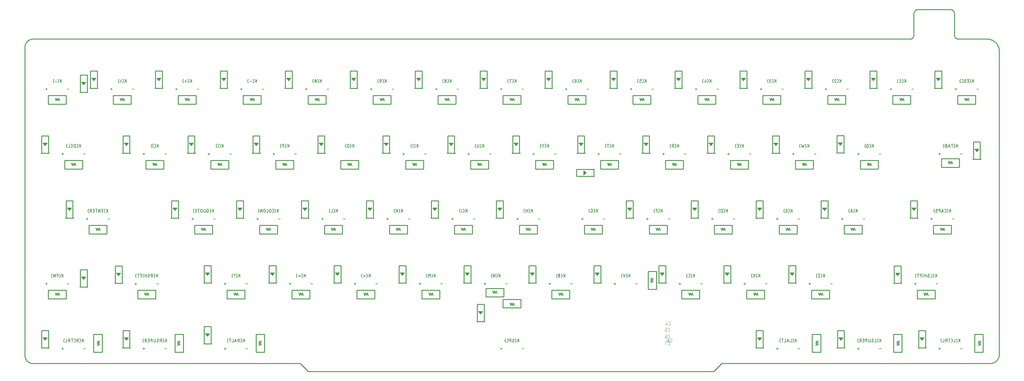
<source format=gbr>
G04 EAGLE Gerber RS-274X export*
G75*
%MOMM*%
%FSLAX34Y34*%
%LPD*%
%INSilkscreen Bottom*%
%IPPOS*%
%AMOC8*
5,1,8,0,0,1.08239X$1,22.5*%
G01*
%ADD10C,0.127000*%
%ADD11C,0.250000*%
%ADD12C,0.076200*%
%ADD13C,0.254000*%


D10*
X400906Y807438D02*
X384906Y807438D01*
D11*
X380906Y807438D02*
X404906Y807438D01*
X402906Y808438D02*
X402906Y858438D01*
X382906Y858438D02*
X382906Y808438D01*
X382906Y858438D02*
X402906Y858438D01*
D10*
X399256Y837248D02*
X392906Y829628D01*
X397986Y837248D02*
X399256Y837248D01*
X397986Y837248D02*
X396716Y837248D01*
X386556Y837248D01*
X392906Y829628D01*
X397986Y837248D01*
X387826Y835978D01*
X392906Y830898D01*
X396716Y837248D01*
X389096Y835978D01*
X392906Y832168D01*
X395446Y835978D01*
X394176Y835978D01*
X390366Y835978D01*
X391636Y834708D01*
X392906Y833438D01*
X394176Y835978D01*
X391636Y834708D01*
X392906Y834708D01*
X575406Y807438D02*
X591406Y807438D01*
D11*
X595406Y807438D02*
X571406Y807438D01*
X593406Y808438D02*
X593406Y858438D01*
X573406Y858438D02*
X573406Y808438D01*
X573406Y858438D02*
X593406Y858438D01*
D10*
X589756Y837248D02*
X583406Y829628D01*
X588486Y837248D02*
X589756Y837248D01*
X588486Y837248D02*
X587216Y837248D01*
X577056Y837248D01*
X583406Y829628D01*
X588486Y837248D01*
X578326Y835978D01*
X583406Y830898D01*
X587216Y837248D01*
X579596Y835978D01*
X583406Y832168D01*
X585946Y835978D01*
X584676Y835978D01*
X580866Y835978D01*
X582136Y834708D01*
X583406Y833438D01*
X584676Y835978D01*
X582136Y834708D01*
X583406Y834708D01*
X765906Y807438D02*
X781906Y807438D01*
D11*
X785906Y807438D02*
X761906Y807438D01*
X783906Y808438D02*
X783906Y858438D01*
X763906Y858438D02*
X763906Y808438D01*
X763906Y858438D02*
X783906Y858438D01*
D10*
X780256Y837248D02*
X773906Y829628D01*
X778986Y837248D02*
X780256Y837248D01*
X778986Y837248D02*
X777716Y837248D01*
X767556Y837248D01*
X773906Y829628D01*
X778986Y837248D01*
X768826Y835978D01*
X773906Y830898D01*
X777716Y837248D01*
X770096Y835978D01*
X773906Y832168D01*
X776446Y835978D01*
X775176Y835978D01*
X771366Y835978D01*
X772636Y834708D01*
X773906Y833438D01*
X775176Y835978D01*
X772636Y834708D01*
X773906Y834708D01*
X2480406Y807438D02*
X2496406Y807438D01*
D11*
X2500406Y807438D02*
X2476406Y807438D01*
X2498406Y808438D02*
X2498406Y858438D01*
X2478406Y858438D02*
X2478406Y808438D01*
X2478406Y858438D02*
X2498406Y858438D01*
D10*
X2494756Y837248D02*
X2488406Y829628D01*
X2493486Y837248D02*
X2494756Y837248D01*
X2493486Y837248D02*
X2492216Y837248D01*
X2482056Y837248D01*
X2488406Y829628D01*
X2493486Y837248D01*
X2483326Y835978D01*
X2488406Y830898D01*
X2492216Y837248D01*
X2484596Y835978D01*
X2488406Y832168D01*
X2490946Y835978D01*
X2489676Y835978D01*
X2485866Y835978D01*
X2487136Y834708D01*
X2488406Y833438D01*
X2489676Y835978D01*
X2487136Y834708D01*
X2488406Y834708D01*
X2305906Y807438D02*
X2289906Y807438D01*
D11*
X2285906Y807438D02*
X2309906Y807438D01*
X2307906Y808438D02*
X2307906Y858438D01*
X2287906Y858438D02*
X2287906Y808438D01*
X2287906Y858438D02*
X2307906Y858438D01*
D10*
X2304256Y837248D02*
X2297906Y829628D01*
X2302986Y837248D02*
X2304256Y837248D01*
X2302986Y837248D02*
X2301716Y837248D01*
X2291556Y837248D01*
X2297906Y829628D01*
X2302986Y837248D01*
X2292826Y835978D01*
X2297906Y830898D01*
X2301716Y837248D01*
X2294096Y835978D01*
X2297906Y832168D01*
X2300446Y835978D01*
X2299176Y835978D01*
X2295366Y835978D01*
X2296636Y834708D01*
X2297906Y833438D01*
X2299176Y835978D01*
X2296636Y834708D01*
X2297906Y834708D01*
X2115406Y807438D02*
X2099406Y807438D01*
D11*
X2095406Y807438D02*
X2119406Y807438D01*
X2117406Y808438D02*
X2117406Y858438D01*
X2097406Y858438D02*
X2097406Y808438D01*
X2097406Y858438D02*
X2117406Y858438D01*
D10*
X2113756Y837248D02*
X2107406Y829628D01*
X2112486Y837248D02*
X2113756Y837248D01*
X2112486Y837248D02*
X2111216Y837248D01*
X2101056Y837248D01*
X2107406Y829628D01*
X2112486Y837248D01*
X2102326Y835978D01*
X2107406Y830898D01*
X2111216Y837248D01*
X2103596Y835978D01*
X2107406Y832168D01*
X2109946Y835978D01*
X2108676Y835978D01*
X2104866Y835978D01*
X2106136Y834708D01*
X2107406Y833438D01*
X2108676Y835978D01*
X2106136Y834708D01*
X2107406Y834708D01*
X1924906Y807438D02*
X1908906Y807438D01*
D11*
X1904906Y807438D02*
X1928906Y807438D01*
X1926906Y808438D02*
X1926906Y858438D01*
X1906906Y858438D02*
X1906906Y808438D01*
X1906906Y858438D02*
X1926906Y858438D01*
D10*
X1923256Y837248D02*
X1916906Y829628D01*
X1921986Y837248D02*
X1923256Y837248D01*
X1921986Y837248D02*
X1920716Y837248D01*
X1910556Y837248D01*
X1916906Y829628D01*
X1921986Y837248D01*
X1911826Y835978D01*
X1916906Y830898D01*
X1920716Y837248D01*
X1913096Y835978D01*
X1916906Y832168D01*
X1919446Y835978D01*
X1918176Y835978D01*
X1914366Y835978D01*
X1915636Y834708D01*
X1916906Y833438D01*
X1918176Y835978D01*
X1915636Y834708D01*
X1916906Y834708D01*
X1734406Y807438D02*
X1718406Y807438D01*
D11*
X1714406Y807438D02*
X1738406Y807438D01*
X1736406Y808438D02*
X1736406Y858438D01*
X1716406Y858438D02*
X1716406Y808438D01*
X1716406Y858438D02*
X1736406Y858438D01*
D10*
X1732756Y837248D02*
X1726406Y829628D01*
X1731486Y837248D02*
X1732756Y837248D01*
X1731486Y837248D02*
X1730216Y837248D01*
X1720056Y837248D01*
X1726406Y829628D01*
X1731486Y837248D01*
X1721326Y835978D01*
X1726406Y830898D01*
X1730216Y837248D01*
X1722596Y835978D01*
X1726406Y832168D01*
X1728946Y835978D01*
X1727676Y835978D01*
X1723866Y835978D01*
X1725136Y834708D01*
X1726406Y833438D01*
X1727676Y835978D01*
X1725136Y834708D01*
X1726406Y834708D01*
X1543906Y807438D02*
X1527906Y807438D01*
D11*
X1523906Y807438D02*
X1547906Y807438D01*
X1545906Y808438D02*
X1545906Y858438D01*
X1525906Y858438D02*
X1525906Y808438D01*
X1525906Y858438D02*
X1545906Y858438D01*
D10*
X1542256Y837248D02*
X1535906Y829628D01*
X1540986Y837248D02*
X1542256Y837248D01*
X1540986Y837248D02*
X1539716Y837248D01*
X1529556Y837248D01*
X1535906Y829628D01*
X1540986Y837248D01*
X1530826Y835978D01*
X1535906Y830898D01*
X1539716Y837248D01*
X1532096Y835978D01*
X1535906Y832168D01*
X1538446Y835978D01*
X1537176Y835978D01*
X1533366Y835978D01*
X1534636Y834708D01*
X1535906Y833438D01*
X1537176Y835978D01*
X1534636Y834708D01*
X1535906Y834708D01*
X1353406Y807438D02*
X1337406Y807438D01*
D11*
X1333406Y807438D02*
X1357406Y807438D01*
X1355406Y808438D02*
X1355406Y858438D01*
X1335406Y858438D02*
X1335406Y808438D01*
X1335406Y858438D02*
X1355406Y858438D01*
D10*
X1351756Y837248D02*
X1345406Y829628D01*
X1350486Y837248D02*
X1351756Y837248D01*
X1350486Y837248D02*
X1349216Y837248D01*
X1339056Y837248D01*
X1345406Y829628D01*
X1350486Y837248D01*
X1340326Y835978D01*
X1345406Y830898D01*
X1349216Y837248D01*
X1341596Y835978D01*
X1345406Y832168D01*
X1347946Y835978D01*
X1346676Y835978D01*
X1342866Y835978D01*
X1344136Y834708D01*
X1345406Y833438D01*
X1346676Y835978D01*
X1344136Y834708D01*
X1345406Y834708D01*
X1162906Y807438D02*
X1146906Y807438D01*
D11*
X1142906Y807438D02*
X1166906Y807438D01*
X1164906Y808438D02*
X1164906Y858438D01*
X1144906Y858438D02*
X1144906Y808438D01*
X1144906Y858438D02*
X1164906Y858438D01*
D10*
X1161256Y837248D02*
X1154906Y829628D01*
X1159986Y837248D02*
X1161256Y837248D01*
X1159986Y837248D02*
X1158716Y837248D01*
X1148556Y837248D01*
X1154906Y829628D01*
X1159986Y837248D01*
X1149826Y835978D01*
X1154906Y830898D01*
X1158716Y837248D01*
X1151096Y835978D01*
X1154906Y832168D01*
X1157446Y835978D01*
X1156176Y835978D01*
X1152366Y835978D01*
X1153636Y834708D01*
X1154906Y833438D01*
X1156176Y835978D01*
X1153636Y834708D01*
X1154906Y834708D01*
X972406Y807438D02*
X956406Y807438D01*
D11*
X952406Y807438D02*
X976406Y807438D01*
X974406Y808438D02*
X974406Y858438D01*
X954406Y858438D02*
X954406Y808438D01*
X954406Y858438D02*
X974406Y858438D01*
D10*
X970756Y837248D02*
X964406Y829628D01*
X969486Y837248D02*
X970756Y837248D01*
X969486Y837248D02*
X968216Y837248D01*
X958056Y837248D01*
X964406Y829628D01*
X969486Y837248D01*
X959326Y835978D01*
X964406Y830898D01*
X968216Y837248D01*
X960596Y835978D01*
X964406Y832168D01*
X966946Y835978D01*
X965676Y835978D01*
X961866Y835978D01*
X963136Y834708D01*
X964406Y833438D01*
X965676Y835978D01*
X963136Y834708D01*
X964406Y834708D01*
X67531Y616938D02*
X51531Y616938D01*
D11*
X47531Y616938D02*
X71531Y616938D01*
X69531Y617938D02*
X69531Y667938D01*
X49531Y667938D02*
X49531Y617938D01*
X49531Y667938D02*
X69531Y667938D01*
D10*
X65881Y646748D02*
X59531Y639128D01*
X64611Y646748D02*
X65881Y646748D01*
X64611Y646748D02*
X63341Y646748D01*
X53181Y646748D01*
X59531Y639128D01*
X64611Y646748D01*
X54451Y645478D01*
X59531Y640398D01*
X63341Y646748D01*
X55721Y645478D01*
X59531Y641668D01*
X62071Y645478D01*
X60801Y645478D01*
X56991Y645478D01*
X58261Y644208D01*
X59531Y642938D01*
X60801Y645478D01*
X58261Y644208D01*
X59531Y644208D01*
X2004156Y616938D02*
X2020156Y616938D01*
D11*
X2024156Y616938D02*
X2000156Y616938D01*
X2022156Y617938D02*
X2022156Y667938D01*
X2002156Y667938D02*
X2002156Y617938D01*
X2002156Y667938D02*
X2022156Y667938D01*
D10*
X2018506Y646748D02*
X2012156Y639128D01*
X2017236Y646748D02*
X2018506Y646748D01*
X2017236Y646748D02*
X2015966Y646748D01*
X2005806Y646748D01*
X2012156Y639128D01*
X2017236Y646748D01*
X2007076Y645478D01*
X2012156Y640398D01*
X2015966Y646748D01*
X2008346Y645478D01*
X2012156Y641668D01*
X2014696Y645478D01*
X2013426Y645478D01*
X2009616Y645478D01*
X2010886Y644208D01*
X2012156Y642938D01*
X2013426Y645478D01*
X2010886Y644208D01*
X2012156Y644208D01*
X2670906Y807438D02*
X2686906Y807438D01*
D11*
X2690906Y807438D02*
X2666906Y807438D01*
X2688906Y808438D02*
X2688906Y858438D01*
X2668906Y858438D02*
X2668906Y808438D01*
X2668906Y858438D02*
X2688906Y858438D01*
D10*
X2685256Y837248D02*
X2678906Y829628D01*
X2683986Y837248D02*
X2685256Y837248D01*
X2683986Y837248D02*
X2682716Y837248D01*
X2672556Y837248D01*
X2678906Y829628D01*
X2683986Y837248D01*
X2673826Y835978D01*
X2678906Y830898D01*
X2682716Y837248D01*
X2675096Y835978D01*
X2678906Y832168D01*
X2681446Y835978D01*
X2680176Y835978D01*
X2676366Y835978D01*
X2677636Y834708D01*
X2678906Y833438D01*
X2680176Y835978D01*
X2677636Y834708D01*
X2678906Y834708D01*
X1067656Y616938D02*
X1051656Y616938D01*
D11*
X1047656Y616938D02*
X1071656Y616938D01*
X1069656Y617938D02*
X1069656Y667938D01*
X1049656Y667938D02*
X1049656Y617938D01*
X1049656Y667938D02*
X1069656Y667938D01*
D10*
X1066006Y646748D02*
X1059656Y639128D01*
X1064736Y646748D02*
X1066006Y646748D01*
X1064736Y646748D02*
X1063466Y646748D01*
X1053306Y646748D01*
X1059656Y639128D01*
X1064736Y646748D01*
X1054576Y645478D01*
X1059656Y640398D01*
X1063466Y646748D01*
X1055846Y645478D01*
X1059656Y641668D01*
X1062196Y645478D01*
X1060926Y645478D01*
X1057116Y645478D01*
X1058386Y644208D01*
X1059656Y642938D01*
X1060926Y645478D01*
X1058386Y644208D01*
X1059656Y644208D01*
X877156Y616938D02*
X861156Y616938D01*
D11*
X857156Y616938D02*
X881156Y616938D01*
X879156Y617938D02*
X879156Y667938D01*
X859156Y667938D02*
X859156Y617938D01*
X859156Y667938D02*
X879156Y667938D01*
D10*
X875506Y646748D02*
X869156Y639128D01*
X874236Y646748D02*
X875506Y646748D01*
X874236Y646748D02*
X872966Y646748D01*
X862806Y646748D01*
X869156Y639128D01*
X874236Y646748D01*
X864076Y645478D01*
X869156Y640398D01*
X872966Y646748D01*
X865346Y645478D01*
X869156Y641668D01*
X871696Y645478D01*
X870426Y645478D01*
X866616Y645478D01*
X867886Y644208D01*
X869156Y642938D01*
X870426Y645478D01*
X867886Y644208D01*
X869156Y644208D01*
X686656Y616938D02*
X670656Y616938D01*
D11*
X666656Y616938D02*
X690656Y616938D01*
X688656Y617938D02*
X688656Y667938D01*
X668656Y667938D02*
X668656Y617938D01*
X668656Y667938D02*
X688656Y667938D01*
D10*
X685006Y646748D02*
X678656Y639128D01*
X683736Y646748D02*
X685006Y646748D01*
X683736Y646748D02*
X682466Y646748D01*
X672306Y646748D01*
X678656Y639128D01*
X683736Y646748D01*
X673576Y645478D01*
X678656Y640398D01*
X682466Y646748D01*
X674846Y645478D01*
X678656Y641668D01*
X681196Y645478D01*
X679926Y645478D01*
X676116Y645478D01*
X677386Y644208D01*
X678656Y642938D01*
X679926Y645478D01*
X677386Y644208D01*
X678656Y644208D01*
X2383688Y617666D02*
X2399688Y617666D01*
D11*
X2403688Y617666D02*
X2379688Y617666D01*
X2401688Y618666D02*
X2401688Y668666D01*
X2381688Y668666D02*
X2381688Y618666D01*
X2381688Y668666D02*
X2401688Y668666D01*
D10*
X2398038Y647476D02*
X2391688Y639856D01*
X2396768Y647476D02*
X2398038Y647476D01*
X2396768Y647476D02*
X2395498Y647476D01*
X2385338Y647476D01*
X2391688Y639856D01*
X2396768Y647476D01*
X2386608Y646206D01*
X2391688Y641126D01*
X2395498Y647476D01*
X2387878Y646206D01*
X2391688Y642396D01*
X2394228Y646206D01*
X2392958Y646206D01*
X2389148Y646206D01*
X2390418Y644936D01*
X2391688Y643666D01*
X2392958Y646206D01*
X2390418Y644936D01*
X2391688Y644936D01*
X1829656Y616938D02*
X1813656Y616938D01*
D11*
X1809656Y616938D02*
X1833656Y616938D01*
X1831656Y617938D02*
X1831656Y667938D01*
X1811656Y667938D02*
X1811656Y617938D01*
X1811656Y667938D02*
X1831656Y667938D01*
D10*
X1828006Y646748D02*
X1821656Y639128D01*
X1826736Y646748D02*
X1828006Y646748D01*
X1826736Y646748D02*
X1825466Y646748D01*
X1815306Y646748D01*
X1821656Y639128D01*
X1826736Y646748D01*
X1816576Y645478D01*
X1821656Y640398D01*
X1825466Y646748D01*
X1817846Y645478D01*
X1821656Y641668D01*
X1824196Y645478D01*
X1822926Y645478D01*
X1819116Y645478D01*
X1820386Y644208D01*
X1821656Y642938D01*
X1822926Y645478D01*
X1820386Y644208D01*
X1821656Y644208D01*
X1639156Y616938D02*
X1623156Y616938D01*
D11*
X1619156Y616938D02*
X1643156Y616938D01*
X1641156Y617938D02*
X1641156Y667938D01*
X1621156Y667938D02*
X1621156Y617938D01*
X1621156Y667938D02*
X1641156Y667938D01*
D10*
X1637506Y646748D02*
X1631156Y639128D01*
X1636236Y646748D02*
X1637506Y646748D01*
X1636236Y646748D02*
X1634966Y646748D01*
X1624806Y646748D01*
X1631156Y639128D01*
X1636236Y646748D01*
X1626076Y645478D01*
X1631156Y640398D01*
X1634966Y646748D01*
X1627346Y645478D01*
X1631156Y641668D01*
X1633696Y645478D01*
X1632426Y645478D01*
X1628616Y645478D01*
X1629886Y644208D01*
X1631156Y642938D01*
X1632426Y645478D01*
X1629886Y644208D01*
X1631156Y644208D01*
X2784016Y599078D02*
X2800016Y599078D01*
D11*
X2804016Y599078D02*
X2780016Y599078D01*
X2802016Y600078D02*
X2802016Y650078D01*
X2782016Y650078D02*
X2782016Y600078D01*
X2782016Y650078D02*
X2802016Y650078D01*
D10*
X2798366Y628888D02*
X2792016Y621268D01*
X2797096Y628888D02*
X2798366Y628888D01*
X2797096Y628888D02*
X2795826Y628888D01*
X2785666Y628888D01*
X2792016Y621268D01*
X2797096Y628888D01*
X2786936Y627618D01*
X2792016Y622538D01*
X2795826Y628888D01*
X2788206Y627618D01*
X2792016Y623808D01*
X2794556Y627618D01*
X2793286Y627618D01*
X2789476Y627618D01*
X2790746Y626348D01*
X2792016Y625078D01*
X2793286Y627618D01*
X2790746Y626348D01*
X2792016Y626348D01*
X1258156Y616938D02*
X1242156Y616938D01*
D11*
X1238156Y616938D02*
X1262156Y616938D01*
X1260156Y617938D02*
X1260156Y667938D01*
X1240156Y667938D02*
X1240156Y617938D01*
X1240156Y667938D02*
X1260156Y667938D01*
D10*
X1256506Y646748D02*
X1250156Y639128D01*
X1255236Y646748D02*
X1256506Y646748D01*
X1255236Y646748D02*
X1253966Y646748D01*
X1243806Y646748D01*
X1250156Y639128D01*
X1255236Y646748D01*
X1245076Y645478D01*
X1250156Y640398D01*
X1253966Y646748D01*
X1246346Y645478D01*
X1250156Y641668D01*
X1252696Y645478D01*
X1251426Y645478D01*
X1247616Y645478D01*
X1248886Y644208D01*
X1250156Y642938D01*
X1251426Y645478D01*
X1248886Y644208D01*
X1250156Y644208D01*
X2194656Y616938D02*
X2210656Y616938D01*
D11*
X2214656Y616938D02*
X2190656Y616938D01*
X2212656Y617938D02*
X2212656Y667938D01*
X2192656Y667938D02*
X2192656Y617938D01*
X2192656Y667938D02*
X2212656Y667938D01*
D10*
X2209006Y646748D02*
X2202656Y639128D01*
X2207736Y646748D02*
X2209006Y646748D01*
X2207736Y646748D02*
X2206466Y646748D01*
X2196306Y646748D01*
X2202656Y639128D01*
X2207736Y646748D01*
X2197576Y645478D01*
X2202656Y640398D01*
X2206466Y646748D01*
X2198846Y645478D01*
X2202656Y641668D01*
X2205196Y645478D01*
X2203926Y645478D01*
X2200116Y645478D01*
X2201386Y644208D01*
X2202656Y642938D01*
X2203926Y645478D01*
X2201386Y644208D01*
X2202656Y644208D01*
X1448656Y616938D02*
X1432656Y616938D01*
D11*
X1428656Y616938D02*
X1452656Y616938D01*
X1450656Y617938D02*
X1450656Y667938D01*
X1430656Y667938D02*
X1430656Y617938D01*
X1430656Y667938D02*
X1450656Y667938D01*
D10*
X1447006Y646748D02*
X1440656Y639128D01*
X1445736Y646748D02*
X1447006Y646748D01*
X1445736Y646748D02*
X1444466Y646748D01*
X1434306Y646748D01*
X1440656Y639128D01*
X1445736Y646748D01*
X1435576Y645478D01*
X1440656Y640398D01*
X1444466Y646748D01*
X1436846Y645478D01*
X1440656Y641668D01*
X1443196Y645478D01*
X1441926Y645478D01*
X1438116Y645478D01*
X1439386Y644208D01*
X1440656Y642938D01*
X1441926Y645478D01*
X1439386Y644208D01*
X1440656Y644208D01*
X496156Y616938D02*
X480156Y616938D01*
D11*
X476156Y616938D02*
X500156Y616938D01*
X498156Y617938D02*
X498156Y667938D01*
X478156Y667938D02*
X478156Y617938D01*
X478156Y667938D02*
X498156Y667938D01*
D10*
X494506Y646748D02*
X488156Y639128D01*
X493236Y646748D02*
X494506Y646748D01*
X493236Y646748D02*
X491966Y646748D01*
X481806Y646748D01*
X488156Y639128D01*
X493236Y646748D01*
X483076Y645478D01*
X488156Y640398D01*
X491966Y646748D01*
X484346Y645478D01*
X488156Y641668D01*
X490696Y645478D01*
X489426Y645478D01*
X485616Y645478D01*
X486886Y644208D01*
X488156Y642938D01*
X489426Y645478D01*
X486886Y644208D01*
X488156Y644208D01*
X210406Y807438D02*
X194406Y807438D01*
D11*
X190406Y807438D02*
X214406Y807438D01*
X212406Y808438D02*
X212406Y858438D01*
X192406Y858438D02*
X192406Y808438D01*
X192406Y858438D02*
X212406Y858438D01*
D10*
X208756Y837248D02*
X202406Y829628D01*
X207486Y837248D02*
X208756Y837248D01*
X207486Y837248D02*
X206216Y837248D01*
X196056Y837248D01*
X202406Y829628D01*
X207486Y837248D01*
X197326Y835978D01*
X202406Y830898D01*
X206216Y837248D01*
X198596Y835978D01*
X202406Y832168D01*
X204946Y835978D01*
X203676Y835978D01*
X199866Y835978D01*
X201136Y834708D01*
X202406Y833438D01*
X203676Y835978D01*
X201136Y834708D01*
X202406Y834708D01*
X289656Y616938D02*
X305656Y616938D01*
D11*
X309656Y616938D02*
X285656Y616938D01*
X307656Y617938D02*
X307656Y667938D01*
X287656Y667938D02*
X287656Y617938D01*
X287656Y667938D02*
X307656Y667938D01*
D10*
X304006Y646748D02*
X297656Y639128D01*
X302736Y646748D02*
X304006Y646748D01*
X302736Y646748D02*
X301466Y646748D01*
X291306Y646748D01*
X297656Y639128D01*
X302736Y646748D01*
X292576Y645478D01*
X297656Y640398D01*
X301466Y646748D01*
X293846Y645478D01*
X297656Y641668D01*
X300196Y645478D01*
X298926Y645478D01*
X295116Y645478D01*
X296386Y644208D01*
X297656Y642938D01*
X298926Y645478D01*
X296386Y644208D01*
X297656Y644208D01*
X180641Y795531D02*
X164641Y795531D01*
D11*
X160641Y795531D02*
X184641Y795531D01*
X182641Y796531D02*
X182641Y846531D01*
X162641Y846531D02*
X162641Y796531D01*
X162641Y846531D02*
X182641Y846531D01*
D10*
X178991Y825341D02*
X172641Y817721D01*
X177721Y825341D02*
X178991Y825341D01*
X177721Y825341D02*
X176451Y825341D01*
X166291Y825341D01*
X172641Y817721D01*
X177721Y825341D01*
X167561Y824071D01*
X172641Y818991D01*
X176451Y825341D01*
X168831Y824071D01*
X172641Y820261D01*
X175181Y824071D01*
X173911Y824071D01*
X170101Y824071D01*
X171371Y822801D01*
X172641Y821531D01*
X173911Y824071D01*
X171371Y822801D01*
X172641Y822801D01*
X441590Y805480D02*
X447410Y805480D01*
X444500Y802570D02*
X444500Y808390D01*
X505090Y805480D02*
X510910Y805480D01*
X489246Y824885D02*
X489246Y833615D01*
X484396Y833615D02*
X489246Y828280D01*
X487306Y830220D02*
X484396Y824885D01*
X480734Y829250D02*
X480732Y829450D01*
X480724Y829649D01*
X480712Y829849D01*
X480696Y830048D01*
X480674Y830247D01*
X480648Y830445D01*
X480617Y830642D01*
X480581Y830838D01*
X480540Y831034D01*
X480495Y831229D01*
X480445Y831422D01*
X480390Y831614D01*
X480331Y831805D01*
X480267Y831994D01*
X480199Y832182D01*
X480126Y832368D01*
X480049Y832552D01*
X479968Y832735D01*
X479882Y832915D01*
X479791Y833093D01*
X479697Y833269D01*
X479598Y833443D01*
X479495Y833614D01*
X479388Y833783D01*
X479277Y833949D01*
X479162Y834112D01*
X479043Y834273D01*
X478920Y834431D01*
X478794Y834585D01*
X480734Y829250D02*
X480732Y829050D01*
X480724Y828851D01*
X480712Y828651D01*
X480696Y828452D01*
X480674Y828253D01*
X480648Y828055D01*
X480617Y827858D01*
X480581Y827662D01*
X480540Y827466D01*
X480495Y827271D01*
X480445Y827078D01*
X480390Y826886D01*
X480331Y826695D01*
X480267Y826506D01*
X480199Y826318D01*
X480126Y826132D01*
X480049Y825948D01*
X479968Y825765D01*
X479882Y825585D01*
X479791Y825407D01*
X479697Y825231D01*
X479598Y825057D01*
X479495Y824886D01*
X479388Y824717D01*
X479277Y824551D01*
X479162Y824388D01*
X479043Y824227D01*
X478920Y824069D01*
X478794Y823915D01*
X474904Y828280D02*
X469084Y828280D01*
X471994Y825370D02*
X471994Y831190D01*
X463253Y829250D02*
X463255Y829050D01*
X463263Y828851D01*
X463275Y828651D01*
X463291Y828452D01*
X463313Y828253D01*
X463339Y828055D01*
X463370Y827858D01*
X463406Y827662D01*
X463447Y827466D01*
X463492Y827271D01*
X463542Y827078D01*
X463597Y826886D01*
X463656Y826695D01*
X463720Y826506D01*
X463788Y826318D01*
X463861Y826132D01*
X463938Y825948D01*
X464019Y825765D01*
X464105Y825585D01*
X464196Y825407D01*
X464290Y825231D01*
X464389Y825057D01*
X464492Y824886D01*
X464599Y824717D01*
X464710Y824551D01*
X464825Y824388D01*
X464944Y824227D01*
X465067Y824069D01*
X465193Y823915D01*
X463253Y829250D02*
X463255Y829450D01*
X463263Y829649D01*
X463275Y829849D01*
X463291Y830048D01*
X463313Y830247D01*
X463339Y830445D01*
X463370Y830642D01*
X463406Y830838D01*
X463447Y831034D01*
X463492Y831229D01*
X463542Y831422D01*
X463597Y831614D01*
X463656Y831805D01*
X463720Y831994D01*
X463788Y832182D01*
X463861Y832368D01*
X463938Y832552D01*
X464019Y832735D01*
X464105Y832915D01*
X464196Y833093D01*
X464290Y833269D01*
X464389Y833443D01*
X464492Y833614D01*
X464599Y833783D01*
X464710Y833949D01*
X464825Y834112D01*
X464944Y834273D01*
X465067Y834431D01*
X465193Y834585D01*
X632090Y805480D02*
X637910Y805480D01*
X635000Y802570D02*
X635000Y808390D01*
X695590Y805480D02*
X701410Y805480D01*
X679746Y824885D02*
X679746Y833615D01*
X674896Y833615D02*
X679746Y828280D01*
X677806Y830220D02*
X674896Y824885D01*
X671234Y829250D02*
X671232Y829450D01*
X671224Y829649D01*
X671212Y829849D01*
X671196Y830048D01*
X671174Y830247D01*
X671148Y830445D01*
X671117Y830642D01*
X671081Y830838D01*
X671040Y831034D01*
X670995Y831229D01*
X670945Y831422D01*
X670890Y831614D01*
X670831Y831805D01*
X670767Y831994D01*
X670699Y832182D01*
X670626Y832368D01*
X670549Y832552D01*
X670468Y832735D01*
X670382Y832915D01*
X670291Y833093D01*
X670197Y833269D01*
X670098Y833443D01*
X669995Y833614D01*
X669888Y833783D01*
X669777Y833949D01*
X669662Y834112D01*
X669543Y834273D01*
X669420Y834431D01*
X669294Y834585D01*
X671234Y829250D02*
X671232Y829050D01*
X671224Y828851D01*
X671212Y828651D01*
X671196Y828452D01*
X671174Y828253D01*
X671148Y828055D01*
X671117Y827858D01*
X671081Y827662D01*
X671040Y827466D01*
X670995Y827271D01*
X670945Y827078D01*
X670890Y826886D01*
X670831Y826695D01*
X670767Y826506D01*
X670699Y826318D01*
X670626Y826132D01*
X670549Y825948D01*
X670468Y825765D01*
X670382Y825585D01*
X670291Y825407D01*
X670197Y825231D01*
X670098Y825057D01*
X669995Y824886D01*
X669888Y824717D01*
X669777Y824551D01*
X669662Y824388D01*
X669543Y824227D01*
X669420Y824069D01*
X669294Y823915D01*
X665404Y828280D02*
X659584Y828280D01*
X655693Y823915D02*
X655567Y824069D01*
X655444Y824227D01*
X655325Y824388D01*
X655210Y824551D01*
X655099Y824717D01*
X654992Y824886D01*
X654889Y825057D01*
X654790Y825231D01*
X654696Y825407D01*
X654605Y825585D01*
X654519Y825765D01*
X654438Y825948D01*
X654361Y826132D01*
X654288Y826318D01*
X654220Y826506D01*
X654156Y826695D01*
X654097Y826886D01*
X654042Y827078D01*
X653992Y827271D01*
X653947Y827466D01*
X653906Y827662D01*
X653870Y827858D01*
X653839Y828055D01*
X653813Y828253D01*
X653791Y828452D01*
X653775Y828651D01*
X653763Y828851D01*
X653755Y829050D01*
X653753Y829250D01*
X653755Y829450D01*
X653763Y829649D01*
X653775Y829849D01*
X653791Y830048D01*
X653813Y830247D01*
X653839Y830445D01*
X653870Y830642D01*
X653906Y830838D01*
X653947Y831034D01*
X653992Y831229D01*
X654042Y831422D01*
X654097Y831614D01*
X654156Y831805D01*
X654220Y831994D01*
X654288Y832182D01*
X654361Y832368D01*
X654438Y832552D01*
X654519Y832735D01*
X654605Y832915D01*
X654696Y833093D01*
X654790Y833269D01*
X654889Y833443D01*
X654992Y833614D01*
X655099Y833783D01*
X655210Y833949D01*
X655325Y834112D01*
X655444Y834273D01*
X655567Y834431D01*
X655693Y834585D01*
X822590Y805480D02*
X828410Y805480D01*
X825500Y802570D02*
X825500Y808390D01*
X886090Y805480D02*
X891910Y805480D01*
X869646Y824885D02*
X869646Y833615D01*
X864796Y833615D02*
X869646Y828280D01*
X867706Y830220D02*
X864796Y824885D01*
X861134Y829250D02*
X861132Y829450D01*
X861124Y829649D01*
X861112Y829849D01*
X861096Y830048D01*
X861074Y830247D01*
X861048Y830445D01*
X861017Y830642D01*
X860981Y830838D01*
X860940Y831034D01*
X860895Y831229D01*
X860845Y831422D01*
X860790Y831614D01*
X860731Y831805D01*
X860667Y831994D01*
X860599Y832182D01*
X860526Y832368D01*
X860449Y832552D01*
X860368Y832735D01*
X860282Y832915D01*
X860191Y833093D01*
X860097Y833269D01*
X859998Y833443D01*
X859895Y833614D01*
X859788Y833783D01*
X859677Y833949D01*
X859562Y834112D01*
X859443Y834273D01*
X859320Y834431D01*
X859194Y834585D01*
X861134Y829250D02*
X861132Y829050D01*
X861124Y828851D01*
X861112Y828651D01*
X861096Y828452D01*
X861074Y828253D01*
X861048Y828055D01*
X861017Y827858D01*
X860981Y827662D01*
X860940Y827466D01*
X860895Y827271D01*
X860845Y827078D01*
X860790Y826886D01*
X860731Y826695D01*
X860667Y826506D01*
X860599Y826318D01*
X860526Y826132D01*
X860449Y825948D01*
X860368Y825765D01*
X860282Y825585D01*
X860191Y825407D01*
X860097Y825231D01*
X859998Y825057D01*
X859895Y824886D01*
X859788Y824717D01*
X859677Y824551D01*
X859562Y824388D01*
X859443Y824227D01*
X859320Y824069D01*
X859194Y823915D01*
X855419Y829250D02*
X855417Y829422D01*
X855411Y829593D01*
X855401Y829765D01*
X855386Y829936D01*
X855368Y830107D01*
X855345Y830277D01*
X855319Y830447D01*
X855288Y830616D01*
X855254Y830784D01*
X855215Y830951D01*
X855172Y831118D01*
X855126Y831283D01*
X855075Y831447D01*
X855021Y831610D01*
X854963Y831771D01*
X854901Y831932D01*
X854835Y832090D01*
X854765Y832247D01*
X854692Y832402D01*
X854692Y832403D02*
X854663Y832481D01*
X854631Y832557D01*
X854596Y832631D01*
X854557Y832704D01*
X854515Y832775D01*
X854469Y832843D01*
X854421Y832910D01*
X854369Y832974D01*
X854315Y833036D01*
X854258Y833096D01*
X854198Y833152D01*
X854135Y833206D01*
X854071Y833257D01*
X854003Y833305D01*
X853934Y833350D01*
X853863Y833392D01*
X853790Y833430D01*
X853715Y833465D01*
X853639Y833496D01*
X853561Y833524D01*
X853483Y833548D01*
X853403Y833569D01*
X853322Y833586D01*
X853241Y833599D01*
X853159Y833608D01*
X853076Y833614D01*
X852994Y833616D01*
X852912Y833614D01*
X852829Y833608D01*
X852747Y833599D01*
X852666Y833586D01*
X852585Y833569D01*
X852505Y833548D01*
X852427Y833524D01*
X852349Y833496D01*
X852273Y833465D01*
X852198Y833430D01*
X852125Y833392D01*
X852054Y833350D01*
X851985Y833305D01*
X851917Y833257D01*
X851853Y833206D01*
X851790Y833152D01*
X851730Y833096D01*
X851673Y833036D01*
X851619Y832974D01*
X851567Y832910D01*
X851519Y832843D01*
X851473Y832775D01*
X851431Y832704D01*
X851392Y832631D01*
X851357Y832557D01*
X851325Y832481D01*
X851296Y832403D01*
X851296Y832402D02*
X851223Y832247D01*
X851153Y832090D01*
X851087Y831932D01*
X851025Y831771D01*
X850967Y831610D01*
X850913Y831447D01*
X850862Y831283D01*
X850816Y831118D01*
X850773Y830951D01*
X850734Y830784D01*
X850700Y830616D01*
X850669Y830447D01*
X850643Y830277D01*
X850620Y830107D01*
X850602Y829936D01*
X850587Y829765D01*
X850577Y829593D01*
X850571Y829422D01*
X850569Y829250D01*
X855419Y829250D02*
X855417Y829078D01*
X855411Y828907D01*
X855401Y828735D01*
X855386Y828564D01*
X855368Y828393D01*
X855345Y828223D01*
X855319Y828053D01*
X855288Y827884D01*
X855254Y827716D01*
X855215Y827549D01*
X855172Y827382D01*
X855126Y827217D01*
X855075Y827053D01*
X855021Y826890D01*
X854963Y826729D01*
X854901Y826568D01*
X854835Y826410D01*
X854765Y826253D01*
X854692Y826098D01*
X854663Y826020D01*
X854631Y825944D01*
X854596Y825870D01*
X854557Y825797D01*
X854515Y825726D01*
X854469Y825658D01*
X854421Y825591D01*
X854369Y825527D01*
X854315Y825465D01*
X854258Y825405D01*
X854198Y825349D01*
X854135Y825295D01*
X854071Y825244D01*
X854003Y825196D01*
X853934Y825151D01*
X853863Y825109D01*
X853790Y825071D01*
X853715Y825036D01*
X853639Y825005D01*
X853561Y824977D01*
X853483Y824953D01*
X853403Y824932D01*
X853322Y824915D01*
X853241Y824902D01*
X853159Y824893D01*
X853076Y824887D01*
X852994Y824885D01*
X851296Y826098D02*
X851223Y826253D01*
X851153Y826410D01*
X851087Y826568D01*
X851025Y826729D01*
X850967Y826890D01*
X850913Y827053D01*
X850862Y827217D01*
X850816Y827382D01*
X850773Y827549D01*
X850734Y827716D01*
X850700Y827884D01*
X850669Y828053D01*
X850643Y828223D01*
X850620Y828393D01*
X850602Y828564D01*
X850587Y828735D01*
X850577Y828907D01*
X850571Y829078D01*
X850569Y829250D01*
X851296Y826098D02*
X851325Y826020D01*
X851357Y825944D01*
X851392Y825870D01*
X851431Y825797D01*
X851473Y825726D01*
X851519Y825658D01*
X851567Y825591D01*
X851619Y825527D01*
X851673Y825465D01*
X851730Y825405D01*
X851790Y825349D01*
X851853Y825295D01*
X851917Y825244D01*
X851985Y825196D01*
X852054Y825151D01*
X852125Y825109D01*
X852198Y825071D01*
X852273Y825036D01*
X852349Y825005D01*
X852427Y824977D01*
X852505Y824953D01*
X852585Y824932D01*
X852666Y824915D01*
X852747Y824902D01*
X852829Y824893D01*
X852912Y824887D01*
X852994Y824885D01*
X854934Y826825D02*
X851054Y831675D01*
X844853Y829250D02*
X844855Y829050D01*
X844863Y828851D01*
X844875Y828651D01*
X844891Y828452D01*
X844913Y828253D01*
X844939Y828055D01*
X844970Y827858D01*
X845006Y827662D01*
X845047Y827466D01*
X845092Y827271D01*
X845142Y827078D01*
X845197Y826886D01*
X845256Y826695D01*
X845320Y826506D01*
X845388Y826318D01*
X845461Y826132D01*
X845538Y825948D01*
X845619Y825765D01*
X845705Y825585D01*
X845796Y825407D01*
X845890Y825231D01*
X845989Y825057D01*
X846092Y824886D01*
X846199Y824717D01*
X846310Y824551D01*
X846425Y824388D01*
X846544Y824227D01*
X846667Y824069D01*
X846793Y823915D01*
X844853Y829250D02*
X844855Y829450D01*
X844863Y829649D01*
X844875Y829849D01*
X844891Y830048D01*
X844913Y830247D01*
X844939Y830445D01*
X844970Y830642D01*
X845006Y830838D01*
X845047Y831034D01*
X845092Y831229D01*
X845142Y831422D01*
X845197Y831614D01*
X845256Y831805D01*
X845320Y831994D01*
X845388Y832182D01*
X845461Y832368D01*
X845538Y832552D01*
X845619Y832735D01*
X845705Y832915D01*
X845796Y833093D01*
X845890Y833269D01*
X845989Y833443D01*
X846092Y833614D01*
X846199Y833783D01*
X846310Y833949D01*
X846425Y834112D01*
X846544Y834273D01*
X846667Y834431D01*
X846793Y834585D01*
X2537090Y805480D02*
X2542910Y805480D01*
X2540000Y802570D02*
X2540000Y808390D01*
X2600590Y805480D02*
X2606410Y805480D01*
X2584146Y824885D02*
X2584146Y833615D01*
X2579296Y833615D02*
X2584146Y828280D01*
X2582206Y830220D02*
X2579296Y824885D01*
X2575634Y829250D02*
X2575632Y829450D01*
X2575624Y829649D01*
X2575612Y829849D01*
X2575596Y830048D01*
X2575574Y830247D01*
X2575548Y830445D01*
X2575517Y830642D01*
X2575481Y830838D01*
X2575440Y831034D01*
X2575395Y831229D01*
X2575345Y831422D01*
X2575290Y831614D01*
X2575231Y831805D01*
X2575167Y831994D01*
X2575099Y832182D01*
X2575026Y832368D01*
X2574949Y832552D01*
X2574868Y832735D01*
X2574782Y832915D01*
X2574691Y833093D01*
X2574597Y833269D01*
X2574498Y833443D01*
X2574395Y833614D01*
X2574288Y833783D01*
X2574177Y833949D01*
X2574062Y834112D01*
X2573943Y834273D01*
X2573820Y834431D01*
X2573694Y834585D01*
X2575634Y829250D02*
X2575632Y829050D01*
X2575624Y828851D01*
X2575612Y828651D01*
X2575596Y828452D01*
X2575574Y828253D01*
X2575548Y828055D01*
X2575517Y827858D01*
X2575481Y827662D01*
X2575440Y827466D01*
X2575395Y827271D01*
X2575345Y827078D01*
X2575290Y826886D01*
X2575231Y826695D01*
X2575167Y826506D01*
X2575099Y826318D01*
X2575026Y826132D01*
X2574949Y825948D01*
X2574868Y825765D01*
X2574782Y825585D01*
X2574691Y825407D01*
X2574597Y825231D01*
X2574498Y825057D01*
X2574395Y824886D01*
X2574288Y824717D01*
X2574177Y824551D01*
X2574062Y824388D01*
X2573943Y824227D01*
X2573820Y824069D01*
X2573694Y823915D01*
X2569919Y831675D02*
X2567494Y833615D01*
X2567494Y824885D01*
X2569919Y824885D02*
X2565069Y824885D01*
X2561293Y823915D02*
X2561167Y824069D01*
X2561044Y824227D01*
X2560925Y824388D01*
X2560810Y824551D01*
X2560699Y824717D01*
X2560592Y824886D01*
X2560489Y825057D01*
X2560390Y825231D01*
X2560296Y825407D01*
X2560205Y825585D01*
X2560119Y825765D01*
X2560038Y825948D01*
X2559961Y826132D01*
X2559888Y826318D01*
X2559820Y826506D01*
X2559756Y826695D01*
X2559697Y826886D01*
X2559642Y827078D01*
X2559592Y827271D01*
X2559547Y827466D01*
X2559506Y827662D01*
X2559470Y827858D01*
X2559439Y828055D01*
X2559413Y828253D01*
X2559391Y828452D01*
X2559375Y828651D01*
X2559363Y828851D01*
X2559355Y829050D01*
X2559353Y829250D01*
X2559355Y829450D01*
X2559363Y829649D01*
X2559375Y829849D01*
X2559391Y830048D01*
X2559413Y830247D01*
X2559439Y830445D01*
X2559470Y830642D01*
X2559506Y830838D01*
X2559547Y831034D01*
X2559592Y831229D01*
X2559642Y831422D01*
X2559697Y831614D01*
X2559756Y831805D01*
X2559820Y831994D01*
X2559888Y832182D01*
X2559961Y832368D01*
X2560038Y832552D01*
X2560119Y832735D01*
X2560205Y832915D01*
X2560296Y833093D01*
X2560390Y833269D01*
X2560489Y833443D01*
X2560592Y833614D01*
X2560699Y833783D01*
X2560810Y833949D01*
X2560925Y834112D01*
X2561044Y834273D01*
X2561167Y834431D01*
X2561293Y834585D01*
X2352410Y805480D02*
X2346590Y805480D01*
X2349500Y802570D02*
X2349500Y808390D01*
X2410090Y805480D02*
X2415910Y805480D01*
X2393646Y824885D02*
X2393646Y833615D01*
X2388796Y833615D02*
X2393646Y828280D01*
X2391706Y830220D02*
X2388796Y824885D01*
X2385134Y829250D02*
X2385132Y829450D01*
X2385124Y829649D01*
X2385112Y829849D01*
X2385096Y830048D01*
X2385074Y830247D01*
X2385048Y830445D01*
X2385017Y830642D01*
X2384981Y830838D01*
X2384940Y831034D01*
X2384895Y831229D01*
X2384845Y831422D01*
X2384790Y831614D01*
X2384731Y831805D01*
X2384667Y831994D01*
X2384599Y832182D01*
X2384526Y832368D01*
X2384449Y832552D01*
X2384368Y832735D01*
X2384282Y832915D01*
X2384191Y833093D01*
X2384097Y833269D01*
X2383998Y833443D01*
X2383895Y833614D01*
X2383788Y833783D01*
X2383677Y833949D01*
X2383562Y834112D01*
X2383443Y834273D01*
X2383320Y834431D01*
X2383194Y834585D01*
X2385134Y829250D02*
X2385132Y829050D01*
X2385124Y828851D01*
X2385112Y828651D01*
X2385096Y828452D01*
X2385074Y828253D01*
X2385048Y828055D01*
X2385017Y827858D01*
X2384981Y827662D01*
X2384940Y827466D01*
X2384895Y827271D01*
X2384845Y827078D01*
X2384790Y826886D01*
X2384731Y826695D01*
X2384667Y826506D01*
X2384599Y826318D01*
X2384526Y826132D01*
X2384449Y825948D01*
X2384368Y825765D01*
X2384282Y825585D01*
X2384191Y825407D01*
X2384097Y825231D01*
X2383998Y825057D01*
X2383895Y824886D01*
X2383788Y824717D01*
X2383677Y824551D01*
X2383562Y824388D01*
X2383443Y824227D01*
X2383320Y824069D01*
X2383194Y823915D01*
X2374568Y831433D02*
X2374570Y831526D01*
X2374576Y831618D01*
X2374586Y831710D01*
X2374599Y831802D01*
X2374617Y831893D01*
X2374638Y831983D01*
X2374664Y832072D01*
X2374693Y832160D01*
X2374725Y832247D01*
X2374762Y832332D01*
X2374802Y832416D01*
X2374845Y832498D01*
X2374892Y832578D01*
X2374942Y832655D01*
X2374996Y832731D01*
X2375053Y832804D01*
X2375112Y832875D01*
X2375175Y832944D01*
X2375240Y833009D01*
X2375309Y833072D01*
X2375380Y833131D01*
X2375453Y833188D01*
X2375529Y833242D01*
X2375606Y833292D01*
X2375686Y833339D01*
X2375768Y833382D01*
X2375852Y833422D01*
X2375937Y833459D01*
X2376024Y833491D01*
X2376112Y833520D01*
X2376201Y833546D01*
X2376291Y833567D01*
X2376382Y833585D01*
X2376474Y833598D01*
X2376566Y833608D01*
X2376658Y833614D01*
X2376751Y833616D01*
X2376751Y833615D02*
X2376855Y833613D01*
X2376958Y833607D01*
X2377062Y833598D01*
X2377164Y833584D01*
X2377267Y833567D01*
X2377368Y833546D01*
X2377469Y833522D01*
X2377569Y833493D01*
X2377667Y833461D01*
X2377765Y833425D01*
X2377861Y833386D01*
X2377955Y833343D01*
X2378048Y833297D01*
X2378139Y833247D01*
X2378228Y833194D01*
X2378315Y833138D01*
X2378400Y833079D01*
X2378483Y833016D01*
X2378563Y832951D01*
X2378641Y832882D01*
X2378717Y832811D01*
X2378789Y832737D01*
X2378859Y832660D01*
X2378926Y832581D01*
X2378990Y832499D01*
X2379051Y832415D01*
X2379108Y832329D01*
X2379163Y832241D01*
X2379214Y832151D01*
X2379262Y832059D01*
X2379307Y831965D01*
X2379347Y831870D01*
X2379385Y831773D01*
X2379419Y831675D01*
X2375296Y829736D02*
X2375229Y829802D01*
X2375164Y829872D01*
X2375103Y829944D01*
X2375044Y830018D01*
X2374988Y830095D01*
X2374936Y830174D01*
X2374886Y830255D01*
X2374840Y830338D01*
X2374798Y830423D01*
X2374759Y830510D01*
X2374723Y830598D01*
X2374691Y830687D01*
X2374663Y830778D01*
X2374638Y830869D01*
X2374617Y830962D01*
X2374600Y831055D01*
X2374586Y831149D01*
X2374577Y831243D01*
X2374571Y831338D01*
X2374569Y831433D01*
X2375296Y829735D02*
X2379419Y824885D01*
X2374569Y824885D01*
X2370793Y823915D02*
X2370667Y824069D01*
X2370544Y824227D01*
X2370425Y824388D01*
X2370310Y824551D01*
X2370199Y824717D01*
X2370092Y824886D01*
X2369989Y825057D01*
X2369890Y825231D01*
X2369796Y825407D01*
X2369705Y825585D01*
X2369619Y825765D01*
X2369538Y825948D01*
X2369461Y826132D01*
X2369388Y826318D01*
X2369320Y826506D01*
X2369256Y826695D01*
X2369197Y826886D01*
X2369142Y827078D01*
X2369092Y827271D01*
X2369047Y827466D01*
X2369006Y827662D01*
X2368970Y827858D01*
X2368939Y828055D01*
X2368913Y828253D01*
X2368891Y828452D01*
X2368875Y828651D01*
X2368863Y828851D01*
X2368855Y829050D01*
X2368853Y829250D01*
X2368855Y829450D01*
X2368863Y829649D01*
X2368875Y829849D01*
X2368891Y830048D01*
X2368913Y830247D01*
X2368939Y830445D01*
X2368970Y830642D01*
X2369006Y830838D01*
X2369047Y831034D01*
X2369092Y831229D01*
X2369142Y831422D01*
X2369197Y831614D01*
X2369256Y831805D01*
X2369320Y831994D01*
X2369388Y832182D01*
X2369461Y832368D01*
X2369538Y832552D01*
X2369619Y832735D01*
X2369705Y832915D01*
X2369796Y833093D01*
X2369890Y833269D01*
X2369989Y833443D01*
X2370092Y833614D01*
X2370199Y833783D01*
X2370310Y833949D01*
X2370425Y834112D01*
X2370544Y834273D01*
X2370667Y834431D01*
X2370793Y834585D01*
X2161910Y805480D02*
X2156090Y805480D01*
X2159000Y802570D02*
X2159000Y808390D01*
X2219590Y805480D02*
X2225410Y805480D01*
X2203146Y824885D02*
X2203146Y833615D01*
X2198296Y833615D02*
X2203146Y828280D01*
X2201206Y830220D02*
X2198296Y824885D01*
X2194634Y829250D02*
X2194632Y829450D01*
X2194624Y829649D01*
X2194612Y829849D01*
X2194596Y830048D01*
X2194574Y830247D01*
X2194548Y830445D01*
X2194517Y830642D01*
X2194481Y830838D01*
X2194440Y831034D01*
X2194395Y831229D01*
X2194345Y831422D01*
X2194290Y831614D01*
X2194231Y831805D01*
X2194167Y831994D01*
X2194099Y832182D01*
X2194026Y832368D01*
X2193949Y832552D01*
X2193868Y832735D01*
X2193782Y832915D01*
X2193691Y833093D01*
X2193597Y833269D01*
X2193498Y833443D01*
X2193395Y833614D01*
X2193288Y833783D01*
X2193177Y833949D01*
X2193062Y834112D01*
X2192943Y834273D01*
X2192820Y834431D01*
X2192694Y834585D01*
X2194634Y829250D02*
X2194632Y829050D01*
X2194624Y828851D01*
X2194612Y828651D01*
X2194596Y828452D01*
X2194574Y828253D01*
X2194548Y828055D01*
X2194517Y827858D01*
X2194481Y827662D01*
X2194440Y827466D01*
X2194395Y827271D01*
X2194345Y827078D01*
X2194290Y826886D01*
X2194231Y826695D01*
X2194167Y826506D01*
X2194099Y826318D01*
X2194026Y826132D01*
X2193949Y825948D01*
X2193868Y825765D01*
X2193782Y825585D01*
X2193691Y825407D01*
X2193597Y825231D01*
X2193498Y825057D01*
X2193395Y824886D01*
X2193288Y824717D01*
X2193177Y824551D01*
X2193062Y824388D01*
X2192943Y824227D01*
X2192820Y824069D01*
X2192694Y823915D01*
X2188919Y824885D02*
X2186494Y824885D01*
X2186396Y824887D01*
X2186299Y824893D01*
X2186202Y824903D01*
X2186105Y824916D01*
X2186009Y824934D01*
X2185914Y824955D01*
X2185819Y824981D01*
X2185726Y825010D01*
X2185634Y825043D01*
X2185543Y825079D01*
X2185454Y825119D01*
X2185367Y825163D01*
X2185282Y825210D01*
X2185198Y825260D01*
X2185116Y825314D01*
X2185037Y825371D01*
X2184960Y825432D01*
X2184886Y825495D01*
X2184814Y825561D01*
X2184745Y825630D01*
X2184679Y825702D01*
X2184616Y825776D01*
X2184555Y825853D01*
X2184498Y825932D01*
X2184444Y826014D01*
X2184394Y826098D01*
X2184347Y826183D01*
X2184303Y826270D01*
X2184263Y826359D01*
X2184227Y826450D01*
X2184194Y826542D01*
X2184165Y826635D01*
X2184139Y826730D01*
X2184118Y826825D01*
X2184100Y826921D01*
X2184087Y827018D01*
X2184077Y827115D01*
X2184071Y827212D01*
X2184069Y827310D01*
X2184071Y827408D01*
X2184077Y827505D01*
X2184087Y827602D01*
X2184100Y827699D01*
X2184118Y827795D01*
X2184139Y827890D01*
X2184165Y827985D01*
X2184194Y828078D01*
X2184227Y828170D01*
X2184263Y828261D01*
X2184303Y828350D01*
X2184347Y828437D01*
X2184394Y828523D01*
X2184444Y828606D01*
X2184498Y828688D01*
X2184555Y828767D01*
X2184616Y828844D01*
X2184679Y828918D01*
X2184745Y828990D01*
X2184814Y829059D01*
X2184886Y829125D01*
X2184960Y829188D01*
X2185037Y829249D01*
X2185116Y829306D01*
X2185198Y829360D01*
X2185282Y829410D01*
X2185367Y829457D01*
X2185454Y829501D01*
X2185543Y829541D01*
X2185634Y829577D01*
X2185726Y829610D01*
X2185819Y829639D01*
X2185914Y829665D01*
X2186009Y829686D01*
X2186105Y829704D01*
X2186202Y829717D01*
X2186299Y829727D01*
X2186396Y829733D01*
X2186494Y829735D01*
X2186009Y833615D02*
X2188919Y833615D01*
X2186009Y833615D02*
X2185922Y833613D01*
X2185835Y833607D01*
X2185749Y833597D01*
X2185663Y833584D01*
X2185577Y833566D01*
X2185493Y833545D01*
X2185410Y833520D01*
X2185327Y833491D01*
X2185247Y833459D01*
X2185167Y833423D01*
X2185090Y833383D01*
X2185014Y833340D01*
X2184940Y833294D01*
X2184869Y833244D01*
X2184799Y833192D01*
X2184733Y833136D01*
X2184668Y833077D01*
X2184607Y833016D01*
X2184548Y832951D01*
X2184492Y832885D01*
X2184440Y832815D01*
X2184390Y832744D01*
X2184344Y832670D01*
X2184301Y832594D01*
X2184261Y832517D01*
X2184225Y832437D01*
X2184193Y832357D01*
X2184164Y832274D01*
X2184139Y832191D01*
X2184118Y832107D01*
X2184100Y832021D01*
X2184087Y831935D01*
X2184077Y831849D01*
X2184071Y831762D01*
X2184069Y831675D01*
X2184071Y831588D01*
X2184077Y831501D01*
X2184087Y831415D01*
X2184100Y831329D01*
X2184118Y831243D01*
X2184139Y831159D01*
X2184164Y831076D01*
X2184193Y830993D01*
X2184225Y830913D01*
X2184261Y830833D01*
X2184301Y830756D01*
X2184344Y830680D01*
X2184390Y830606D01*
X2184440Y830535D01*
X2184492Y830465D01*
X2184548Y830399D01*
X2184607Y830334D01*
X2184668Y830273D01*
X2184733Y830214D01*
X2184799Y830158D01*
X2184869Y830106D01*
X2184940Y830056D01*
X2185014Y830010D01*
X2185090Y829967D01*
X2185167Y829927D01*
X2185247Y829891D01*
X2185327Y829859D01*
X2185410Y829830D01*
X2185493Y829805D01*
X2185577Y829784D01*
X2185663Y829766D01*
X2185749Y829753D01*
X2185835Y829743D01*
X2185922Y829737D01*
X2186009Y829735D01*
X2187949Y829735D01*
X2178353Y829250D02*
X2178355Y829050D01*
X2178363Y828851D01*
X2178375Y828651D01*
X2178391Y828452D01*
X2178413Y828253D01*
X2178439Y828055D01*
X2178470Y827858D01*
X2178506Y827662D01*
X2178547Y827466D01*
X2178592Y827271D01*
X2178642Y827078D01*
X2178697Y826886D01*
X2178756Y826695D01*
X2178820Y826506D01*
X2178888Y826318D01*
X2178961Y826132D01*
X2179038Y825948D01*
X2179119Y825765D01*
X2179205Y825585D01*
X2179296Y825407D01*
X2179390Y825231D01*
X2179489Y825057D01*
X2179592Y824886D01*
X2179699Y824717D01*
X2179810Y824551D01*
X2179925Y824388D01*
X2180044Y824227D01*
X2180167Y824069D01*
X2180293Y823915D01*
X2178353Y829250D02*
X2178355Y829450D01*
X2178363Y829649D01*
X2178375Y829849D01*
X2178391Y830048D01*
X2178413Y830247D01*
X2178439Y830445D01*
X2178470Y830642D01*
X2178506Y830838D01*
X2178547Y831034D01*
X2178592Y831229D01*
X2178642Y831422D01*
X2178697Y831614D01*
X2178756Y831805D01*
X2178820Y831994D01*
X2178888Y832182D01*
X2178961Y832368D01*
X2179038Y832552D01*
X2179119Y832735D01*
X2179205Y832915D01*
X2179296Y833093D01*
X2179390Y833269D01*
X2179489Y833443D01*
X2179592Y833614D01*
X2179699Y833783D01*
X2179810Y833949D01*
X2179925Y834112D01*
X2180044Y834273D01*
X2180167Y834431D01*
X2180293Y834585D01*
X1971410Y805480D02*
X1965590Y805480D01*
X1968500Y802570D02*
X1968500Y808390D01*
X2029090Y805480D02*
X2034910Y805480D01*
X2012646Y824885D02*
X2012646Y833615D01*
X2007796Y833615D02*
X2012646Y828280D01*
X2010706Y830220D02*
X2007796Y824885D01*
X2004134Y829250D02*
X2004132Y829450D01*
X2004124Y829649D01*
X2004112Y829849D01*
X2004096Y830048D01*
X2004074Y830247D01*
X2004048Y830445D01*
X2004017Y830642D01*
X2003981Y830838D01*
X2003940Y831034D01*
X2003895Y831229D01*
X2003845Y831422D01*
X2003790Y831614D01*
X2003731Y831805D01*
X2003667Y831994D01*
X2003599Y832182D01*
X2003526Y832368D01*
X2003449Y832552D01*
X2003368Y832735D01*
X2003282Y832915D01*
X2003191Y833093D01*
X2003097Y833269D01*
X2002998Y833443D01*
X2002895Y833614D01*
X2002788Y833783D01*
X2002677Y833949D01*
X2002562Y834112D01*
X2002443Y834273D01*
X2002320Y834431D01*
X2002194Y834585D01*
X2004134Y829250D02*
X2004132Y829050D01*
X2004124Y828851D01*
X2004112Y828651D01*
X2004096Y828452D01*
X2004074Y828253D01*
X2004048Y828055D01*
X2004017Y827858D01*
X2003981Y827662D01*
X2003940Y827466D01*
X2003895Y827271D01*
X2003845Y827078D01*
X2003790Y826886D01*
X2003731Y826695D01*
X2003667Y826506D01*
X2003599Y826318D01*
X2003526Y826132D01*
X2003449Y825948D01*
X2003368Y825765D01*
X2003282Y825585D01*
X2003191Y825407D01*
X2003097Y825231D01*
X2002998Y825057D01*
X2002895Y824886D01*
X2002788Y824717D01*
X2002677Y824551D01*
X2002562Y824388D01*
X2002443Y824227D01*
X2002320Y824069D01*
X2002194Y823915D01*
X1998419Y826825D02*
X1996479Y833615D01*
X1998419Y826825D02*
X1993569Y826825D01*
X1995024Y828765D02*
X1995024Y824885D01*
X1989793Y823915D02*
X1989667Y824069D01*
X1989544Y824227D01*
X1989425Y824388D01*
X1989310Y824551D01*
X1989199Y824717D01*
X1989092Y824886D01*
X1988989Y825057D01*
X1988890Y825231D01*
X1988796Y825407D01*
X1988705Y825585D01*
X1988619Y825765D01*
X1988538Y825948D01*
X1988461Y826132D01*
X1988388Y826318D01*
X1988320Y826506D01*
X1988256Y826695D01*
X1988197Y826886D01*
X1988142Y827078D01*
X1988092Y827271D01*
X1988047Y827466D01*
X1988006Y827662D01*
X1987970Y827858D01*
X1987939Y828055D01*
X1987913Y828253D01*
X1987891Y828452D01*
X1987875Y828651D01*
X1987863Y828851D01*
X1987855Y829050D01*
X1987853Y829250D01*
X1987855Y829450D01*
X1987863Y829649D01*
X1987875Y829849D01*
X1987891Y830048D01*
X1987913Y830247D01*
X1987939Y830445D01*
X1987970Y830642D01*
X1988006Y830838D01*
X1988047Y831034D01*
X1988092Y831229D01*
X1988142Y831422D01*
X1988197Y831614D01*
X1988256Y831805D01*
X1988320Y831994D01*
X1988388Y832182D01*
X1988461Y832368D01*
X1988538Y832552D01*
X1988619Y832735D01*
X1988705Y832915D01*
X1988796Y833093D01*
X1988890Y833269D01*
X1988989Y833443D01*
X1989092Y833614D01*
X1989199Y833783D01*
X1989310Y833949D01*
X1989425Y834112D01*
X1989544Y834273D01*
X1989667Y834431D01*
X1989793Y834585D01*
X1780910Y805480D02*
X1775090Y805480D01*
X1778000Y802570D02*
X1778000Y808390D01*
X1838590Y805480D02*
X1844410Y805480D01*
X1822146Y824885D02*
X1822146Y833615D01*
X1817296Y833615D02*
X1822146Y828280D01*
X1820206Y830220D02*
X1817296Y824885D01*
X1813634Y829250D02*
X1813632Y829450D01*
X1813624Y829649D01*
X1813612Y829849D01*
X1813596Y830048D01*
X1813574Y830247D01*
X1813548Y830445D01*
X1813517Y830642D01*
X1813481Y830838D01*
X1813440Y831034D01*
X1813395Y831229D01*
X1813345Y831422D01*
X1813290Y831614D01*
X1813231Y831805D01*
X1813167Y831994D01*
X1813099Y832182D01*
X1813026Y832368D01*
X1812949Y832552D01*
X1812868Y832735D01*
X1812782Y832915D01*
X1812691Y833093D01*
X1812597Y833269D01*
X1812498Y833443D01*
X1812395Y833614D01*
X1812288Y833783D01*
X1812177Y833949D01*
X1812062Y834112D01*
X1811943Y834273D01*
X1811820Y834431D01*
X1811694Y834585D01*
X1813634Y829250D02*
X1813632Y829050D01*
X1813624Y828851D01*
X1813612Y828651D01*
X1813596Y828452D01*
X1813574Y828253D01*
X1813548Y828055D01*
X1813517Y827858D01*
X1813481Y827662D01*
X1813440Y827466D01*
X1813395Y827271D01*
X1813345Y827078D01*
X1813290Y826886D01*
X1813231Y826695D01*
X1813167Y826506D01*
X1813099Y826318D01*
X1813026Y826132D01*
X1812949Y825948D01*
X1812868Y825765D01*
X1812782Y825585D01*
X1812691Y825407D01*
X1812597Y825231D01*
X1812498Y825057D01*
X1812395Y824886D01*
X1812288Y824717D01*
X1812177Y824551D01*
X1812062Y824388D01*
X1811943Y824227D01*
X1811820Y824069D01*
X1811694Y823915D01*
X1807919Y824885D02*
X1805009Y824885D01*
X1804922Y824887D01*
X1804835Y824893D01*
X1804749Y824903D01*
X1804663Y824916D01*
X1804577Y824934D01*
X1804493Y824955D01*
X1804410Y824980D01*
X1804327Y825009D01*
X1804247Y825041D01*
X1804167Y825077D01*
X1804090Y825117D01*
X1804014Y825160D01*
X1803940Y825206D01*
X1803869Y825256D01*
X1803799Y825308D01*
X1803733Y825364D01*
X1803668Y825423D01*
X1803607Y825484D01*
X1803548Y825549D01*
X1803492Y825615D01*
X1803440Y825685D01*
X1803390Y825756D01*
X1803344Y825830D01*
X1803301Y825906D01*
X1803261Y825983D01*
X1803225Y826063D01*
X1803193Y826143D01*
X1803164Y826226D01*
X1803139Y826309D01*
X1803118Y826393D01*
X1803100Y826479D01*
X1803087Y826565D01*
X1803077Y826651D01*
X1803071Y826738D01*
X1803069Y826825D01*
X1803069Y827795D01*
X1803071Y827882D01*
X1803077Y827969D01*
X1803087Y828055D01*
X1803100Y828141D01*
X1803118Y828227D01*
X1803139Y828311D01*
X1803164Y828394D01*
X1803193Y828477D01*
X1803225Y828557D01*
X1803261Y828637D01*
X1803301Y828714D01*
X1803344Y828790D01*
X1803390Y828864D01*
X1803440Y828935D01*
X1803492Y829005D01*
X1803548Y829071D01*
X1803607Y829136D01*
X1803668Y829197D01*
X1803733Y829256D01*
X1803799Y829312D01*
X1803869Y829364D01*
X1803940Y829414D01*
X1804014Y829460D01*
X1804090Y829503D01*
X1804167Y829543D01*
X1804247Y829579D01*
X1804327Y829611D01*
X1804410Y829640D01*
X1804493Y829665D01*
X1804577Y829686D01*
X1804663Y829704D01*
X1804749Y829717D01*
X1804835Y829727D01*
X1804922Y829733D01*
X1805009Y829735D01*
X1807919Y829735D01*
X1807919Y833615D01*
X1803069Y833615D01*
X1797353Y829250D02*
X1797355Y829050D01*
X1797363Y828851D01*
X1797375Y828651D01*
X1797391Y828452D01*
X1797413Y828253D01*
X1797439Y828055D01*
X1797470Y827858D01*
X1797506Y827662D01*
X1797547Y827466D01*
X1797592Y827271D01*
X1797642Y827078D01*
X1797697Y826886D01*
X1797756Y826695D01*
X1797820Y826506D01*
X1797888Y826318D01*
X1797961Y826132D01*
X1798038Y825948D01*
X1798119Y825765D01*
X1798205Y825585D01*
X1798296Y825407D01*
X1798390Y825231D01*
X1798489Y825057D01*
X1798592Y824886D01*
X1798699Y824717D01*
X1798810Y824551D01*
X1798925Y824388D01*
X1799044Y824227D01*
X1799167Y824069D01*
X1799293Y823915D01*
X1797353Y829250D02*
X1797355Y829450D01*
X1797363Y829649D01*
X1797375Y829849D01*
X1797391Y830048D01*
X1797413Y830247D01*
X1797439Y830445D01*
X1797470Y830642D01*
X1797506Y830838D01*
X1797547Y831034D01*
X1797592Y831229D01*
X1797642Y831422D01*
X1797697Y831614D01*
X1797756Y831805D01*
X1797820Y831994D01*
X1797888Y832182D01*
X1797961Y832368D01*
X1798038Y832552D01*
X1798119Y832735D01*
X1798205Y832915D01*
X1798296Y833093D01*
X1798390Y833269D01*
X1798489Y833443D01*
X1798592Y833614D01*
X1798699Y833783D01*
X1798810Y833949D01*
X1798925Y834112D01*
X1799044Y834273D01*
X1799167Y834431D01*
X1799293Y834585D01*
X1590410Y805480D02*
X1584590Y805480D01*
X1587500Y802570D02*
X1587500Y808390D01*
X1648090Y805480D02*
X1653910Y805480D01*
X1631646Y824885D02*
X1631646Y833615D01*
X1626796Y833615D02*
X1631646Y828280D01*
X1629706Y830220D02*
X1626796Y824885D01*
X1623134Y829250D02*
X1623132Y829450D01*
X1623124Y829649D01*
X1623112Y829849D01*
X1623096Y830048D01*
X1623074Y830247D01*
X1623048Y830445D01*
X1623017Y830642D01*
X1622981Y830838D01*
X1622940Y831034D01*
X1622895Y831229D01*
X1622845Y831422D01*
X1622790Y831614D01*
X1622731Y831805D01*
X1622667Y831994D01*
X1622599Y832182D01*
X1622526Y832368D01*
X1622449Y832552D01*
X1622368Y832735D01*
X1622282Y832915D01*
X1622191Y833093D01*
X1622097Y833269D01*
X1621998Y833443D01*
X1621895Y833614D01*
X1621788Y833783D01*
X1621677Y833949D01*
X1621562Y834112D01*
X1621443Y834273D01*
X1621320Y834431D01*
X1621194Y834585D01*
X1623134Y829250D02*
X1623132Y829050D01*
X1623124Y828851D01*
X1623112Y828651D01*
X1623096Y828452D01*
X1623074Y828253D01*
X1623048Y828055D01*
X1623017Y827858D01*
X1622981Y827662D01*
X1622940Y827466D01*
X1622895Y827271D01*
X1622845Y827078D01*
X1622790Y826886D01*
X1622731Y826695D01*
X1622667Y826506D01*
X1622599Y826318D01*
X1622526Y826132D01*
X1622449Y825948D01*
X1622368Y825765D01*
X1622282Y825585D01*
X1622191Y825407D01*
X1622097Y825231D01*
X1621998Y825057D01*
X1621895Y824886D01*
X1621788Y824717D01*
X1621677Y824551D01*
X1621562Y824388D01*
X1621443Y824227D01*
X1621320Y824069D01*
X1621194Y823915D01*
X1617419Y829735D02*
X1614509Y829735D01*
X1614422Y829733D01*
X1614335Y829727D01*
X1614249Y829717D01*
X1614163Y829704D01*
X1614077Y829686D01*
X1613993Y829665D01*
X1613910Y829640D01*
X1613827Y829611D01*
X1613747Y829579D01*
X1613667Y829543D01*
X1613590Y829503D01*
X1613514Y829460D01*
X1613440Y829414D01*
X1613369Y829364D01*
X1613299Y829312D01*
X1613233Y829256D01*
X1613168Y829197D01*
X1613107Y829136D01*
X1613048Y829071D01*
X1612992Y829005D01*
X1612940Y828935D01*
X1612890Y828864D01*
X1612844Y828790D01*
X1612801Y828714D01*
X1612761Y828637D01*
X1612725Y828557D01*
X1612693Y828477D01*
X1612664Y828394D01*
X1612639Y828311D01*
X1612618Y828227D01*
X1612600Y828141D01*
X1612587Y828055D01*
X1612577Y827969D01*
X1612571Y827882D01*
X1612569Y827795D01*
X1612569Y827310D01*
X1612571Y827212D01*
X1612577Y827115D01*
X1612587Y827018D01*
X1612600Y826921D01*
X1612618Y826825D01*
X1612639Y826730D01*
X1612665Y826635D01*
X1612694Y826542D01*
X1612727Y826450D01*
X1612763Y826359D01*
X1612803Y826270D01*
X1612847Y826183D01*
X1612894Y826098D01*
X1612944Y826014D01*
X1612998Y825932D01*
X1613055Y825853D01*
X1613116Y825776D01*
X1613179Y825702D01*
X1613245Y825630D01*
X1613314Y825561D01*
X1613386Y825495D01*
X1613460Y825432D01*
X1613537Y825371D01*
X1613616Y825314D01*
X1613698Y825260D01*
X1613782Y825210D01*
X1613867Y825163D01*
X1613954Y825119D01*
X1614043Y825079D01*
X1614134Y825043D01*
X1614226Y825010D01*
X1614319Y824981D01*
X1614414Y824955D01*
X1614509Y824934D01*
X1614605Y824916D01*
X1614702Y824903D01*
X1614799Y824893D01*
X1614896Y824887D01*
X1614994Y824885D01*
X1615092Y824887D01*
X1615189Y824893D01*
X1615286Y824903D01*
X1615383Y824916D01*
X1615479Y824934D01*
X1615574Y824955D01*
X1615669Y824981D01*
X1615762Y825010D01*
X1615854Y825043D01*
X1615945Y825079D01*
X1616034Y825119D01*
X1616121Y825163D01*
X1616207Y825210D01*
X1616290Y825260D01*
X1616372Y825314D01*
X1616451Y825371D01*
X1616528Y825432D01*
X1616602Y825495D01*
X1616674Y825561D01*
X1616743Y825630D01*
X1616809Y825702D01*
X1616872Y825776D01*
X1616933Y825853D01*
X1616990Y825932D01*
X1617044Y826014D01*
X1617094Y826098D01*
X1617141Y826183D01*
X1617185Y826270D01*
X1617225Y826359D01*
X1617261Y826450D01*
X1617294Y826542D01*
X1617323Y826635D01*
X1617349Y826730D01*
X1617370Y826825D01*
X1617388Y826921D01*
X1617401Y827018D01*
X1617411Y827115D01*
X1617417Y827212D01*
X1617419Y827310D01*
X1617419Y829735D01*
X1617417Y829857D01*
X1617411Y829979D01*
X1617402Y830100D01*
X1617388Y830221D01*
X1617371Y830342D01*
X1617350Y830462D01*
X1617326Y830581D01*
X1617297Y830700D01*
X1617265Y830817D01*
X1617229Y830934D01*
X1617190Y831049D01*
X1617147Y831163D01*
X1617100Y831276D01*
X1617050Y831387D01*
X1616996Y831496D01*
X1616939Y831604D01*
X1616879Y831710D01*
X1616815Y831814D01*
X1616748Y831916D01*
X1616678Y832016D01*
X1616605Y832113D01*
X1616529Y832208D01*
X1616449Y832301D01*
X1616367Y832391D01*
X1616283Y832479D01*
X1616195Y832563D01*
X1616105Y832645D01*
X1616012Y832725D01*
X1615917Y832801D01*
X1615820Y832874D01*
X1615720Y832944D01*
X1615618Y833011D01*
X1615514Y833075D01*
X1615408Y833135D01*
X1615300Y833192D01*
X1615191Y833246D01*
X1615080Y833296D01*
X1614967Y833343D01*
X1614853Y833386D01*
X1614738Y833425D01*
X1614621Y833461D01*
X1614504Y833493D01*
X1614385Y833522D01*
X1614266Y833546D01*
X1614146Y833567D01*
X1614025Y833584D01*
X1613904Y833598D01*
X1613783Y833607D01*
X1613661Y833613D01*
X1613539Y833615D01*
X1606853Y829250D02*
X1606855Y829050D01*
X1606863Y828851D01*
X1606875Y828651D01*
X1606891Y828452D01*
X1606913Y828253D01*
X1606939Y828055D01*
X1606970Y827858D01*
X1607006Y827662D01*
X1607047Y827466D01*
X1607092Y827271D01*
X1607142Y827078D01*
X1607197Y826886D01*
X1607256Y826695D01*
X1607320Y826506D01*
X1607388Y826318D01*
X1607461Y826132D01*
X1607538Y825948D01*
X1607619Y825765D01*
X1607705Y825585D01*
X1607796Y825407D01*
X1607890Y825231D01*
X1607989Y825057D01*
X1608092Y824886D01*
X1608199Y824717D01*
X1608310Y824551D01*
X1608425Y824388D01*
X1608544Y824227D01*
X1608667Y824069D01*
X1608793Y823915D01*
X1606853Y829250D02*
X1606855Y829450D01*
X1606863Y829649D01*
X1606875Y829849D01*
X1606891Y830048D01*
X1606913Y830247D01*
X1606939Y830445D01*
X1606970Y830642D01*
X1607006Y830838D01*
X1607047Y831034D01*
X1607092Y831229D01*
X1607142Y831422D01*
X1607197Y831614D01*
X1607256Y831805D01*
X1607320Y831994D01*
X1607388Y832182D01*
X1607461Y832368D01*
X1607538Y832552D01*
X1607619Y832735D01*
X1607705Y832915D01*
X1607796Y833093D01*
X1607890Y833269D01*
X1607989Y833443D01*
X1608092Y833614D01*
X1608199Y833783D01*
X1608310Y833949D01*
X1608425Y834112D01*
X1608544Y834273D01*
X1608667Y834431D01*
X1608793Y834585D01*
X1399910Y805480D02*
X1394090Y805480D01*
X1397000Y802570D02*
X1397000Y808390D01*
X1457590Y805480D02*
X1463410Y805480D01*
X1441146Y824885D02*
X1441146Y833615D01*
X1436296Y833615D02*
X1441146Y828280D01*
X1439206Y830220D02*
X1436296Y824885D01*
X1432634Y829250D02*
X1432632Y829450D01*
X1432624Y829649D01*
X1432612Y829849D01*
X1432596Y830048D01*
X1432574Y830247D01*
X1432548Y830445D01*
X1432517Y830642D01*
X1432481Y830838D01*
X1432440Y831034D01*
X1432395Y831229D01*
X1432345Y831422D01*
X1432290Y831614D01*
X1432231Y831805D01*
X1432167Y831994D01*
X1432099Y832182D01*
X1432026Y832368D01*
X1431949Y832552D01*
X1431868Y832735D01*
X1431782Y832915D01*
X1431691Y833093D01*
X1431597Y833269D01*
X1431498Y833443D01*
X1431395Y833614D01*
X1431288Y833783D01*
X1431177Y833949D01*
X1431062Y834112D01*
X1430943Y834273D01*
X1430820Y834431D01*
X1430694Y834585D01*
X1432634Y829250D02*
X1432632Y829050D01*
X1432624Y828851D01*
X1432612Y828651D01*
X1432596Y828452D01*
X1432574Y828253D01*
X1432548Y828055D01*
X1432517Y827858D01*
X1432481Y827662D01*
X1432440Y827466D01*
X1432395Y827271D01*
X1432345Y827078D01*
X1432290Y826886D01*
X1432231Y826695D01*
X1432167Y826506D01*
X1432099Y826318D01*
X1432026Y826132D01*
X1431949Y825948D01*
X1431868Y825765D01*
X1431782Y825585D01*
X1431691Y825407D01*
X1431597Y825231D01*
X1431498Y825057D01*
X1431395Y824886D01*
X1431288Y824717D01*
X1431177Y824551D01*
X1431062Y824388D01*
X1430943Y824227D01*
X1430820Y824069D01*
X1430694Y823915D01*
X1426919Y832645D02*
X1426919Y833615D01*
X1422069Y833615D01*
X1424494Y824885D01*
X1418293Y823915D02*
X1418167Y824069D01*
X1418044Y824227D01*
X1417925Y824388D01*
X1417810Y824551D01*
X1417699Y824717D01*
X1417592Y824886D01*
X1417489Y825057D01*
X1417390Y825231D01*
X1417296Y825407D01*
X1417205Y825585D01*
X1417119Y825765D01*
X1417038Y825948D01*
X1416961Y826132D01*
X1416888Y826318D01*
X1416820Y826506D01*
X1416756Y826695D01*
X1416697Y826886D01*
X1416642Y827078D01*
X1416592Y827271D01*
X1416547Y827466D01*
X1416506Y827662D01*
X1416470Y827858D01*
X1416439Y828055D01*
X1416413Y828253D01*
X1416391Y828452D01*
X1416375Y828651D01*
X1416363Y828851D01*
X1416355Y829050D01*
X1416353Y829250D01*
X1416355Y829450D01*
X1416363Y829649D01*
X1416375Y829849D01*
X1416391Y830048D01*
X1416413Y830247D01*
X1416439Y830445D01*
X1416470Y830642D01*
X1416506Y830838D01*
X1416547Y831034D01*
X1416592Y831229D01*
X1416642Y831422D01*
X1416697Y831614D01*
X1416756Y831805D01*
X1416820Y831994D01*
X1416888Y832182D01*
X1416961Y832368D01*
X1417038Y832552D01*
X1417119Y832735D01*
X1417205Y832915D01*
X1417296Y833093D01*
X1417390Y833269D01*
X1417489Y833443D01*
X1417592Y833614D01*
X1417699Y833783D01*
X1417810Y833949D01*
X1417925Y834112D01*
X1418044Y834273D01*
X1418167Y834431D01*
X1418293Y834585D01*
X1209410Y805480D02*
X1203590Y805480D01*
X1206500Y802570D02*
X1206500Y808390D01*
X1267090Y805480D02*
X1272910Y805480D01*
X1250646Y824885D02*
X1250646Y833615D01*
X1245796Y833615D02*
X1250646Y828280D01*
X1248706Y830220D02*
X1245796Y824885D01*
X1242134Y829250D02*
X1242132Y829450D01*
X1242124Y829649D01*
X1242112Y829849D01*
X1242096Y830048D01*
X1242074Y830247D01*
X1242048Y830445D01*
X1242017Y830642D01*
X1241981Y830838D01*
X1241940Y831034D01*
X1241895Y831229D01*
X1241845Y831422D01*
X1241790Y831614D01*
X1241731Y831805D01*
X1241667Y831994D01*
X1241599Y832182D01*
X1241526Y832368D01*
X1241449Y832552D01*
X1241368Y832735D01*
X1241282Y832915D01*
X1241191Y833093D01*
X1241097Y833269D01*
X1240998Y833443D01*
X1240895Y833614D01*
X1240788Y833783D01*
X1240677Y833949D01*
X1240562Y834112D01*
X1240443Y834273D01*
X1240320Y834431D01*
X1240194Y834585D01*
X1242134Y829250D02*
X1242132Y829050D01*
X1242124Y828851D01*
X1242112Y828651D01*
X1242096Y828452D01*
X1242074Y828253D01*
X1242048Y828055D01*
X1242017Y827858D01*
X1241981Y827662D01*
X1241940Y827466D01*
X1241895Y827271D01*
X1241845Y827078D01*
X1241790Y826886D01*
X1241731Y826695D01*
X1241667Y826506D01*
X1241599Y826318D01*
X1241526Y826132D01*
X1241449Y825948D01*
X1241368Y825765D01*
X1241282Y825585D01*
X1241191Y825407D01*
X1241097Y825231D01*
X1240998Y825057D01*
X1240895Y824886D01*
X1240788Y824717D01*
X1240677Y824551D01*
X1240562Y824388D01*
X1240443Y824227D01*
X1240320Y824069D01*
X1240194Y823915D01*
X1236419Y827310D02*
X1236417Y827408D01*
X1236411Y827505D01*
X1236401Y827602D01*
X1236388Y827699D01*
X1236370Y827795D01*
X1236349Y827890D01*
X1236323Y827985D01*
X1236294Y828078D01*
X1236261Y828170D01*
X1236225Y828261D01*
X1236185Y828350D01*
X1236141Y828437D01*
X1236094Y828523D01*
X1236044Y828606D01*
X1235990Y828688D01*
X1235933Y828767D01*
X1235872Y828844D01*
X1235809Y828918D01*
X1235743Y828990D01*
X1235674Y829059D01*
X1235602Y829125D01*
X1235528Y829188D01*
X1235451Y829249D01*
X1235372Y829306D01*
X1235290Y829360D01*
X1235207Y829410D01*
X1235121Y829457D01*
X1235034Y829501D01*
X1234945Y829541D01*
X1234854Y829577D01*
X1234762Y829610D01*
X1234669Y829639D01*
X1234574Y829665D01*
X1234479Y829686D01*
X1234383Y829704D01*
X1234286Y829717D01*
X1234189Y829727D01*
X1234092Y829733D01*
X1233994Y829735D01*
X1233896Y829733D01*
X1233799Y829727D01*
X1233702Y829717D01*
X1233605Y829704D01*
X1233509Y829686D01*
X1233414Y829665D01*
X1233319Y829639D01*
X1233226Y829610D01*
X1233134Y829577D01*
X1233043Y829541D01*
X1232954Y829501D01*
X1232867Y829457D01*
X1232782Y829410D01*
X1232698Y829360D01*
X1232616Y829306D01*
X1232537Y829249D01*
X1232460Y829188D01*
X1232386Y829125D01*
X1232314Y829059D01*
X1232245Y828990D01*
X1232179Y828918D01*
X1232116Y828844D01*
X1232055Y828767D01*
X1231998Y828688D01*
X1231944Y828606D01*
X1231894Y828523D01*
X1231847Y828437D01*
X1231803Y828350D01*
X1231763Y828261D01*
X1231727Y828170D01*
X1231694Y828078D01*
X1231665Y827985D01*
X1231639Y827890D01*
X1231618Y827795D01*
X1231600Y827699D01*
X1231587Y827602D01*
X1231577Y827505D01*
X1231571Y827408D01*
X1231569Y827310D01*
X1231571Y827212D01*
X1231577Y827115D01*
X1231587Y827018D01*
X1231600Y826921D01*
X1231618Y826825D01*
X1231639Y826730D01*
X1231665Y826635D01*
X1231694Y826542D01*
X1231727Y826450D01*
X1231763Y826359D01*
X1231803Y826270D01*
X1231847Y826183D01*
X1231894Y826098D01*
X1231944Y826014D01*
X1231998Y825932D01*
X1232055Y825853D01*
X1232116Y825776D01*
X1232179Y825702D01*
X1232245Y825630D01*
X1232314Y825561D01*
X1232386Y825495D01*
X1232460Y825432D01*
X1232537Y825371D01*
X1232616Y825314D01*
X1232698Y825260D01*
X1232782Y825210D01*
X1232867Y825163D01*
X1232954Y825119D01*
X1233043Y825079D01*
X1233134Y825043D01*
X1233226Y825010D01*
X1233319Y824981D01*
X1233414Y824955D01*
X1233509Y824934D01*
X1233605Y824916D01*
X1233702Y824903D01*
X1233799Y824893D01*
X1233896Y824887D01*
X1233994Y824885D01*
X1234092Y824887D01*
X1234189Y824893D01*
X1234286Y824903D01*
X1234383Y824916D01*
X1234479Y824934D01*
X1234574Y824955D01*
X1234669Y824981D01*
X1234762Y825010D01*
X1234854Y825043D01*
X1234945Y825079D01*
X1235034Y825119D01*
X1235121Y825163D01*
X1235207Y825210D01*
X1235290Y825260D01*
X1235372Y825314D01*
X1235451Y825371D01*
X1235528Y825432D01*
X1235602Y825495D01*
X1235674Y825561D01*
X1235743Y825630D01*
X1235809Y825702D01*
X1235872Y825776D01*
X1235933Y825853D01*
X1235990Y825932D01*
X1236044Y826014D01*
X1236094Y826098D01*
X1236141Y826183D01*
X1236185Y826270D01*
X1236225Y826359D01*
X1236261Y826450D01*
X1236294Y826542D01*
X1236323Y826635D01*
X1236349Y826730D01*
X1236370Y826825D01*
X1236388Y826921D01*
X1236401Y827018D01*
X1236411Y827115D01*
X1236417Y827212D01*
X1236419Y827310D01*
X1235934Y831675D02*
X1235932Y831762D01*
X1235926Y831849D01*
X1235916Y831935D01*
X1235903Y832021D01*
X1235885Y832107D01*
X1235864Y832191D01*
X1235839Y832274D01*
X1235810Y832357D01*
X1235778Y832437D01*
X1235742Y832517D01*
X1235702Y832594D01*
X1235659Y832670D01*
X1235613Y832744D01*
X1235563Y832815D01*
X1235511Y832885D01*
X1235455Y832951D01*
X1235396Y833016D01*
X1235335Y833077D01*
X1235270Y833136D01*
X1235204Y833192D01*
X1235134Y833244D01*
X1235063Y833294D01*
X1234989Y833340D01*
X1234913Y833383D01*
X1234836Y833423D01*
X1234756Y833459D01*
X1234676Y833491D01*
X1234593Y833520D01*
X1234510Y833545D01*
X1234426Y833566D01*
X1234340Y833584D01*
X1234254Y833597D01*
X1234168Y833607D01*
X1234081Y833613D01*
X1233994Y833615D01*
X1233907Y833613D01*
X1233820Y833607D01*
X1233734Y833597D01*
X1233648Y833584D01*
X1233562Y833566D01*
X1233478Y833545D01*
X1233395Y833520D01*
X1233312Y833491D01*
X1233232Y833459D01*
X1233152Y833423D01*
X1233075Y833383D01*
X1232999Y833340D01*
X1232925Y833294D01*
X1232854Y833244D01*
X1232784Y833192D01*
X1232718Y833136D01*
X1232653Y833077D01*
X1232592Y833016D01*
X1232533Y832951D01*
X1232477Y832885D01*
X1232425Y832815D01*
X1232375Y832744D01*
X1232329Y832670D01*
X1232286Y832594D01*
X1232246Y832517D01*
X1232210Y832437D01*
X1232178Y832357D01*
X1232149Y832274D01*
X1232124Y832191D01*
X1232103Y832107D01*
X1232085Y832021D01*
X1232072Y831935D01*
X1232062Y831849D01*
X1232056Y831762D01*
X1232054Y831675D01*
X1232056Y831588D01*
X1232062Y831501D01*
X1232072Y831415D01*
X1232085Y831329D01*
X1232103Y831243D01*
X1232124Y831159D01*
X1232149Y831076D01*
X1232178Y830993D01*
X1232210Y830913D01*
X1232246Y830833D01*
X1232286Y830756D01*
X1232329Y830680D01*
X1232375Y830606D01*
X1232425Y830535D01*
X1232477Y830465D01*
X1232533Y830399D01*
X1232592Y830334D01*
X1232653Y830273D01*
X1232718Y830214D01*
X1232784Y830158D01*
X1232854Y830106D01*
X1232925Y830056D01*
X1232999Y830010D01*
X1233075Y829967D01*
X1233152Y829927D01*
X1233232Y829891D01*
X1233312Y829859D01*
X1233395Y829830D01*
X1233478Y829805D01*
X1233562Y829784D01*
X1233648Y829766D01*
X1233734Y829753D01*
X1233820Y829743D01*
X1233907Y829737D01*
X1233994Y829735D01*
X1234081Y829737D01*
X1234168Y829743D01*
X1234254Y829753D01*
X1234340Y829766D01*
X1234426Y829784D01*
X1234510Y829805D01*
X1234593Y829830D01*
X1234676Y829859D01*
X1234756Y829891D01*
X1234836Y829927D01*
X1234913Y829967D01*
X1234989Y830010D01*
X1235063Y830056D01*
X1235134Y830106D01*
X1235204Y830158D01*
X1235270Y830214D01*
X1235335Y830273D01*
X1235396Y830334D01*
X1235455Y830399D01*
X1235511Y830465D01*
X1235563Y830535D01*
X1235613Y830606D01*
X1235659Y830680D01*
X1235702Y830756D01*
X1235742Y830833D01*
X1235778Y830913D01*
X1235810Y830993D01*
X1235839Y831076D01*
X1235864Y831159D01*
X1235885Y831243D01*
X1235903Y831329D01*
X1235916Y831415D01*
X1235926Y831501D01*
X1235932Y831588D01*
X1235934Y831675D01*
X1225853Y829250D02*
X1225855Y829050D01*
X1225863Y828851D01*
X1225875Y828651D01*
X1225891Y828452D01*
X1225913Y828253D01*
X1225939Y828055D01*
X1225970Y827858D01*
X1226006Y827662D01*
X1226047Y827466D01*
X1226092Y827271D01*
X1226142Y827078D01*
X1226197Y826886D01*
X1226256Y826695D01*
X1226320Y826506D01*
X1226388Y826318D01*
X1226461Y826132D01*
X1226538Y825948D01*
X1226619Y825765D01*
X1226705Y825585D01*
X1226796Y825407D01*
X1226890Y825231D01*
X1226989Y825057D01*
X1227092Y824886D01*
X1227199Y824717D01*
X1227310Y824551D01*
X1227425Y824388D01*
X1227544Y824227D01*
X1227667Y824069D01*
X1227793Y823915D01*
X1225853Y829250D02*
X1225855Y829450D01*
X1225863Y829649D01*
X1225875Y829849D01*
X1225891Y830048D01*
X1225913Y830247D01*
X1225939Y830445D01*
X1225970Y830642D01*
X1226006Y830838D01*
X1226047Y831034D01*
X1226092Y831229D01*
X1226142Y831422D01*
X1226197Y831614D01*
X1226256Y831805D01*
X1226320Y831994D01*
X1226388Y832182D01*
X1226461Y832368D01*
X1226538Y832552D01*
X1226619Y832735D01*
X1226705Y832915D01*
X1226796Y833093D01*
X1226890Y833269D01*
X1226989Y833443D01*
X1227092Y833614D01*
X1227199Y833783D01*
X1227310Y833949D01*
X1227425Y834112D01*
X1227544Y834273D01*
X1227667Y834431D01*
X1227793Y834585D01*
X1018910Y805480D02*
X1013090Y805480D01*
X1016000Y802570D02*
X1016000Y808390D01*
X1076590Y805480D02*
X1082410Y805480D01*
X1060146Y824885D02*
X1060146Y833615D01*
X1055296Y833615D02*
X1060146Y828280D01*
X1058206Y830220D02*
X1055296Y824885D01*
X1051634Y829250D02*
X1051632Y829450D01*
X1051624Y829649D01*
X1051612Y829849D01*
X1051596Y830048D01*
X1051574Y830247D01*
X1051548Y830445D01*
X1051517Y830642D01*
X1051481Y830838D01*
X1051440Y831034D01*
X1051395Y831229D01*
X1051345Y831422D01*
X1051290Y831614D01*
X1051231Y831805D01*
X1051167Y831994D01*
X1051099Y832182D01*
X1051026Y832368D01*
X1050949Y832552D01*
X1050868Y832735D01*
X1050782Y832915D01*
X1050691Y833093D01*
X1050597Y833269D01*
X1050498Y833443D01*
X1050395Y833614D01*
X1050288Y833783D01*
X1050177Y833949D01*
X1050062Y834112D01*
X1049943Y834273D01*
X1049820Y834431D01*
X1049694Y834585D01*
X1051634Y829250D02*
X1051632Y829050D01*
X1051624Y828851D01*
X1051612Y828651D01*
X1051596Y828452D01*
X1051574Y828253D01*
X1051548Y828055D01*
X1051517Y827858D01*
X1051481Y827662D01*
X1051440Y827466D01*
X1051395Y827271D01*
X1051345Y827078D01*
X1051290Y826886D01*
X1051231Y826695D01*
X1051167Y826506D01*
X1051099Y826318D01*
X1051026Y826132D01*
X1050949Y825948D01*
X1050868Y825765D01*
X1050782Y825585D01*
X1050691Y825407D01*
X1050597Y825231D01*
X1050498Y825057D01*
X1050395Y824886D01*
X1050288Y824717D01*
X1050177Y824551D01*
X1050062Y824388D01*
X1049943Y824227D01*
X1049820Y824069D01*
X1049694Y823915D01*
X1043979Y828765D02*
X1041069Y828765D01*
X1043979Y828765D02*
X1044066Y828767D01*
X1044153Y828773D01*
X1044239Y828783D01*
X1044325Y828796D01*
X1044411Y828814D01*
X1044495Y828835D01*
X1044578Y828860D01*
X1044661Y828889D01*
X1044741Y828921D01*
X1044821Y828957D01*
X1044898Y828997D01*
X1044974Y829040D01*
X1045048Y829086D01*
X1045119Y829136D01*
X1045189Y829188D01*
X1045255Y829244D01*
X1045320Y829303D01*
X1045381Y829364D01*
X1045440Y829429D01*
X1045496Y829495D01*
X1045548Y829565D01*
X1045598Y829636D01*
X1045644Y829710D01*
X1045687Y829786D01*
X1045727Y829863D01*
X1045763Y829943D01*
X1045795Y830023D01*
X1045824Y830106D01*
X1045849Y830189D01*
X1045870Y830273D01*
X1045888Y830359D01*
X1045901Y830445D01*
X1045911Y830531D01*
X1045917Y830618D01*
X1045919Y830705D01*
X1045919Y831190D01*
X1045917Y831288D01*
X1045911Y831385D01*
X1045901Y831482D01*
X1045888Y831579D01*
X1045870Y831675D01*
X1045849Y831770D01*
X1045823Y831865D01*
X1045794Y831958D01*
X1045761Y832050D01*
X1045725Y832141D01*
X1045685Y832230D01*
X1045641Y832317D01*
X1045594Y832403D01*
X1045544Y832486D01*
X1045490Y832568D01*
X1045433Y832647D01*
X1045372Y832724D01*
X1045309Y832798D01*
X1045243Y832870D01*
X1045174Y832939D01*
X1045102Y833005D01*
X1045028Y833068D01*
X1044951Y833129D01*
X1044872Y833186D01*
X1044790Y833240D01*
X1044707Y833290D01*
X1044621Y833337D01*
X1044534Y833381D01*
X1044445Y833421D01*
X1044354Y833457D01*
X1044262Y833490D01*
X1044169Y833519D01*
X1044074Y833545D01*
X1043979Y833566D01*
X1043883Y833584D01*
X1043786Y833597D01*
X1043689Y833607D01*
X1043592Y833613D01*
X1043494Y833615D01*
X1043396Y833613D01*
X1043299Y833607D01*
X1043202Y833597D01*
X1043105Y833584D01*
X1043009Y833566D01*
X1042914Y833545D01*
X1042819Y833519D01*
X1042726Y833490D01*
X1042634Y833457D01*
X1042543Y833421D01*
X1042454Y833381D01*
X1042367Y833337D01*
X1042282Y833290D01*
X1042198Y833240D01*
X1042116Y833186D01*
X1042037Y833129D01*
X1041960Y833068D01*
X1041886Y833005D01*
X1041814Y832939D01*
X1041745Y832870D01*
X1041679Y832798D01*
X1041616Y832724D01*
X1041555Y832647D01*
X1041498Y832568D01*
X1041444Y832486D01*
X1041394Y832403D01*
X1041347Y832317D01*
X1041303Y832230D01*
X1041263Y832141D01*
X1041227Y832050D01*
X1041194Y831958D01*
X1041165Y831865D01*
X1041139Y831770D01*
X1041118Y831675D01*
X1041100Y831579D01*
X1041087Y831482D01*
X1041077Y831385D01*
X1041071Y831288D01*
X1041069Y831190D01*
X1041069Y828765D01*
X1041071Y828643D01*
X1041077Y828521D01*
X1041086Y828400D01*
X1041100Y828279D01*
X1041117Y828158D01*
X1041138Y828038D01*
X1041162Y827919D01*
X1041191Y827800D01*
X1041223Y827683D01*
X1041259Y827566D01*
X1041298Y827451D01*
X1041341Y827337D01*
X1041388Y827224D01*
X1041438Y827113D01*
X1041492Y827004D01*
X1041549Y826896D01*
X1041609Y826790D01*
X1041673Y826686D01*
X1041740Y826584D01*
X1041810Y826484D01*
X1041883Y826387D01*
X1041959Y826292D01*
X1042039Y826199D01*
X1042121Y826109D01*
X1042205Y826021D01*
X1042293Y825937D01*
X1042383Y825855D01*
X1042476Y825775D01*
X1042571Y825699D01*
X1042668Y825626D01*
X1042768Y825556D01*
X1042870Y825489D01*
X1042974Y825425D01*
X1043080Y825365D01*
X1043188Y825308D01*
X1043297Y825254D01*
X1043408Y825204D01*
X1043521Y825157D01*
X1043635Y825114D01*
X1043750Y825075D01*
X1043867Y825039D01*
X1043984Y825007D01*
X1044103Y824978D01*
X1044222Y824954D01*
X1044342Y824933D01*
X1044463Y824916D01*
X1044584Y824902D01*
X1044705Y824893D01*
X1044827Y824887D01*
X1044949Y824885D01*
X1037293Y823915D02*
X1037167Y824069D01*
X1037044Y824227D01*
X1036925Y824388D01*
X1036810Y824551D01*
X1036699Y824717D01*
X1036592Y824886D01*
X1036489Y825057D01*
X1036390Y825231D01*
X1036296Y825407D01*
X1036205Y825585D01*
X1036119Y825765D01*
X1036038Y825948D01*
X1035961Y826132D01*
X1035888Y826318D01*
X1035820Y826506D01*
X1035756Y826695D01*
X1035697Y826886D01*
X1035642Y827078D01*
X1035592Y827271D01*
X1035547Y827466D01*
X1035506Y827662D01*
X1035470Y827858D01*
X1035439Y828055D01*
X1035413Y828253D01*
X1035391Y828452D01*
X1035375Y828651D01*
X1035363Y828851D01*
X1035355Y829050D01*
X1035353Y829250D01*
X1035355Y829450D01*
X1035363Y829649D01*
X1035375Y829849D01*
X1035391Y830048D01*
X1035413Y830247D01*
X1035439Y830445D01*
X1035470Y830642D01*
X1035506Y830838D01*
X1035547Y831034D01*
X1035592Y831229D01*
X1035642Y831422D01*
X1035697Y831614D01*
X1035756Y831805D01*
X1035820Y831994D01*
X1035888Y832182D01*
X1035961Y832368D01*
X1036038Y832552D01*
X1036119Y832735D01*
X1036205Y832915D01*
X1036296Y833093D01*
X1036390Y833269D01*
X1036489Y833443D01*
X1036592Y833614D01*
X1036699Y833783D01*
X1036810Y833949D01*
X1036925Y834112D01*
X1037044Y834273D01*
X1037167Y834431D01*
X1037293Y834585D01*
X114035Y614980D02*
X108215Y614980D01*
X111125Y612070D02*
X111125Y617890D01*
X171715Y614980D02*
X177535Y614980D01*
X163371Y634385D02*
X163371Y643115D01*
X158521Y643115D02*
X163371Y637780D01*
X161431Y639720D02*
X158521Y634385D01*
X154859Y638750D02*
X154857Y638950D01*
X154849Y639149D01*
X154837Y639349D01*
X154821Y639548D01*
X154799Y639747D01*
X154773Y639945D01*
X154742Y640142D01*
X154706Y640338D01*
X154665Y640534D01*
X154620Y640729D01*
X154570Y640922D01*
X154515Y641114D01*
X154456Y641305D01*
X154392Y641494D01*
X154324Y641682D01*
X154251Y641868D01*
X154174Y642052D01*
X154093Y642235D01*
X154007Y642415D01*
X153916Y642593D01*
X153822Y642769D01*
X153723Y642943D01*
X153620Y643114D01*
X153513Y643283D01*
X153402Y643449D01*
X153287Y643612D01*
X153168Y643773D01*
X153045Y643931D01*
X152919Y644085D01*
X154859Y638750D02*
X154857Y638550D01*
X154849Y638351D01*
X154837Y638151D01*
X154821Y637952D01*
X154799Y637753D01*
X154773Y637555D01*
X154742Y637358D01*
X154706Y637162D01*
X154665Y636966D01*
X154620Y636771D01*
X154570Y636578D01*
X154515Y636386D01*
X154456Y636195D01*
X154392Y636006D01*
X154324Y635818D01*
X154251Y635632D01*
X154174Y635448D01*
X154093Y635265D01*
X154007Y635085D01*
X153916Y634907D01*
X153822Y634731D01*
X153723Y634557D01*
X153620Y634386D01*
X153513Y634217D01*
X153402Y634051D01*
X153287Y633888D01*
X153168Y633727D01*
X153045Y633569D01*
X152919Y633415D01*
X148844Y634385D02*
X148844Y643115D01*
X146419Y643115D01*
X146321Y643113D01*
X146224Y643107D01*
X146127Y643097D01*
X146030Y643084D01*
X145934Y643066D01*
X145839Y643045D01*
X145744Y643019D01*
X145651Y642990D01*
X145559Y642957D01*
X145468Y642921D01*
X145379Y642881D01*
X145292Y642837D01*
X145207Y642790D01*
X145123Y642740D01*
X145041Y642686D01*
X144962Y642629D01*
X144885Y642568D01*
X144811Y642505D01*
X144739Y642439D01*
X144670Y642370D01*
X144604Y642298D01*
X144541Y642224D01*
X144480Y642147D01*
X144423Y642068D01*
X144369Y641986D01*
X144319Y641903D01*
X144272Y641817D01*
X144228Y641730D01*
X144188Y641641D01*
X144152Y641550D01*
X144119Y641458D01*
X144090Y641365D01*
X144064Y641270D01*
X144043Y641175D01*
X144025Y641079D01*
X144012Y640982D01*
X144002Y640885D01*
X143996Y640788D01*
X143994Y640690D01*
X143994Y636810D01*
X143996Y636712D01*
X144002Y636615D01*
X144012Y636518D01*
X144025Y636421D01*
X144043Y636325D01*
X144064Y636230D01*
X144090Y636135D01*
X144119Y636042D01*
X144152Y635950D01*
X144188Y635859D01*
X144228Y635770D01*
X144272Y635683D01*
X144319Y635598D01*
X144369Y635514D01*
X144423Y635432D01*
X144480Y635353D01*
X144541Y635276D01*
X144604Y635202D01*
X144670Y635130D01*
X144739Y635061D01*
X144811Y634995D01*
X144885Y634932D01*
X144962Y634871D01*
X145041Y634814D01*
X145123Y634760D01*
X145207Y634710D01*
X145292Y634663D01*
X145379Y634619D01*
X145468Y634579D01*
X145559Y634543D01*
X145651Y634510D01*
X145744Y634481D01*
X145839Y634455D01*
X145934Y634434D01*
X146030Y634416D01*
X146127Y634403D01*
X146224Y634393D01*
X146321Y634387D01*
X146419Y634385D01*
X148844Y634385D01*
X139221Y634385D02*
X135341Y634385D01*
X139221Y634385D02*
X139221Y643115D01*
X135341Y643115D01*
X136311Y639235D02*
X139221Y639235D01*
X131421Y643115D02*
X131421Y634385D01*
X127541Y634385D01*
X124318Y633415D02*
X124192Y633569D01*
X124069Y633727D01*
X123950Y633888D01*
X123835Y634051D01*
X123724Y634217D01*
X123617Y634386D01*
X123514Y634557D01*
X123415Y634731D01*
X123321Y634907D01*
X123230Y635085D01*
X123144Y635265D01*
X123063Y635448D01*
X122986Y635632D01*
X122913Y635818D01*
X122845Y636006D01*
X122781Y636195D01*
X122722Y636386D01*
X122667Y636578D01*
X122617Y636771D01*
X122572Y636966D01*
X122531Y637162D01*
X122495Y637358D01*
X122464Y637555D01*
X122438Y637753D01*
X122416Y637952D01*
X122400Y638151D01*
X122388Y638351D01*
X122380Y638550D01*
X122378Y638750D01*
X122380Y638950D01*
X122388Y639149D01*
X122400Y639349D01*
X122416Y639548D01*
X122438Y639747D01*
X122464Y639945D01*
X122495Y640142D01*
X122531Y640338D01*
X122572Y640534D01*
X122617Y640729D01*
X122667Y640922D01*
X122722Y641114D01*
X122781Y641305D01*
X122845Y641494D01*
X122913Y641682D01*
X122986Y641868D01*
X123063Y642052D01*
X123144Y642235D01*
X123230Y642415D01*
X123321Y642593D01*
X123415Y642769D01*
X123514Y642943D01*
X123617Y643114D01*
X123724Y643283D01*
X123835Y643449D01*
X123950Y643612D01*
X124069Y643773D01*
X124192Y643931D01*
X124318Y644085D01*
X2060840Y614980D02*
X2066660Y614980D01*
X2063750Y612070D02*
X2063750Y617890D01*
X2124340Y614980D02*
X2130160Y614980D01*
X2107296Y634385D02*
X2107296Y643115D01*
X2102446Y643115D02*
X2107296Y637780D01*
X2105356Y639720D02*
X2102446Y634385D01*
X2098784Y638750D02*
X2098782Y638950D01*
X2098774Y639149D01*
X2098762Y639349D01*
X2098746Y639548D01*
X2098724Y639747D01*
X2098698Y639945D01*
X2098667Y640142D01*
X2098631Y640338D01*
X2098590Y640534D01*
X2098545Y640729D01*
X2098495Y640922D01*
X2098440Y641114D01*
X2098381Y641305D01*
X2098317Y641494D01*
X2098249Y641682D01*
X2098176Y641868D01*
X2098099Y642052D01*
X2098018Y642235D01*
X2097932Y642415D01*
X2097841Y642593D01*
X2097747Y642769D01*
X2097648Y642943D01*
X2097545Y643114D01*
X2097438Y643283D01*
X2097327Y643449D01*
X2097212Y643612D01*
X2097093Y643773D01*
X2096970Y643931D01*
X2096844Y644085D01*
X2098784Y638750D02*
X2098782Y638550D01*
X2098774Y638351D01*
X2098762Y638151D01*
X2098746Y637952D01*
X2098724Y637753D01*
X2098698Y637555D01*
X2098667Y637358D01*
X2098631Y637162D01*
X2098590Y636966D01*
X2098545Y636771D01*
X2098495Y636578D01*
X2098440Y636386D01*
X2098381Y636195D01*
X2098317Y636006D01*
X2098249Y635818D01*
X2098176Y635632D01*
X2098099Y635448D01*
X2098018Y635265D01*
X2097932Y635085D01*
X2097841Y634907D01*
X2097747Y634731D01*
X2097648Y634557D01*
X2097545Y634386D01*
X2097438Y634217D01*
X2097327Y634051D01*
X2097212Y633888D01*
X2097093Y633727D01*
X2096970Y633569D01*
X2096844Y633415D01*
X2092746Y634385D02*
X2088866Y634385D01*
X2092746Y634385D02*
X2092746Y643115D01*
X2088866Y643115D01*
X2089836Y639235D02*
X2092746Y639235D01*
X2083703Y638750D02*
X2083705Y638550D01*
X2083713Y638351D01*
X2083725Y638151D01*
X2083741Y637952D01*
X2083763Y637753D01*
X2083789Y637555D01*
X2083820Y637358D01*
X2083856Y637162D01*
X2083897Y636966D01*
X2083942Y636771D01*
X2083992Y636578D01*
X2084047Y636386D01*
X2084106Y636195D01*
X2084170Y636006D01*
X2084238Y635818D01*
X2084311Y635632D01*
X2084388Y635448D01*
X2084469Y635265D01*
X2084555Y635085D01*
X2084646Y634907D01*
X2084740Y634731D01*
X2084839Y634557D01*
X2084942Y634386D01*
X2085049Y634217D01*
X2085160Y634051D01*
X2085275Y633888D01*
X2085394Y633727D01*
X2085517Y633569D01*
X2085643Y633415D01*
X2083703Y638750D02*
X2083705Y638950D01*
X2083713Y639149D01*
X2083725Y639349D01*
X2083741Y639548D01*
X2083763Y639747D01*
X2083789Y639945D01*
X2083820Y640142D01*
X2083856Y640338D01*
X2083897Y640534D01*
X2083942Y640729D01*
X2083992Y640922D01*
X2084047Y641114D01*
X2084106Y641305D01*
X2084170Y641494D01*
X2084238Y641682D01*
X2084311Y641868D01*
X2084388Y642052D01*
X2084469Y642235D01*
X2084555Y642415D01*
X2084646Y642593D01*
X2084740Y642769D01*
X2084839Y642943D01*
X2084942Y643114D01*
X2085049Y643283D01*
X2085160Y643449D01*
X2085275Y643612D01*
X2085394Y643773D01*
X2085517Y643931D01*
X2085643Y644085D01*
X2727590Y805480D02*
X2733410Y805480D01*
X2730500Y802570D02*
X2730500Y808390D01*
X2791090Y805480D02*
X2796910Y805480D01*
X2781996Y824885D02*
X2781996Y833615D01*
X2777146Y833615D02*
X2781996Y828280D01*
X2780056Y830220D02*
X2777146Y824885D01*
X2773484Y829250D02*
X2773482Y829450D01*
X2773474Y829649D01*
X2773462Y829849D01*
X2773446Y830048D01*
X2773424Y830247D01*
X2773398Y830445D01*
X2773367Y830642D01*
X2773331Y830838D01*
X2773290Y831034D01*
X2773245Y831229D01*
X2773195Y831422D01*
X2773140Y831614D01*
X2773081Y831805D01*
X2773017Y831994D01*
X2772949Y832182D01*
X2772876Y832368D01*
X2772799Y832552D01*
X2772718Y832735D01*
X2772632Y832915D01*
X2772541Y833093D01*
X2772447Y833269D01*
X2772348Y833443D01*
X2772245Y833614D01*
X2772138Y833783D01*
X2772027Y833949D01*
X2771912Y834112D01*
X2771793Y834273D01*
X2771670Y834431D01*
X2771544Y834585D01*
X2773484Y829250D02*
X2773482Y829050D01*
X2773474Y828851D01*
X2773462Y828651D01*
X2773446Y828452D01*
X2773424Y828253D01*
X2773398Y828055D01*
X2773367Y827858D01*
X2773331Y827662D01*
X2773290Y827466D01*
X2773245Y827271D01*
X2773195Y827078D01*
X2773140Y826886D01*
X2773081Y826695D01*
X2773017Y826506D01*
X2772949Y826318D01*
X2772876Y826132D01*
X2772799Y825948D01*
X2772718Y825765D01*
X2772632Y825585D01*
X2772541Y825407D01*
X2772447Y825231D01*
X2772348Y825057D01*
X2772245Y824886D01*
X2772138Y824717D01*
X2772027Y824551D01*
X2771912Y824388D01*
X2771793Y824227D01*
X2771670Y824069D01*
X2771544Y823915D01*
X2767446Y824885D02*
X2763566Y824885D01*
X2767446Y824885D02*
X2767446Y833615D01*
X2763566Y833615D01*
X2764536Y829735D02*
X2767446Y829735D01*
X2757359Y824885D02*
X2757272Y824887D01*
X2757185Y824893D01*
X2757099Y824903D01*
X2757013Y824916D01*
X2756927Y824934D01*
X2756843Y824955D01*
X2756760Y824980D01*
X2756677Y825009D01*
X2756597Y825041D01*
X2756517Y825077D01*
X2756440Y825117D01*
X2756364Y825160D01*
X2756290Y825206D01*
X2756219Y825256D01*
X2756149Y825308D01*
X2756083Y825364D01*
X2756018Y825423D01*
X2755957Y825484D01*
X2755898Y825549D01*
X2755842Y825615D01*
X2755790Y825685D01*
X2755740Y825756D01*
X2755694Y825830D01*
X2755651Y825906D01*
X2755611Y825983D01*
X2755575Y826063D01*
X2755543Y826143D01*
X2755514Y826226D01*
X2755489Y826309D01*
X2755468Y826393D01*
X2755450Y826479D01*
X2755437Y826565D01*
X2755427Y826651D01*
X2755421Y826738D01*
X2755419Y826825D01*
X2757359Y824885D02*
X2757483Y824887D01*
X2757608Y824893D01*
X2757732Y824902D01*
X2757856Y824915D01*
X2757979Y824932D01*
X2758102Y824953D01*
X2758224Y824977D01*
X2758345Y825005D01*
X2758465Y825037D01*
X2758584Y825073D01*
X2758703Y825112D01*
X2758820Y825154D01*
X2758935Y825200D01*
X2759049Y825250D01*
X2759162Y825303D01*
X2759273Y825359D01*
X2759382Y825419D01*
X2759489Y825482D01*
X2759595Y825548D01*
X2759698Y825618D01*
X2759799Y825690D01*
X2759898Y825766D01*
X2759994Y825845D01*
X2760088Y825926D01*
X2760180Y826010D01*
X2760269Y826097D01*
X2760026Y831675D02*
X2760024Y831762D01*
X2760018Y831849D01*
X2760008Y831935D01*
X2759995Y832021D01*
X2759977Y832107D01*
X2759956Y832191D01*
X2759931Y832274D01*
X2759902Y832357D01*
X2759870Y832437D01*
X2759834Y832517D01*
X2759794Y832594D01*
X2759751Y832670D01*
X2759705Y832744D01*
X2759655Y832815D01*
X2759603Y832885D01*
X2759547Y832951D01*
X2759488Y833016D01*
X2759427Y833077D01*
X2759362Y833136D01*
X2759296Y833192D01*
X2759226Y833244D01*
X2759155Y833294D01*
X2759081Y833340D01*
X2759005Y833383D01*
X2758928Y833423D01*
X2758848Y833459D01*
X2758768Y833491D01*
X2758685Y833520D01*
X2758602Y833545D01*
X2758518Y833566D01*
X2758432Y833584D01*
X2758346Y833597D01*
X2758260Y833607D01*
X2758173Y833613D01*
X2758086Y833615D01*
X2758086Y833616D02*
X2757969Y833614D01*
X2757852Y833608D01*
X2757735Y833599D01*
X2757619Y833586D01*
X2757503Y833569D01*
X2757388Y833548D01*
X2757274Y833524D01*
X2757160Y833496D01*
X2757047Y833465D01*
X2756936Y833429D01*
X2756825Y833391D01*
X2756716Y833348D01*
X2756608Y833302D01*
X2756502Y833253D01*
X2756398Y833200D01*
X2756295Y833144D01*
X2756194Y833085D01*
X2756095Y833023D01*
X2755998Y832957D01*
X2755903Y832888D01*
X2759056Y829978D02*
X2759129Y830023D01*
X2759199Y830071D01*
X2759267Y830121D01*
X2759333Y830175D01*
X2759397Y830232D01*
X2759458Y830291D01*
X2759517Y830353D01*
X2759573Y830418D01*
X2759626Y830484D01*
X2759676Y830553D01*
X2759723Y830625D01*
X2759766Y830698D01*
X2759807Y830772D01*
X2759845Y830849D01*
X2759879Y830927D01*
X2759909Y831007D01*
X2759936Y831087D01*
X2759960Y831169D01*
X2759980Y831252D01*
X2759997Y831336D01*
X2760009Y831420D01*
X2760019Y831505D01*
X2760024Y831590D01*
X2760026Y831675D01*
X2756389Y828522D02*
X2756316Y828477D01*
X2756246Y828429D01*
X2756178Y828379D01*
X2756112Y828325D01*
X2756048Y828268D01*
X2755987Y828209D01*
X2755928Y828147D01*
X2755872Y828082D01*
X2755819Y828016D01*
X2755769Y827947D01*
X2755722Y827875D01*
X2755679Y827802D01*
X2755638Y827728D01*
X2755600Y827651D01*
X2755566Y827573D01*
X2755536Y827493D01*
X2755509Y827413D01*
X2755485Y827331D01*
X2755465Y827248D01*
X2755448Y827164D01*
X2755436Y827080D01*
X2755426Y826995D01*
X2755421Y826910D01*
X2755419Y826825D01*
X2756389Y828523D02*
X2759056Y829978D01*
X2749663Y824885D02*
X2747723Y824885D01*
X2749663Y824885D02*
X2749750Y824887D01*
X2749837Y824893D01*
X2749923Y824903D01*
X2750009Y824916D01*
X2750095Y824934D01*
X2750179Y824955D01*
X2750262Y824980D01*
X2750345Y825009D01*
X2750425Y825041D01*
X2750505Y825077D01*
X2750582Y825117D01*
X2750658Y825160D01*
X2750732Y825206D01*
X2750803Y825256D01*
X2750873Y825308D01*
X2750939Y825364D01*
X2751004Y825423D01*
X2751065Y825484D01*
X2751124Y825549D01*
X2751180Y825615D01*
X2751232Y825685D01*
X2751282Y825756D01*
X2751328Y825830D01*
X2751371Y825906D01*
X2751411Y825983D01*
X2751447Y826063D01*
X2751479Y826143D01*
X2751508Y826226D01*
X2751533Y826309D01*
X2751554Y826393D01*
X2751572Y826479D01*
X2751585Y826565D01*
X2751595Y826651D01*
X2751601Y826738D01*
X2751603Y826825D01*
X2751603Y831675D01*
X2751601Y831762D01*
X2751595Y831849D01*
X2751585Y831935D01*
X2751572Y832021D01*
X2751554Y832107D01*
X2751533Y832191D01*
X2751508Y832274D01*
X2751479Y832357D01*
X2751447Y832437D01*
X2751411Y832517D01*
X2751371Y832594D01*
X2751328Y832670D01*
X2751282Y832744D01*
X2751232Y832815D01*
X2751180Y832885D01*
X2751124Y832951D01*
X2751065Y833016D01*
X2751004Y833077D01*
X2750939Y833136D01*
X2750873Y833192D01*
X2750803Y833244D01*
X2750732Y833294D01*
X2750658Y833340D01*
X2750582Y833383D01*
X2750505Y833423D01*
X2750425Y833459D01*
X2750345Y833491D01*
X2750262Y833520D01*
X2750179Y833545D01*
X2750095Y833566D01*
X2750009Y833584D01*
X2749923Y833597D01*
X2749837Y833607D01*
X2749750Y833613D01*
X2749663Y833615D01*
X2747723Y833615D01*
X2742503Y829250D02*
X2742505Y829050D01*
X2742513Y828851D01*
X2742525Y828651D01*
X2742541Y828452D01*
X2742563Y828253D01*
X2742589Y828055D01*
X2742620Y827858D01*
X2742656Y827662D01*
X2742697Y827466D01*
X2742742Y827271D01*
X2742792Y827078D01*
X2742847Y826886D01*
X2742906Y826695D01*
X2742970Y826506D01*
X2743038Y826318D01*
X2743111Y826132D01*
X2743188Y825948D01*
X2743269Y825765D01*
X2743355Y825585D01*
X2743446Y825407D01*
X2743540Y825231D01*
X2743639Y825057D01*
X2743742Y824886D01*
X2743849Y824717D01*
X2743960Y824551D01*
X2744075Y824388D01*
X2744194Y824227D01*
X2744317Y824069D01*
X2744443Y823915D01*
X2742503Y829250D02*
X2742505Y829450D01*
X2742513Y829649D01*
X2742525Y829849D01*
X2742541Y830048D01*
X2742563Y830247D01*
X2742589Y830445D01*
X2742620Y830642D01*
X2742656Y830838D01*
X2742697Y831034D01*
X2742742Y831229D01*
X2742792Y831422D01*
X2742847Y831614D01*
X2742906Y831805D01*
X2742970Y831994D01*
X2743038Y832182D01*
X2743111Y832368D01*
X2743188Y832552D01*
X2743269Y832735D01*
X2743355Y832915D01*
X2743446Y833093D01*
X2743540Y833269D01*
X2743639Y833443D01*
X2743742Y833614D01*
X2743849Y833783D01*
X2743960Y833949D01*
X2744075Y834112D01*
X2744194Y834273D01*
X2744317Y834431D01*
X2744443Y834585D01*
X1114160Y614980D02*
X1108340Y614980D01*
X1111250Y612070D02*
X1111250Y617890D01*
X1171840Y614980D02*
X1177660Y614980D01*
X1153596Y634385D02*
X1153596Y643115D01*
X1148746Y643115D02*
X1153596Y637780D01*
X1151656Y639720D02*
X1148746Y634385D01*
X1145084Y638750D02*
X1145082Y638950D01*
X1145074Y639149D01*
X1145062Y639349D01*
X1145046Y639548D01*
X1145024Y639747D01*
X1144998Y639945D01*
X1144967Y640142D01*
X1144931Y640338D01*
X1144890Y640534D01*
X1144845Y640729D01*
X1144795Y640922D01*
X1144740Y641114D01*
X1144681Y641305D01*
X1144617Y641494D01*
X1144549Y641682D01*
X1144476Y641868D01*
X1144399Y642052D01*
X1144318Y642235D01*
X1144232Y642415D01*
X1144141Y642593D01*
X1144047Y642769D01*
X1143948Y642943D01*
X1143845Y643114D01*
X1143738Y643283D01*
X1143627Y643449D01*
X1143512Y643612D01*
X1143393Y643773D01*
X1143270Y643931D01*
X1143144Y644085D01*
X1145084Y638750D02*
X1145082Y638550D01*
X1145074Y638351D01*
X1145062Y638151D01*
X1145046Y637952D01*
X1145024Y637753D01*
X1144998Y637555D01*
X1144967Y637358D01*
X1144931Y637162D01*
X1144890Y636966D01*
X1144845Y636771D01*
X1144795Y636578D01*
X1144740Y636386D01*
X1144681Y636195D01*
X1144617Y636006D01*
X1144549Y635818D01*
X1144476Y635632D01*
X1144399Y635448D01*
X1144318Y635265D01*
X1144232Y635085D01*
X1144141Y634907D01*
X1144047Y634731D01*
X1143948Y634557D01*
X1143845Y634386D01*
X1143738Y634217D01*
X1143627Y634051D01*
X1143512Y633888D01*
X1143393Y633727D01*
X1143270Y633569D01*
X1143144Y633415D01*
X1138744Y634385D02*
X1138744Y643115D01*
X1139714Y634385D02*
X1137774Y634385D01*
X1137774Y643115D02*
X1139714Y643115D01*
X1132403Y638750D02*
X1132405Y638550D01*
X1132413Y638351D01*
X1132425Y638151D01*
X1132441Y637952D01*
X1132463Y637753D01*
X1132489Y637555D01*
X1132520Y637358D01*
X1132556Y637162D01*
X1132597Y636966D01*
X1132642Y636771D01*
X1132692Y636578D01*
X1132747Y636386D01*
X1132806Y636195D01*
X1132870Y636006D01*
X1132938Y635818D01*
X1133011Y635632D01*
X1133088Y635448D01*
X1133169Y635265D01*
X1133255Y635085D01*
X1133346Y634907D01*
X1133440Y634731D01*
X1133539Y634557D01*
X1133642Y634386D01*
X1133749Y634217D01*
X1133860Y634051D01*
X1133975Y633888D01*
X1134094Y633727D01*
X1134217Y633569D01*
X1134343Y633415D01*
X1132403Y638750D02*
X1132405Y638950D01*
X1132413Y639149D01*
X1132425Y639349D01*
X1132441Y639548D01*
X1132463Y639747D01*
X1132489Y639945D01*
X1132520Y640142D01*
X1132556Y640338D01*
X1132597Y640534D01*
X1132642Y640729D01*
X1132692Y640922D01*
X1132747Y641114D01*
X1132806Y641305D01*
X1132870Y641494D01*
X1132938Y641682D01*
X1133011Y641868D01*
X1133088Y642052D01*
X1133169Y642235D01*
X1133255Y642415D01*
X1133346Y642593D01*
X1133440Y642769D01*
X1133539Y642943D01*
X1133642Y643114D01*
X1133749Y643283D01*
X1133860Y643449D01*
X1133975Y643612D01*
X1134094Y643773D01*
X1134217Y643931D01*
X1134343Y644085D01*
X964896Y643115D02*
X964896Y634385D01*
X964896Y637780D02*
X960046Y643115D01*
X962956Y639720D02*
X960046Y634385D01*
X956384Y638750D02*
X956382Y638950D01*
X956374Y639149D01*
X956362Y639349D01*
X956346Y639548D01*
X956324Y639747D01*
X956298Y639945D01*
X956267Y640142D01*
X956231Y640338D01*
X956190Y640534D01*
X956145Y640729D01*
X956095Y640922D01*
X956040Y641114D01*
X955981Y641305D01*
X955917Y641494D01*
X955849Y641682D01*
X955776Y641868D01*
X955699Y642052D01*
X955618Y642235D01*
X955532Y642415D01*
X955441Y642593D01*
X955347Y642769D01*
X955248Y642943D01*
X955145Y643114D01*
X955038Y643283D01*
X954927Y643449D01*
X954812Y643612D01*
X954693Y643773D01*
X954570Y643931D01*
X954444Y644085D01*
X956384Y638750D02*
X956382Y638550D01*
X956374Y638351D01*
X956362Y638151D01*
X956346Y637952D01*
X956324Y637753D01*
X956298Y637555D01*
X956267Y637358D01*
X956231Y637162D01*
X956190Y636966D01*
X956145Y636771D01*
X956095Y636578D01*
X956040Y636386D01*
X955981Y636195D01*
X955917Y636006D01*
X955849Y635818D01*
X955776Y635632D01*
X955699Y635448D01*
X955618Y635265D01*
X955532Y635085D01*
X955441Y634907D01*
X955347Y634731D01*
X955248Y634557D01*
X955145Y634386D01*
X955038Y634217D01*
X954927Y634051D01*
X954812Y633888D01*
X954693Y633727D01*
X954570Y633569D01*
X954444Y633415D01*
X950669Y636810D02*
X950669Y640690D01*
X950667Y640788D01*
X950661Y640885D01*
X950651Y640982D01*
X950638Y641079D01*
X950620Y641175D01*
X950599Y641270D01*
X950573Y641365D01*
X950544Y641458D01*
X950511Y641550D01*
X950475Y641641D01*
X950435Y641730D01*
X950391Y641817D01*
X950344Y641903D01*
X950294Y641986D01*
X950240Y642068D01*
X950183Y642147D01*
X950122Y642224D01*
X950059Y642298D01*
X949993Y642370D01*
X949924Y642439D01*
X949852Y642505D01*
X949778Y642568D01*
X949701Y642629D01*
X949622Y642686D01*
X949540Y642740D01*
X949457Y642790D01*
X949371Y642837D01*
X949284Y642881D01*
X949195Y642921D01*
X949104Y642957D01*
X949012Y642990D01*
X948919Y643019D01*
X948824Y643045D01*
X948729Y643066D01*
X948633Y643084D01*
X948536Y643097D01*
X948439Y643107D01*
X948342Y643113D01*
X948244Y643115D01*
X948146Y643113D01*
X948049Y643107D01*
X947952Y643097D01*
X947855Y643084D01*
X947759Y643066D01*
X947664Y643045D01*
X947569Y643019D01*
X947476Y642990D01*
X947384Y642957D01*
X947293Y642921D01*
X947204Y642881D01*
X947117Y642837D01*
X947032Y642790D01*
X946948Y642740D01*
X946866Y642686D01*
X946787Y642629D01*
X946710Y642568D01*
X946636Y642505D01*
X946564Y642439D01*
X946495Y642370D01*
X946429Y642298D01*
X946366Y642224D01*
X946305Y642147D01*
X946248Y642068D01*
X946194Y641986D01*
X946144Y641903D01*
X946097Y641817D01*
X946053Y641730D01*
X946013Y641641D01*
X945977Y641550D01*
X945944Y641458D01*
X945915Y641365D01*
X945889Y641270D01*
X945868Y641175D01*
X945850Y641079D01*
X945837Y640982D01*
X945827Y640885D01*
X945821Y640788D01*
X945819Y640690D01*
X945819Y636810D01*
X945821Y636712D01*
X945827Y636615D01*
X945837Y636518D01*
X945850Y636421D01*
X945868Y636325D01*
X945889Y636230D01*
X945915Y636135D01*
X945944Y636042D01*
X945977Y635950D01*
X946013Y635859D01*
X946053Y635770D01*
X946097Y635683D01*
X946144Y635598D01*
X946194Y635514D01*
X946248Y635432D01*
X946305Y635353D01*
X946366Y635276D01*
X946429Y635202D01*
X946495Y635130D01*
X946564Y635061D01*
X946636Y634995D01*
X946710Y634932D01*
X946787Y634871D01*
X946866Y634814D01*
X946948Y634760D01*
X947032Y634710D01*
X947117Y634663D01*
X947204Y634619D01*
X947293Y634579D01*
X947384Y634543D01*
X947476Y634510D01*
X947569Y634481D01*
X947664Y634455D01*
X947759Y634434D01*
X947855Y634416D01*
X947952Y634403D01*
X948049Y634393D01*
X948146Y634387D01*
X948244Y634385D01*
X948342Y634387D01*
X948439Y634393D01*
X948536Y634403D01*
X948633Y634416D01*
X948729Y634434D01*
X948824Y634455D01*
X948919Y634481D01*
X949012Y634510D01*
X949104Y634543D01*
X949195Y634579D01*
X949284Y634619D01*
X949371Y634663D01*
X949457Y634710D01*
X949540Y634760D01*
X949622Y634814D01*
X949701Y634871D01*
X949778Y634932D01*
X949852Y634995D01*
X949924Y635061D01*
X949993Y635130D01*
X950059Y635202D01*
X950122Y635276D01*
X950183Y635353D01*
X950240Y635432D01*
X950294Y635514D01*
X950344Y635598D01*
X950391Y635683D01*
X950435Y635770D01*
X950475Y635859D01*
X950511Y635950D01*
X950544Y636042D01*
X950573Y636135D01*
X950599Y636230D01*
X950620Y636325D01*
X950638Y636421D01*
X950651Y636518D01*
X950661Y636615D01*
X950667Y636712D01*
X950669Y636810D01*
X942043Y633415D02*
X941917Y633569D01*
X941794Y633727D01*
X941675Y633888D01*
X941560Y634051D01*
X941449Y634217D01*
X941342Y634386D01*
X941239Y634557D01*
X941140Y634731D01*
X941046Y634907D01*
X940955Y635085D01*
X940869Y635265D01*
X940788Y635448D01*
X940711Y635632D01*
X940638Y635818D01*
X940570Y636006D01*
X940506Y636195D01*
X940447Y636386D01*
X940392Y636578D01*
X940342Y636771D01*
X940297Y636966D01*
X940256Y637162D01*
X940220Y637358D01*
X940189Y637555D01*
X940163Y637753D01*
X940141Y637952D01*
X940125Y638151D01*
X940113Y638351D01*
X940105Y638550D01*
X940103Y638750D01*
X940105Y638950D01*
X940113Y639149D01*
X940125Y639349D01*
X940141Y639548D01*
X940163Y639747D01*
X940189Y639945D01*
X940220Y640142D01*
X940256Y640338D01*
X940297Y640534D01*
X940342Y640729D01*
X940392Y640922D01*
X940447Y641114D01*
X940506Y641305D01*
X940570Y641494D01*
X940638Y641682D01*
X940711Y641868D01*
X940788Y642052D01*
X940869Y642235D01*
X940955Y642415D01*
X941046Y642593D01*
X941140Y642769D01*
X941239Y642943D01*
X941342Y643114D01*
X941449Y643283D01*
X941560Y643449D01*
X941675Y643612D01*
X941794Y643773D01*
X941917Y643931D01*
X942043Y644085D01*
X733160Y614980D02*
X727340Y614980D01*
X730250Y612070D02*
X730250Y617890D01*
X790840Y614980D02*
X796660Y614980D01*
X774396Y634385D02*
X774396Y643115D01*
X769546Y643115D02*
X774396Y637780D01*
X772456Y639720D02*
X769546Y634385D01*
X765884Y638750D02*
X765882Y638950D01*
X765874Y639149D01*
X765862Y639349D01*
X765846Y639548D01*
X765824Y639747D01*
X765798Y639945D01*
X765767Y640142D01*
X765731Y640338D01*
X765690Y640534D01*
X765645Y640729D01*
X765595Y640922D01*
X765540Y641114D01*
X765481Y641305D01*
X765417Y641494D01*
X765349Y641682D01*
X765276Y641868D01*
X765199Y642052D01*
X765118Y642235D01*
X765032Y642415D01*
X764941Y642593D01*
X764847Y642769D01*
X764748Y642943D01*
X764645Y643114D01*
X764538Y643283D01*
X764427Y643449D01*
X764312Y643612D01*
X764193Y643773D01*
X764070Y643931D01*
X763944Y644085D01*
X765884Y638750D02*
X765882Y638550D01*
X765874Y638351D01*
X765862Y638151D01*
X765846Y637952D01*
X765824Y637753D01*
X765798Y637555D01*
X765767Y637358D01*
X765731Y637162D01*
X765690Y636966D01*
X765645Y636771D01*
X765595Y636578D01*
X765540Y636386D01*
X765481Y636195D01*
X765417Y636006D01*
X765349Y635818D01*
X765276Y635632D01*
X765199Y635448D01*
X765118Y635265D01*
X765032Y635085D01*
X764941Y634907D01*
X764847Y634731D01*
X764748Y634557D01*
X764645Y634386D01*
X764538Y634217D01*
X764427Y634051D01*
X764312Y633888D01*
X764193Y633727D01*
X764070Y633569D01*
X763944Y633415D01*
X759696Y634385D02*
X759696Y643115D01*
X757271Y643115D01*
X757173Y643113D01*
X757076Y643107D01*
X756979Y643097D01*
X756882Y643084D01*
X756786Y643066D01*
X756691Y643045D01*
X756596Y643019D01*
X756503Y642990D01*
X756411Y642957D01*
X756320Y642921D01*
X756231Y642881D01*
X756144Y642837D01*
X756059Y642790D01*
X755975Y642740D01*
X755893Y642686D01*
X755814Y642629D01*
X755737Y642568D01*
X755663Y642505D01*
X755591Y642439D01*
X755522Y642370D01*
X755456Y642298D01*
X755393Y642224D01*
X755332Y642147D01*
X755275Y642068D01*
X755221Y641986D01*
X755171Y641903D01*
X755124Y641817D01*
X755080Y641730D01*
X755040Y641641D01*
X755004Y641550D01*
X754971Y641458D01*
X754942Y641365D01*
X754916Y641270D01*
X754895Y641175D01*
X754877Y641079D01*
X754864Y640982D01*
X754854Y640885D01*
X754848Y640788D01*
X754846Y640690D01*
X754848Y640592D01*
X754854Y640495D01*
X754864Y640398D01*
X754877Y640301D01*
X754895Y640205D01*
X754916Y640110D01*
X754942Y640015D01*
X754971Y639922D01*
X755004Y639830D01*
X755040Y639739D01*
X755080Y639650D01*
X755124Y639563D01*
X755171Y639478D01*
X755221Y639394D01*
X755275Y639312D01*
X755332Y639233D01*
X755393Y639156D01*
X755456Y639082D01*
X755522Y639010D01*
X755591Y638941D01*
X755663Y638875D01*
X755737Y638812D01*
X755814Y638751D01*
X755893Y638694D01*
X755975Y638640D01*
X756059Y638590D01*
X756144Y638543D01*
X756231Y638499D01*
X756320Y638459D01*
X756411Y638423D01*
X756503Y638390D01*
X756596Y638361D01*
X756691Y638335D01*
X756786Y638314D01*
X756882Y638296D01*
X756979Y638283D01*
X757076Y638273D01*
X757173Y638267D01*
X757271Y638265D01*
X759696Y638265D01*
X751543Y633415D02*
X751417Y633569D01*
X751294Y633727D01*
X751175Y633888D01*
X751060Y634051D01*
X750949Y634217D01*
X750842Y634386D01*
X750739Y634557D01*
X750640Y634731D01*
X750546Y634907D01*
X750455Y635085D01*
X750369Y635265D01*
X750288Y635448D01*
X750211Y635632D01*
X750138Y635818D01*
X750070Y636006D01*
X750006Y636195D01*
X749947Y636386D01*
X749892Y636578D01*
X749842Y636771D01*
X749797Y636966D01*
X749756Y637162D01*
X749720Y637358D01*
X749689Y637555D01*
X749663Y637753D01*
X749641Y637952D01*
X749625Y638151D01*
X749613Y638351D01*
X749605Y638550D01*
X749603Y638750D01*
X749605Y638950D01*
X749613Y639149D01*
X749625Y639349D01*
X749641Y639548D01*
X749663Y639747D01*
X749689Y639945D01*
X749720Y640142D01*
X749756Y640338D01*
X749797Y640534D01*
X749842Y640729D01*
X749892Y640922D01*
X749947Y641114D01*
X750006Y641305D01*
X750070Y641494D01*
X750138Y641682D01*
X750211Y641868D01*
X750288Y642052D01*
X750369Y642235D01*
X750455Y642415D01*
X750546Y642593D01*
X750640Y642769D01*
X750739Y642943D01*
X750842Y643114D01*
X750949Y643283D01*
X751060Y643449D01*
X751175Y643612D01*
X751294Y643773D01*
X751417Y643931D01*
X751543Y644085D01*
X2441840Y614980D02*
X2447660Y614980D01*
X2444750Y612070D02*
X2444750Y617890D01*
X2505340Y614980D02*
X2511160Y614980D01*
X2489046Y634385D02*
X2489046Y643115D01*
X2484196Y643115D02*
X2489046Y637780D01*
X2487106Y639720D02*
X2484196Y634385D01*
X2480534Y638750D02*
X2480532Y638950D01*
X2480524Y639149D01*
X2480512Y639349D01*
X2480496Y639548D01*
X2480474Y639747D01*
X2480448Y639945D01*
X2480417Y640142D01*
X2480381Y640338D01*
X2480340Y640534D01*
X2480295Y640729D01*
X2480245Y640922D01*
X2480190Y641114D01*
X2480131Y641305D01*
X2480067Y641494D01*
X2479999Y641682D01*
X2479926Y641868D01*
X2479849Y642052D01*
X2479768Y642235D01*
X2479682Y642415D01*
X2479591Y642593D01*
X2479497Y642769D01*
X2479398Y642943D01*
X2479295Y643114D01*
X2479188Y643283D01*
X2479077Y643449D01*
X2478962Y643612D01*
X2478843Y643773D01*
X2478720Y643931D01*
X2478594Y644085D01*
X2480534Y638750D02*
X2480532Y638550D01*
X2480524Y638351D01*
X2480512Y638151D01*
X2480496Y637952D01*
X2480474Y637753D01*
X2480448Y637555D01*
X2480417Y637358D01*
X2480381Y637162D01*
X2480340Y636966D01*
X2480295Y636771D01*
X2480245Y636578D01*
X2480190Y636386D01*
X2480131Y636195D01*
X2480067Y636006D01*
X2479999Y635818D01*
X2479926Y635632D01*
X2479849Y635448D01*
X2479768Y635265D01*
X2479682Y635085D01*
X2479591Y634907D01*
X2479497Y634731D01*
X2479398Y634557D01*
X2479295Y634386D01*
X2479188Y634217D01*
X2479077Y634051D01*
X2478962Y633888D01*
X2478843Y633727D01*
X2478720Y633569D01*
X2478594Y633415D01*
X2474139Y636810D02*
X2474139Y640690D01*
X2474137Y640788D01*
X2474131Y640885D01*
X2474121Y640982D01*
X2474108Y641079D01*
X2474090Y641175D01*
X2474069Y641270D01*
X2474043Y641365D01*
X2474014Y641458D01*
X2473981Y641550D01*
X2473945Y641641D01*
X2473905Y641730D01*
X2473861Y641817D01*
X2473814Y641903D01*
X2473764Y641986D01*
X2473710Y642068D01*
X2473653Y642147D01*
X2473592Y642224D01*
X2473529Y642298D01*
X2473463Y642370D01*
X2473394Y642439D01*
X2473322Y642505D01*
X2473248Y642568D01*
X2473171Y642629D01*
X2473092Y642686D01*
X2473010Y642740D01*
X2472927Y642790D01*
X2472841Y642837D01*
X2472754Y642881D01*
X2472665Y642921D01*
X2472574Y642957D01*
X2472482Y642990D01*
X2472389Y643019D01*
X2472294Y643045D01*
X2472199Y643066D01*
X2472103Y643084D01*
X2472006Y643097D01*
X2471909Y643107D01*
X2471812Y643113D01*
X2471714Y643115D01*
X2471616Y643113D01*
X2471519Y643107D01*
X2471422Y643097D01*
X2471325Y643084D01*
X2471229Y643066D01*
X2471134Y643045D01*
X2471039Y643019D01*
X2470946Y642990D01*
X2470854Y642957D01*
X2470763Y642921D01*
X2470674Y642881D01*
X2470587Y642837D01*
X2470502Y642790D01*
X2470418Y642740D01*
X2470336Y642686D01*
X2470257Y642629D01*
X2470180Y642568D01*
X2470106Y642505D01*
X2470034Y642439D01*
X2469965Y642370D01*
X2469899Y642298D01*
X2469836Y642224D01*
X2469775Y642147D01*
X2469718Y642068D01*
X2469664Y641986D01*
X2469614Y641903D01*
X2469567Y641817D01*
X2469523Y641730D01*
X2469483Y641641D01*
X2469447Y641550D01*
X2469414Y641458D01*
X2469385Y641365D01*
X2469359Y641270D01*
X2469338Y641175D01*
X2469320Y641079D01*
X2469307Y640982D01*
X2469297Y640885D01*
X2469291Y640788D01*
X2469289Y640690D01*
X2469289Y636810D01*
X2469291Y636712D01*
X2469297Y636615D01*
X2469307Y636518D01*
X2469320Y636421D01*
X2469338Y636325D01*
X2469359Y636230D01*
X2469385Y636135D01*
X2469414Y636042D01*
X2469447Y635950D01*
X2469483Y635859D01*
X2469523Y635770D01*
X2469567Y635683D01*
X2469614Y635598D01*
X2469664Y635514D01*
X2469718Y635432D01*
X2469775Y635353D01*
X2469836Y635276D01*
X2469899Y635202D01*
X2469965Y635130D01*
X2470034Y635061D01*
X2470106Y634995D01*
X2470180Y634932D01*
X2470257Y634871D01*
X2470336Y634814D01*
X2470418Y634760D01*
X2470502Y634710D01*
X2470587Y634663D01*
X2470674Y634619D01*
X2470763Y634579D01*
X2470854Y634543D01*
X2470946Y634510D01*
X2471039Y634481D01*
X2471134Y634455D01*
X2471229Y634434D01*
X2471325Y634416D01*
X2471422Y634403D01*
X2471519Y634393D01*
X2471616Y634387D01*
X2471714Y634385D01*
X2471812Y634387D01*
X2471909Y634393D01*
X2472006Y634403D01*
X2472103Y634416D01*
X2472199Y634434D01*
X2472294Y634455D01*
X2472389Y634481D01*
X2472482Y634510D01*
X2472574Y634543D01*
X2472665Y634579D01*
X2472754Y634619D01*
X2472841Y634663D01*
X2472927Y634710D01*
X2473010Y634760D01*
X2473092Y634814D01*
X2473171Y634871D01*
X2473248Y634932D01*
X2473322Y634995D01*
X2473394Y635061D01*
X2473463Y635130D01*
X2473529Y635202D01*
X2473592Y635276D01*
X2473653Y635353D01*
X2473710Y635432D01*
X2473764Y635514D01*
X2473814Y635598D01*
X2473861Y635683D01*
X2473905Y635770D01*
X2473945Y635859D01*
X2473981Y635950D01*
X2474014Y636042D01*
X2474043Y636135D01*
X2474069Y636230D01*
X2474090Y636325D01*
X2474108Y636421D01*
X2474121Y636518D01*
X2474131Y636615D01*
X2474137Y636712D01*
X2474139Y636810D01*
X2470259Y636325D02*
X2468319Y634385D01*
X2465893Y633415D02*
X2465767Y633569D01*
X2465644Y633727D01*
X2465525Y633888D01*
X2465410Y634051D01*
X2465299Y634217D01*
X2465192Y634386D01*
X2465089Y634557D01*
X2464990Y634731D01*
X2464896Y634907D01*
X2464805Y635085D01*
X2464719Y635265D01*
X2464638Y635448D01*
X2464561Y635632D01*
X2464488Y635818D01*
X2464420Y636006D01*
X2464356Y636195D01*
X2464297Y636386D01*
X2464242Y636578D01*
X2464192Y636771D01*
X2464147Y636966D01*
X2464106Y637162D01*
X2464070Y637358D01*
X2464039Y637555D01*
X2464013Y637753D01*
X2463991Y637952D01*
X2463975Y638151D01*
X2463963Y638351D01*
X2463955Y638550D01*
X2463953Y638750D01*
X2463955Y638950D01*
X2463963Y639149D01*
X2463975Y639349D01*
X2463991Y639548D01*
X2464013Y639747D01*
X2464039Y639945D01*
X2464070Y640142D01*
X2464106Y640338D01*
X2464147Y640534D01*
X2464192Y640729D01*
X2464242Y640922D01*
X2464297Y641114D01*
X2464356Y641305D01*
X2464420Y641494D01*
X2464488Y641682D01*
X2464561Y641868D01*
X2464638Y642052D01*
X2464719Y642235D01*
X2464805Y642415D01*
X2464896Y642593D01*
X2464990Y642769D01*
X2465089Y642943D01*
X2465192Y643114D01*
X2465299Y643283D01*
X2465410Y643449D01*
X2465525Y643612D01*
X2465644Y643773D01*
X2465767Y643931D01*
X2465893Y644085D01*
X1876160Y614980D02*
X1870340Y614980D01*
X1873250Y612070D02*
X1873250Y617890D01*
X1933840Y614980D02*
X1939660Y614980D01*
X1917546Y634385D02*
X1917546Y643115D01*
X1912696Y643115D02*
X1917546Y637780D01*
X1915606Y639720D02*
X1912696Y634385D01*
X1909034Y638750D02*
X1909032Y638950D01*
X1909024Y639149D01*
X1909012Y639349D01*
X1908996Y639548D01*
X1908974Y639747D01*
X1908948Y639945D01*
X1908917Y640142D01*
X1908881Y640338D01*
X1908840Y640534D01*
X1908795Y640729D01*
X1908745Y640922D01*
X1908690Y641114D01*
X1908631Y641305D01*
X1908567Y641494D01*
X1908499Y641682D01*
X1908426Y641868D01*
X1908349Y642052D01*
X1908268Y642235D01*
X1908182Y642415D01*
X1908091Y642593D01*
X1907997Y642769D01*
X1907898Y642943D01*
X1907795Y643114D01*
X1907688Y643283D01*
X1907577Y643449D01*
X1907462Y643612D01*
X1907343Y643773D01*
X1907220Y643931D01*
X1907094Y644085D01*
X1909034Y638750D02*
X1909032Y638550D01*
X1909024Y638351D01*
X1909012Y638151D01*
X1908996Y637952D01*
X1908974Y637753D01*
X1908948Y637555D01*
X1908917Y637358D01*
X1908881Y637162D01*
X1908840Y636966D01*
X1908795Y636771D01*
X1908745Y636578D01*
X1908690Y636386D01*
X1908631Y636195D01*
X1908567Y636006D01*
X1908499Y635818D01*
X1908426Y635632D01*
X1908349Y635448D01*
X1908268Y635265D01*
X1908182Y635085D01*
X1908091Y634907D01*
X1907997Y634731D01*
X1907898Y634557D01*
X1907795Y634386D01*
X1907688Y634217D01*
X1907577Y634051D01*
X1907462Y633888D01*
X1907343Y633727D01*
X1907220Y633569D01*
X1907094Y633415D01*
X1902944Y634385D02*
X1902944Y643115D01*
X1900519Y643115D01*
X1900421Y643113D01*
X1900324Y643107D01*
X1900227Y643097D01*
X1900130Y643084D01*
X1900034Y643066D01*
X1899939Y643045D01*
X1899844Y643019D01*
X1899751Y642990D01*
X1899659Y642957D01*
X1899568Y642921D01*
X1899479Y642881D01*
X1899392Y642837D01*
X1899307Y642790D01*
X1899223Y642740D01*
X1899141Y642686D01*
X1899062Y642629D01*
X1898985Y642568D01*
X1898911Y642505D01*
X1898839Y642439D01*
X1898770Y642370D01*
X1898704Y642298D01*
X1898641Y642224D01*
X1898580Y642147D01*
X1898523Y642068D01*
X1898469Y641986D01*
X1898419Y641903D01*
X1898372Y641817D01*
X1898328Y641730D01*
X1898288Y641641D01*
X1898252Y641550D01*
X1898219Y641458D01*
X1898190Y641365D01*
X1898164Y641270D01*
X1898143Y641175D01*
X1898125Y641079D01*
X1898112Y640982D01*
X1898102Y640885D01*
X1898096Y640788D01*
X1898094Y640690D01*
X1898096Y640592D01*
X1898102Y640495D01*
X1898112Y640398D01*
X1898125Y640301D01*
X1898143Y640205D01*
X1898164Y640110D01*
X1898190Y640015D01*
X1898219Y639922D01*
X1898252Y639830D01*
X1898288Y639739D01*
X1898328Y639650D01*
X1898372Y639563D01*
X1898419Y639478D01*
X1898469Y639394D01*
X1898523Y639312D01*
X1898580Y639233D01*
X1898641Y639156D01*
X1898704Y639082D01*
X1898770Y639010D01*
X1898839Y638941D01*
X1898911Y638875D01*
X1898985Y638812D01*
X1899062Y638751D01*
X1899141Y638694D01*
X1899223Y638640D01*
X1899307Y638590D01*
X1899392Y638543D01*
X1899479Y638499D01*
X1899568Y638459D01*
X1899659Y638423D01*
X1899751Y638390D01*
X1899844Y638361D01*
X1899939Y638335D01*
X1900034Y638314D01*
X1900130Y638296D01*
X1900227Y638283D01*
X1900324Y638273D01*
X1900421Y638267D01*
X1900519Y638265D01*
X1902944Y638265D01*
X1900034Y638265D02*
X1898094Y634385D01*
X1894393Y633415D02*
X1894267Y633569D01*
X1894144Y633727D01*
X1894025Y633888D01*
X1893910Y634051D01*
X1893799Y634217D01*
X1893692Y634386D01*
X1893589Y634557D01*
X1893490Y634731D01*
X1893396Y634907D01*
X1893305Y635085D01*
X1893219Y635265D01*
X1893138Y635448D01*
X1893061Y635632D01*
X1892988Y635818D01*
X1892920Y636006D01*
X1892856Y636195D01*
X1892797Y636386D01*
X1892742Y636578D01*
X1892692Y636771D01*
X1892647Y636966D01*
X1892606Y637162D01*
X1892570Y637358D01*
X1892539Y637555D01*
X1892513Y637753D01*
X1892491Y637952D01*
X1892475Y638151D01*
X1892463Y638351D01*
X1892455Y638550D01*
X1892453Y638750D01*
X1892455Y638950D01*
X1892463Y639149D01*
X1892475Y639349D01*
X1892491Y639548D01*
X1892513Y639747D01*
X1892539Y639945D01*
X1892570Y640142D01*
X1892606Y640338D01*
X1892647Y640534D01*
X1892692Y640729D01*
X1892742Y640922D01*
X1892797Y641114D01*
X1892856Y641305D01*
X1892920Y641494D01*
X1892988Y641682D01*
X1893061Y641868D01*
X1893138Y642052D01*
X1893219Y642235D01*
X1893305Y642415D01*
X1893396Y642593D01*
X1893490Y642769D01*
X1893589Y642943D01*
X1893692Y643114D01*
X1893799Y643283D01*
X1893910Y643449D01*
X1894025Y643612D01*
X1894144Y643773D01*
X1894267Y643931D01*
X1894393Y644085D01*
X1685660Y614980D02*
X1679840Y614980D01*
X1682750Y612070D02*
X1682750Y617890D01*
X1743340Y614980D02*
X1749160Y614980D01*
X1726296Y634385D02*
X1726296Y643115D01*
X1721446Y643115D02*
X1726296Y637780D01*
X1724356Y639720D02*
X1721446Y634385D01*
X1717784Y638750D02*
X1717782Y638950D01*
X1717774Y639149D01*
X1717762Y639349D01*
X1717746Y639548D01*
X1717724Y639747D01*
X1717698Y639945D01*
X1717667Y640142D01*
X1717631Y640338D01*
X1717590Y640534D01*
X1717545Y640729D01*
X1717495Y640922D01*
X1717440Y641114D01*
X1717381Y641305D01*
X1717317Y641494D01*
X1717249Y641682D01*
X1717176Y641868D01*
X1717099Y642052D01*
X1717018Y642235D01*
X1716932Y642415D01*
X1716841Y642593D01*
X1716747Y642769D01*
X1716648Y642943D01*
X1716545Y643114D01*
X1716438Y643283D01*
X1716327Y643449D01*
X1716212Y643612D01*
X1716093Y643773D01*
X1715970Y643931D01*
X1715844Y644085D01*
X1717784Y638750D02*
X1717782Y638550D01*
X1717774Y638351D01*
X1717762Y638151D01*
X1717746Y637952D01*
X1717724Y637753D01*
X1717698Y637555D01*
X1717667Y637358D01*
X1717631Y637162D01*
X1717590Y636966D01*
X1717545Y636771D01*
X1717495Y636578D01*
X1717440Y636386D01*
X1717381Y636195D01*
X1717317Y636006D01*
X1717249Y635818D01*
X1717176Y635632D01*
X1717099Y635448D01*
X1717018Y635265D01*
X1716932Y635085D01*
X1716841Y634907D01*
X1716747Y634731D01*
X1716648Y634557D01*
X1716545Y634386D01*
X1716438Y634217D01*
X1716327Y634051D01*
X1716212Y633888D01*
X1716093Y633727D01*
X1715970Y633569D01*
X1715844Y633415D01*
X1710244Y634385D02*
X1710244Y643115D01*
X1712669Y643115D02*
X1707819Y643115D01*
X1702703Y638750D02*
X1702705Y638550D01*
X1702713Y638351D01*
X1702725Y638151D01*
X1702741Y637952D01*
X1702763Y637753D01*
X1702789Y637555D01*
X1702820Y637358D01*
X1702856Y637162D01*
X1702897Y636966D01*
X1702942Y636771D01*
X1702992Y636578D01*
X1703047Y636386D01*
X1703106Y636195D01*
X1703170Y636006D01*
X1703238Y635818D01*
X1703311Y635632D01*
X1703388Y635448D01*
X1703469Y635265D01*
X1703555Y635085D01*
X1703646Y634907D01*
X1703740Y634731D01*
X1703839Y634557D01*
X1703942Y634386D01*
X1704049Y634217D01*
X1704160Y634051D01*
X1704275Y633888D01*
X1704394Y633727D01*
X1704517Y633569D01*
X1704643Y633415D01*
X1702703Y638750D02*
X1702705Y638950D01*
X1702713Y639149D01*
X1702725Y639349D01*
X1702741Y639548D01*
X1702763Y639747D01*
X1702789Y639945D01*
X1702820Y640142D01*
X1702856Y640338D01*
X1702897Y640534D01*
X1702942Y640729D01*
X1702992Y640922D01*
X1703047Y641114D01*
X1703106Y641305D01*
X1703170Y641494D01*
X1703238Y641682D01*
X1703311Y641868D01*
X1703388Y642052D01*
X1703469Y642235D01*
X1703555Y642415D01*
X1703646Y642593D01*
X1703740Y642769D01*
X1703839Y642943D01*
X1703942Y643114D01*
X1704049Y643283D01*
X1704160Y643449D01*
X1704275Y643612D01*
X1704394Y643773D01*
X1704517Y643931D01*
X1704643Y644085D01*
X2679965Y614980D02*
X2685785Y614980D01*
X2682875Y612070D02*
X2682875Y617890D01*
X2743465Y614980D02*
X2749285Y614980D01*
X2735421Y634385D02*
X2735421Y643115D01*
X2730571Y643115D02*
X2735421Y637780D01*
X2733481Y639720D02*
X2730571Y634385D01*
X2726909Y638750D02*
X2726907Y638950D01*
X2726899Y639149D01*
X2726887Y639349D01*
X2726871Y639548D01*
X2726849Y639747D01*
X2726823Y639945D01*
X2726792Y640142D01*
X2726756Y640338D01*
X2726715Y640534D01*
X2726670Y640729D01*
X2726620Y640922D01*
X2726565Y641114D01*
X2726506Y641305D01*
X2726442Y641494D01*
X2726374Y641682D01*
X2726301Y641868D01*
X2726224Y642052D01*
X2726143Y642235D01*
X2726057Y642415D01*
X2725966Y642593D01*
X2725872Y642769D01*
X2725773Y642943D01*
X2725670Y643114D01*
X2725563Y643283D01*
X2725452Y643449D01*
X2725337Y643612D01*
X2725218Y643773D01*
X2725095Y643931D01*
X2724969Y644085D01*
X2726909Y638750D02*
X2726907Y638550D01*
X2726899Y638351D01*
X2726887Y638151D01*
X2726871Y637952D01*
X2726849Y637753D01*
X2726823Y637555D01*
X2726792Y637358D01*
X2726756Y637162D01*
X2726715Y636966D01*
X2726670Y636771D01*
X2726620Y636578D01*
X2726565Y636386D01*
X2726506Y636195D01*
X2726442Y636006D01*
X2726374Y635818D01*
X2726301Y635632D01*
X2726224Y635448D01*
X2726143Y635265D01*
X2726057Y635085D01*
X2725966Y634907D01*
X2725872Y634731D01*
X2725773Y634557D01*
X2725670Y634386D01*
X2725563Y634217D01*
X2725452Y634051D01*
X2725337Y633888D01*
X2725218Y633727D01*
X2725095Y633569D01*
X2724969Y633415D01*
X2719369Y634385D02*
X2719369Y643115D01*
X2721794Y643115D02*
X2716944Y643115D01*
X2710969Y643115D02*
X2713879Y634385D01*
X2708059Y634385D02*
X2710969Y643115D01*
X2708786Y636568D02*
X2713151Y636568D01*
X2703921Y639235D02*
X2701496Y639235D01*
X2701398Y639233D01*
X2701301Y639227D01*
X2701204Y639217D01*
X2701107Y639204D01*
X2701011Y639186D01*
X2700916Y639165D01*
X2700821Y639139D01*
X2700728Y639110D01*
X2700636Y639077D01*
X2700545Y639041D01*
X2700456Y639001D01*
X2700369Y638957D01*
X2700284Y638910D01*
X2700200Y638860D01*
X2700118Y638806D01*
X2700039Y638749D01*
X2699962Y638688D01*
X2699888Y638625D01*
X2699816Y638559D01*
X2699747Y638490D01*
X2699681Y638418D01*
X2699618Y638344D01*
X2699557Y638267D01*
X2699500Y638188D01*
X2699446Y638106D01*
X2699396Y638023D01*
X2699349Y637937D01*
X2699305Y637850D01*
X2699265Y637761D01*
X2699229Y637670D01*
X2699196Y637578D01*
X2699167Y637485D01*
X2699141Y637390D01*
X2699120Y637295D01*
X2699102Y637199D01*
X2699089Y637102D01*
X2699079Y637005D01*
X2699073Y636908D01*
X2699071Y636810D01*
X2699073Y636712D01*
X2699079Y636615D01*
X2699089Y636518D01*
X2699102Y636421D01*
X2699120Y636325D01*
X2699141Y636230D01*
X2699167Y636135D01*
X2699196Y636042D01*
X2699229Y635950D01*
X2699265Y635859D01*
X2699305Y635770D01*
X2699349Y635683D01*
X2699396Y635598D01*
X2699446Y635514D01*
X2699500Y635432D01*
X2699557Y635353D01*
X2699618Y635276D01*
X2699681Y635202D01*
X2699747Y635130D01*
X2699816Y635061D01*
X2699888Y634995D01*
X2699962Y634932D01*
X2700039Y634871D01*
X2700118Y634814D01*
X2700200Y634760D01*
X2700284Y634710D01*
X2700369Y634663D01*
X2700456Y634619D01*
X2700545Y634579D01*
X2700636Y634543D01*
X2700728Y634510D01*
X2700821Y634481D01*
X2700916Y634455D01*
X2701011Y634434D01*
X2701107Y634416D01*
X2701204Y634403D01*
X2701301Y634393D01*
X2701398Y634387D01*
X2701496Y634385D01*
X2703921Y634385D01*
X2703921Y643115D01*
X2701496Y643115D01*
X2701409Y643113D01*
X2701322Y643107D01*
X2701236Y643097D01*
X2701150Y643084D01*
X2701064Y643066D01*
X2700980Y643045D01*
X2700897Y643020D01*
X2700814Y642991D01*
X2700734Y642959D01*
X2700654Y642923D01*
X2700577Y642883D01*
X2700501Y642840D01*
X2700427Y642794D01*
X2700356Y642744D01*
X2700286Y642692D01*
X2700220Y642636D01*
X2700155Y642577D01*
X2700094Y642516D01*
X2700035Y642451D01*
X2699979Y642385D01*
X2699927Y642315D01*
X2699877Y642244D01*
X2699831Y642170D01*
X2699788Y642094D01*
X2699748Y642017D01*
X2699712Y641937D01*
X2699680Y641857D01*
X2699651Y641774D01*
X2699626Y641691D01*
X2699605Y641607D01*
X2699587Y641521D01*
X2699574Y641435D01*
X2699564Y641349D01*
X2699558Y641262D01*
X2699556Y641175D01*
X2699558Y641088D01*
X2699564Y641001D01*
X2699574Y640915D01*
X2699587Y640829D01*
X2699605Y640743D01*
X2699626Y640659D01*
X2699651Y640576D01*
X2699680Y640493D01*
X2699712Y640413D01*
X2699748Y640333D01*
X2699788Y640256D01*
X2699831Y640180D01*
X2699877Y640106D01*
X2699927Y640035D01*
X2699979Y639965D01*
X2700035Y639899D01*
X2700094Y639834D01*
X2700155Y639773D01*
X2700220Y639714D01*
X2700286Y639658D01*
X2700356Y639606D01*
X2700427Y639556D01*
X2700501Y639510D01*
X2700577Y639467D01*
X2700654Y639427D01*
X2700734Y639391D01*
X2700814Y639359D01*
X2700897Y639330D01*
X2700980Y639305D01*
X2701064Y639284D01*
X2701150Y639266D01*
X2701236Y639253D01*
X2701322Y639243D01*
X2701409Y639237D01*
X2701496Y639235D01*
X2693828Y638750D02*
X2693830Y638550D01*
X2693838Y638351D01*
X2693850Y638151D01*
X2693866Y637952D01*
X2693888Y637753D01*
X2693914Y637555D01*
X2693945Y637358D01*
X2693981Y637162D01*
X2694022Y636966D01*
X2694067Y636771D01*
X2694117Y636578D01*
X2694172Y636386D01*
X2694231Y636195D01*
X2694295Y636006D01*
X2694363Y635818D01*
X2694436Y635632D01*
X2694513Y635448D01*
X2694594Y635265D01*
X2694680Y635085D01*
X2694771Y634907D01*
X2694865Y634731D01*
X2694964Y634557D01*
X2695067Y634386D01*
X2695174Y634217D01*
X2695285Y634051D01*
X2695400Y633888D01*
X2695519Y633727D01*
X2695642Y633569D01*
X2695768Y633415D01*
X2693828Y638750D02*
X2693830Y638950D01*
X2693838Y639149D01*
X2693850Y639349D01*
X2693866Y639548D01*
X2693888Y639747D01*
X2693914Y639945D01*
X2693945Y640142D01*
X2693981Y640338D01*
X2694022Y640534D01*
X2694067Y640729D01*
X2694117Y640922D01*
X2694172Y641114D01*
X2694231Y641305D01*
X2694295Y641494D01*
X2694363Y641682D01*
X2694436Y641868D01*
X2694513Y642052D01*
X2694594Y642235D01*
X2694680Y642415D01*
X2694771Y642593D01*
X2694865Y642769D01*
X2694964Y642943D01*
X2695067Y643114D01*
X2695174Y643283D01*
X2695285Y643449D01*
X2695400Y643612D01*
X2695519Y643773D01*
X2695642Y643931D01*
X2695768Y644085D01*
X1304660Y614980D02*
X1298840Y614980D01*
X1301750Y612070D02*
X1301750Y617890D01*
X1362340Y614980D02*
X1368160Y614980D01*
X1346196Y634385D02*
X1346196Y643115D01*
X1341346Y643115D02*
X1346196Y637780D01*
X1344256Y639720D02*
X1341346Y634385D01*
X1337684Y638750D02*
X1337682Y638950D01*
X1337674Y639149D01*
X1337662Y639349D01*
X1337646Y639548D01*
X1337624Y639747D01*
X1337598Y639945D01*
X1337567Y640142D01*
X1337531Y640338D01*
X1337490Y640534D01*
X1337445Y640729D01*
X1337395Y640922D01*
X1337340Y641114D01*
X1337281Y641305D01*
X1337217Y641494D01*
X1337149Y641682D01*
X1337076Y641868D01*
X1336999Y642052D01*
X1336918Y642235D01*
X1336832Y642415D01*
X1336741Y642593D01*
X1336647Y642769D01*
X1336548Y642943D01*
X1336445Y643114D01*
X1336338Y643283D01*
X1336227Y643449D01*
X1336112Y643612D01*
X1335993Y643773D01*
X1335870Y643931D01*
X1335744Y644085D01*
X1337684Y638750D02*
X1337682Y638550D01*
X1337674Y638351D01*
X1337662Y638151D01*
X1337646Y637952D01*
X1337624Y637753D01*
X1337598Y637555D01*
X1337567Y637358D01*
X1337531Y637162D01*
X1337490Y636966D01*
X1337445Y636771D01*
X1337395Y636578D01*
X1337340Y636386D01*
X1337281Y636195D01*
X1337217Y636006D01*
X1337149Y635818D01*
X1337076Y635632D01*
X1336999Y635448D01*
X1336918Y635265D01*
X1336832Y635085D01*
X1336741Y634907D01*
X1336647Y634731D01*
X1336548Y634557D01*
X1336445Y634386D01*
X1336338Y634217D01*
X1336227Y634051D01*
X1336112Y633888D01*
X1335993Y633727D01*
X1335870Y633569D01*
X1335744Y633415D01*
X1331669Y636810D02*
X1331669Y643115D01*
X1331669Y636810D02*
X1331667Y636712D01*
X1331661Y636615D01*
X1331651Y636518D01*
X1331638Y636421D01*
X1331620Y636325D01*
X1331599Y636230D01*
X1331573Y636135D01*
X1331544Y636042D01*
X1331511Y635950D01*
X1331475Y635859D01*
X1331435Y635770D01*
X1331391Y635683D01*
X1331344Y635598D01*
X1331294Y635514D01*
X1331240Y635432D01*
X1331183Y635353D01*
X1331122Y635276D01*
X1331059Y635202D01*
X1330993Y635130D01*
X1330924Y635061D01*
X1330852Y634995D01*
X1330778Y634932D01*
X1330701Y634871D01*
X1330622Y634814D01*
X1330540Y634760D01*
X1330457Y634710D01*
X1330371Y634663D01*
X1330284Y634619D01*
X1330195Y634579D01*
X1330104Y634543D01*
X1330012Y634510D01*
X1329919Y634481D01*
X1329824Y634455D01*
X1329729Y634434D01*
X1329633Y634416D01*
X1329536Y634403D01*
X1329439Y634393D01*
X1329342Y634387D01*
X1329244Y634385D01*
X1329146Y634387D01*
X1329049Y634393D01*
X1328952Y634403D01*
X1328855Y634416D01*
X1328759Y634434D01*
X1328664Y634455D01*
X1328569Y634481D01*
X1328476Y634510D01*
X1328384Y634543D01*
X1328293Y634579D01*
X1328204Y634619D01*
X1328117Y634663D01*
X1328032Y634710D01*
X1327948Y634760D01*
X1327866Y634814D01*
X1327787Y634871D01*
X1327710Y634932D01*
X1327636Y634995D01*
X1327564Y635061D01*
X1327495Y635130D01*
X1327429Y635202D01*
X1327366Y635276D01*
X1327305Y635353D01*
X1327248Y635432D01*
X1327194Y635514D01*
X1327144Y635598D01*
X1327097Y635683D01*
X1327053Y635770D01*
X1327013Y635859D01*
X1326977Y635950D01*
X1326944Y636042D01*
X1326915Y636135D01*
X1326889Y636230D01*
X1326868Y636325D01*
X1326850Y636421D01*
X1326837Y636518D01*
X1326827Y636615D01*
X1326821Y636712D01*
X1326819Y636810D01*
X1326819Y643115D01*
X1320803Y638750D02*
X1320805Y638550D01*
X1320813Y638351D01*
X1320825Y638151D01*
X1320841Y637952D01*
X1320863Y637753D01*
X1320889Y637555D01*
X1320920Y637358D01*
X1320956Y637162D01*
X1320997Y636966D01*
X1321042Y636771D01*
X1321092Y636578D01*
X1321147Y636386D01*
X1321206Y636195D01*
X1321270Y636006D01*
X1321338Y635818D01*
X1321411Y635632D01*
X1321488Y635448D01*
X1321569Y635265D01*
X1321655Y635085D01*
X1321746Y634907D01*
X1321840Y634731D01*
X1321939Y634557D01*
X1322042Y634386D01*
X1322149Y634217D01*
X1322260Y634051D01*
X1322375Y633888D01*
X1322494Y633727D01*
X1322617Y633569D01*
X1322743Y633415D01*
X1320803Y638750D02*
X1320805Y638950D01*
X1320813Y639149D01*
X1320825Y639349D01*
X1320841Y639548D01*
X1320863Y639747D01*
X1320889Y639945D01*
X1320920Y640142D01*
X1320956Y640338D01*
X1320997Y640534D01*
X1321042Y640729D01*
X1321092Y640922D01*
X1321147Y641114D01*
X1321206Y641305D01*
X1321270Y641494D01*
X1321338Y641682D01*
X1321411Y641868D01*
X1321488Y642052D01*
X1321569Y642235D01*
X1321655Y642415D01*
X1321746Y642593D01*
X1321840Y642769D01*
X1321939Y642943D01*
X1322042Y643114D01*
X1322149Y643283D01*
X1322260Y643449D01*
X1322375Y643612D01*
X1322494Y643773D01*
X1322617Y643931D01*
X1322743Y644085D01*
X2251340Y614980D02*
X2257160Y614980D01*
X2254250Y612070D02*
X2254250Y617890D01*
X2314840Y614980D02*
X2320660Y614980D01*
X2299596Y634385D02*
X2299596Y643115D01*
X2294746Y643115D02*
X2299596Y637780D01*
X2297656Y639720D02*
X2294746Y634385D01*
X2291084Y638750D02*
X2291082Y638950D01*
X2291074Y639149D01*
X2291062Y639349D01*
X2291046Y639548D01*
X2291024Y639747D01*
X2290998Y639945D01*
X2290967Y640142D01*
X2290931Y640338D01*
X2290890Y640534D01*
X2290845Y640729D01*
X2290795Y640922D01*
X2290740Y641114D01*
X2290681Y641305D01*
X2290617Y641494D01*
X2290549Y641682D01*
X2290476Y641868D01*
X2290399Y642052D01*
X2290318Y642235D01*
X2290232Y642415D01*
X2290141Y642593D01*
X2290047Y642769D01*
X2289948Y642943D01*
X2289845Y643114D01*
X2289738Y643283D01*
X2289627Y643449D01*
X2289512Y643612D01*
X2289393Y643773D01*
X2289270Y643931D01*
X2289144Y644085D01*
X2291084Y638750D02*
X2291082Y638550D01*
X2291074Y638351D01*
X2291062Y638151D01*
X2291046Y637952D01*
X2291024Y637753D01*
X2290998Y637555D01*
X2290967Y637358D01*
X2290931Y637162D01*
X2290890Y636966D01*
X2290845Y636771D01*
X2290795Y636578D01*
X2290740Y636386D01*
X2290681Y636195D01*
X2290617Y636006D01*
X2290549Y635818D01*
X2290476Y635632D01*
X2290399Y635448D01*
X2290318Y635265D01*
X2290232Y635085D01*
X2290141Y634907D01*
X2290047Y634731D01*
X2289948Y634557D01*
X2289845Y634386D01*
X2289738Y634217D01*
X2289627Y634051D01*
X2289512Y633888D01*
X2289393Y633727D01*
X2289270Y633569D01*
X2289144Y633415D01*
X2283684Y634385D02*
X2285624Y643115D01*
X2281744Y640205D02*
X2283684Y634385D01*
X2279804Y634385D02*
X2281744Y640205D01*
X2277864Y643115D02*
X2279804Y634385D01*
X2274343Y633415D02*
X2274217Y633569D01*
X2274094Y633727D01*
X2273975Y633888D01*
X2273860Y634051D01*
X2273749Y634217D01*
X2273642Y634386D01*
X2273539Y634557D01*
X2273440Y634731D01*
X2273346Y634907D01*
X2273255Y635085D01*
X2273169Y635265D01*
X2273088Y635448D01*
X2273011Y635632D01*
X2272938Y635818D01*
X2272870Y636006D01*
X2272806Y636195D01*
X2272747Y636386D01*
X2272692Y636578D01*
X2272642Y636771D01*
X2272597Y636966D01*
X2272556Y637162D01*
X2272520Y637358D01*
X2272489Y637555D01*
X2272463Y637753D01*
X2272441Y637952D01*
X2272425Y638151D01*
X2272413Y638351D01*
X2272405Y638550D01*
X2272403Y638750D01*
X2272405Y638950D01*
X2272413Y639149D01*
X2272425Y639349D01*
X2272441Y639548D01*
X2272463Y639747D01*
X2272489Y639945D01*
X2272520Y640142D01*
X2272556Y640338D01*
X2272597Y640534D01*
X2272642Y640729D01*
X2272692Y640922D01*
X2272747Y641114D01*
X2272806Y641305D01*
X2272870Y641494D01*
X2272938Y641682D01*
X2273011Y641868D01*
X2273088Y642052D01*
X2273169Y642235D01*
X2273255Y642415D01*
X2273346Y642593D01*
X2273440Y642769D01*
X2273539Y642943D01*
X2273642Y643114D01*
X2273749Y643283D01*
X2273860Y643449D01*
X2273975Y643612D01*
X2274094Y643773D01*
X2274217Y643931D01*
X2274343Y644085D01*
X1495160Y614980D02*
X1489340Y614980D01*
X1492250Y612070D02*
X1492250Y617890D01*
X1552840Y614980D02*
X1558660Y614980D01*
X1536396Y634385D02*
X1536396Y643115D01*
X1531546Y643115D02*
X1536396Y637780D01*
X1534456Y639720D02*
X1531546Y634385D01*
X1527884Y638750D02*
X1527882Y638950D01*
X1527874Y639149D01*
X1527862Y639349D01*
X1527846Y639548D01*
X1527824Y639747D01*
X1527798Y639945D01*
X1527767Y640142D01*
X1527731Y640338D01*
X1527690Y640534D01*
X1527645Y640729D01*
X1527595Y640922D01*
X1527540Y641114D01*
X1527481Y641305D01*
X1527417Y641494D01*
X1527349Y641682D01*
X1527276Y641868D01*
X1527199Y642052D01*
X1527118Y642235D01*
X1527032Y642415D01*
X1526941Y642593D01*
X1526847Y642769D01*
X1526748Y642943D01*
X1526645Y643114D01*
X1526538Y643283D01*
X1526427Y643449D01*
X1526312Y643612D01*
X1526193Y643773D01*
X1526070Y643931D01*
X1525944Y644085D01*
X1527884Y638750D02*
X1527882Y638550D01*
X1527874Y638351D01*
X1527862Y638151D01*
X1527846Y637952D01*
X1527824Y637753D01*
X1527798Y637555D01*
X1527767Y637358D01*
X1527731Y637162D01*
X1527690Y636966D01*
X1527645Y636771D01*
X1527595Y636578D01*
X1527540Y636386D01*
X1527481Y636195D01*
X1527417Y636006D01*
X1527349Y635818D01*
X1527276Y635632D01*
X1527199Y635448D01*
X1527118Y635265D01*
X1527032Y635085D01*
X1526941Y634907D01*
X1526847Y634731D01*
X1526748Y634557D01*
X1526645Y634386D01*
X1526538Y634217D01*
X1526427Y634051D01*
X1526312Y633888D01*
X1526193Y633727D01*
X1526070Y633569D01*
X1525944Y633415D01*
X1519744Y638993D02*
X1522654Y643115D01*
X1519744Y638993D02*
X1516834Y643115D01*
X1519744Y638993D02*
X1519744Y634385D01*
X1513543Y633415D02*
X1513417Y633569D01*
X1513294Y633727D01*
X1513175Y633888D01*
X1513060Y634051D01*
X1512949Y634217D01*
X1512842Y634386D01*
X1512739Y634557D01*
X1512640Y634731D01*
X1512546Y634907D01*
X1512455Y635085D01*
X1512369Y635265D01*
X1512288Y635448D01*
X1512211Y635632D01*
X1512138Y635818D01*
X1512070Y636006D01*
X1512006Y636195D01*
X1511947Y636386D01*
X1511892Y636578D01*
X1511842Y636771D01*
X1511797Y636966D01*
X1511756Y637162D01*
X1511720Y637358D01*
X1511689Y637555D01*
X1511663Y637753D01*
X1511641Y637952D01*
X1511625Y638151D01*
X1511613Y638351D01*
X1511605Y638550D01*
X1511603Y638750D01*
X1511605Y638950D01*
X1511613Y639149D01*
X1511625Y639349D01*
X1511641Y639548D01*
X1511663Y639747D01*
X1511689Y639945D01*
X1511720Y640142D01*
X1511756Y640338D01*
X1511797Y640534D01*
X1511842Y640729D01*
X1511892Y640922D01*
X1511947Y641114D01*
X1512006Y641305D01*
X1512070Y641494D01*
X1512138Y641682D01*
X1512211Y641868D01*
X1512288Y642052D01*
X1512369Y642235D01*
X1512455Y642415D01*
X1512546Y642593D01*
X1512640Y642769D01*
X1512739Y642943D01*
X1512842Y643114D01*
X1512949Y643283D01*
X1513060Y643449D01*
X1513175Y643612D01*
X1513294Y643773D01*
X1513417Y643931D01*
X1513543Y644085D01*
X542660Y614980D02*
X536840Y614980D01*
X539750Y612070D02*
X539750Y617890D01*
X600340Y614980D02*
X606160Y614980D01*
X581796Y634385D02*
X581796Y643115D01*
X576946Y643115D02*
X581796Y637780D01*
X579856Y639720D02*
X576946Y634385D01*
X573284Y638750D02*
X573282Y638950D01*
X573274Y639149D01*
X573262Y639349D01*
X573246Y639548D01*
X573224Y639747D01*
X573198Y639945D01*
X573167Y640142D01*
X573131Y640338D01*
X573090Y640534D01*
X573045Y640729D01*
X572995Y640922D01*
X572940Y641114D01*
X572881Y641305D01*
X572817Y641494D01*
X572749Y641682D01*
X572676Y641868D01*
X572599Y642052D01*
X572518Y642235D01*
X572432Y642415D01*
X572341Y642593D01*
X572247Y642769D01*
X572148Y642943D01*
X572045Y643114D01*
X571938Y643283D01*
X571827Y643449D01*
X571712Y643612D01*
X571593Y643773D01*
X571470Y643931D01*
X571344Y644085D01*
X573284Y638750D02*
X573282Y638550D01*
X573274Y638351D01*
X573262Y638151D01*
X573246Y637952D01*
X573224Y637753D01*
X573198Y637555D01*
X573167Y637358D01*
X573131Y637162D01*
X573090Y636966D01*
X573045Y636771D01*
X572995Y636578D01*
X572940Y636386D01*
X572881Y636195D01*
X572817Y636006D01*
X572749Y635818D01*
X572676Y635632D01*
X572599Y635448D01*
X572518Y635265D01*
X572432Y635085D01*
X572341Y634907D01*
X572247Y634731D01*
X572148Y634557D01*
X572045Y634386D01*
X571938Y634217D01*
X571827Y634051D01*
X571712Y633888D01*
X571593Y633727D01*
X571470Y633569D01*
X571344Y633415D01*
X567620Y633415D02*
X566165Y633415D01*
X567620Y633415D02*
X567620Y644085D01*
X566165Y644085D01*
X561203Y638750D02*
X561205Y638550D01*
X561213Y638351D01*
X561225Y638151D01*
X561241Y637952D01*
X561263Y637753D01*
X561289Y637555D01*
X561320Y637358D01*
X561356Y637162D01*
X561397Y636966D01*
X561442Y636771D01*
X561492Y636578D01*
X561547Y636386D01*
X561606Y636195D01*
X561670Y636006D01*
X561738Y635818D01*
X561811Y635632D01*
X561888Y635448D01*
X561969Y635265D01*
X562055Y635085D01*
X562146Y634907D01*
X562240Y634731D01*
X562339Y634557D01*
X562442Y634386D01*
X562549Y634217D01*
X562660Y634051D01*
X562775Y633888D01*
X562894Y633727D01*
X563017Y633569D01*
X563143Y633415D01*
X561203Y638750D02*
X561205Y638950D01*
X561213Y639149D01*
X561225Y639349D01*
X561241Y639548D01*
X561263Y639747D01*
X561289Y639945D01*
X561320Y640142D01*
X561356Y640338D01*
X561397Y640534D01*
X561442Y640729D01*
X561492Y640922D01*
X561547Y641114D01*
X561606Y641305D01*
X561670Y641494D01*
X561738Y641682D01*
X561811Y641868D01*
X561888Y642052D01*
X561969Y642235D01*
X562055Y642415D01*
X562146Y642593D01*
X562240Y642769D01*
X562339Y642943D01*
X562442Y643114D01*
X562549Y643283D01*
X562660Y643449D01*
X562775Y643612D01*
X562894Y643773D01*
X563017Y643931D01*
X563143Y644085D01*
X256910Y805480D02*
X251090Y805480D01*
X254000Y802570D02*
X254000Y808390D01*
X314590Y805480D02*
X320410Y805480D01*
X297246Y824885D02*
X297246Y833615D01*
X292396Y833615D02*
X297246Y828280D01*
X295306Y830220D02*
X292396Y824885D01*
X288734Y829250D02*
X288732Y829450D01*
X288724Y829649D01*
X288712Y829849D01*
X288696Y830048D01*
X288674Y830247D01*
X288648Y830445D01*
X288617Y830642D01*
X288581Y830838D01*
X288540Y831034D01*
X288495Y831229D01*
X288445Y831422D01*
X288390Y831614D01*
X288331Y831805D01*
X288267Y831994D01*
X288199Y832182D01*
X288126Y832368D01*
X288049Y832552D01*
X287968Y832735D01*
X287882Y832915D01*
X287791Y833093D01*
X287697Y833269D01*
X287598Y833443D01*
X287495Y833614D01*
X287388Y833783D01*
X287277Y833949D01*
X287162Y834112D01*
X287043Y834273D01*
X286920Y834431D01*
X286794Y834585D01*
X288734Y829250D02*
X288732Y829050D01*
X288724Y828851D01*
X288712Y828651D01*
X288696Y828452D01*
X288674Y828253D01*
X288648Y828055D01*
X288617Y827858D01*
X288581Y827662D01*
X288540Y827466D01*
X288495Y827271D01*
X288445Y827078D01*
X288390Y826886D01*
X288331Y826695D01*
X288267Y826506D01*
X288199Y826318D01*
X288126Y826132D01*
X288049Y825948D01*
X287968Y825765D01*
X287882Y825585D01*
X287791Y825407D01*
X287697Y825231D01*
X287598Y825057D01*
X287495Y824886D01*
X287388Y824717D01*
X287277Y824551D01*
X287162Y824388D01*
X287043Y824227D01*
X286920Y824069D01*
X286794Y823915D01*
X279554Y824885D02*
X283434Y833615D01*
X274253Y829250D02*
X274255Y829050D01*
X274263Y828851D01*
X274275Y828651D01*
X274291Y828452D01*
X274313Y828253D01*
X274339Y828055D01*
X274370Y827858D01*
X274406Y827662D01*
X274447Y827466D01*
X274492Y827271D01*
X274542Y827078D01*
X274597Y826886D01*
X274656Y826695D01*
X274720Y826506D01*
X274788Y826318D01*
X274861Y826132D01*
X274938Y825948D01*
X275019Y825765D01*
X275105Y825585D01*
X275196Y825407D01*
X275290Y825231D01*
X275389Y825057D01*
X275492Y824886D01*
X275599Y824717D01*
X275710Y824551D01*
X275825Y824388D01*
X275944Y824227D01*
X276067Y824069D01*
X276193Y823915D01*
X274253Y829250D02*
X274255Y829450D01*
X274263Y829649D01*
X274275Y829849D01*
X274291Y830048D01*
X274313Y830247D01*
X274339Y830445D01*
X274370Y830642D01*
X274406Y830838D01*
X274447Y831034D01*
X274492Y831229D01*
X274542Y831422D01*
X274597Y831614D01*
X274656Y831805D01*
X274720Y831994D01*
X274788Y832182D01*
X274861Y832368D01*
X274938Y832552D01*
X275019Y832735D01*
X275105Y832915D01*
X275196Y833093D01*
X275290Y833269D01*
X275389Y833443D01*
X275492Y833614D01*
X275599Y833783D01*
X275710Y833949D01*
X275825Y834112D01*
X275944Y834273D01*
X276067Y834431D01*
X276193Y834585D01*
X346340Y614980D02*
X352160Y614980D01*
X349250Y612070D02*
X349250Y617890D01*
X409840Y614980D02*
X415660Y614980D01*
X391296Y634385D02*
X391296Y643115D01*
X386446Y643115D02*
X391296Y637780D01*
X389356Y639720D02*
X386446Y634385D01*
X382784Y638750D02*
X382782Y638950D01*
X382774Y639149D01*
X382762Y639349D01*
X382746Y639548D01*
X382724Y639747D01*
X382698Y639945D01*
X382667Y640142D01*
X382631Y640338D01*
X382590Y640534D01*
X382545Y640729D01*
X382495Y640922D01*
X382440Y641114D01*
X382381Y641305D01*
X382317Y641494D01*
X382249Y641682D01*
X382176Y641868D01*
X382099Y642052D01*
X382018Y642235D01*
X381932Y642415D01*
X381841Y642593D01*
X381747Y642769D01*
X381648Y642943D01*
X381545Y643114D01*
X381438Y643283D01*
X381327Y643449D01*
X381212Y643612D01*
X381093Y643773D01*
X380970Y643931D01*
X380844Y644085D01*
X382784Y638750D02*
X382782Y638550D01*
X382774Y638351D01*
X382762Y638151D01*
X382746Y637952D01*
X382724Y637753D01*
X382698Y637555D01*
X382667Y637358D01*
X382631Y637162D01*
X382590Y636966D01*
X382545Y636771D01*
X382495Y636578D01*
X382440Y636386D01*
X382381Y636195D01*
X382317Y636006D01*
X382249Y635818D01*
X382176Y635632D01*
X382099Y635448D01*
X382018Y635265D01*
X381932Y635085D01*
X381841Y634907D01*
X381747Y634731D01*
X381648Y634557D01*
X381545Y634386D01*
X381438Y634217D01*
X381327Y634051D01*
X381212Y633888D01*
X381093Y633727D01*
X380970Y633569D01*
X380844Y633415D01*
X377823Y644085D02*
X376368Y644085D01*
X376368Y633415D01*
X377823Y633415D01*
X372643Y633415D02*
X372517Y633569D01*
X372394Y633727D01*
X372275Y633888D01*
X372160Y634051D01*
X372049Y634217D01*
X371942Y634386D01*
X371839Y634557D01*
X371740Y634731D01*
X371646Y634907D01*
X371555Y635085D01*
X371469Y635265D01*
X371388Y635448D01*
X371311Y635632D01*
X371238Y635818D01*
X371170Y636006D01*
X371106Y636195D01*
X371047Y636386D01*
X370992Y636578D01*
X370942Y636771D01*
X370897Y636966D01*
X370856Y637162D01*
X370820Y637358D01*
X370789Y637555D01*
X370763Y637753D01*
X370741Y637952D01*
X370725Y638151D01*
X370713Y638351D01*
X370705Y638550D01*
X370703Y638750D01*
X370705Y638950D01*
X370713Y639149D01*
X370725Y639349D01*
X370741Y639548D01*
X370763Y639747D01*
X370789Y639945D01*
X370820Y640142D01*
X370856Y640338D01*
X370897Y640534D01*
X370942Y640729D01*
X370992Y640922D01*
X371047Y641114D01*
X371106Y641305D01*
X371170Y641494D01*
X371238Y641682D01*
X371311Y641868D01*
X371388Y642052D01*
X371469Y642235D01*
X371555Y642415D01*
X371646Y642593D01*
X371740Y642769D01*
X371839Y642943D01*
X371942Y643114D01*
X372049Y643283D01*
X372160Y643449D01*
X372275Y643612D01*
X372394Y643773D01*
X372517Y643931D01*
X372643Y644085D01*
X66410Y805480D02*
X60590Y805480D01*
X63500Y802570D02*
X63500Y808390D01*
X124090Y805480D02*
X129910Y805480D01*
X107046Y824885D02*
X107046Y833615D01*
X102196Y833615D02*
X107046Y828280D01*
X105106Y830220D02*
X102196Y824885D01*
X98534Y829250D02*
X98532Y829450D01*
X98524Y829649D01*
X98512Y829849D01*
X98496Y830048D01*
X98474Y830247D01*
X98448Y830445D01*
X98417Y830642D01*
X98381Y830838D01*
X98340Y831034D01*
X98295Y831229D01*
X98245Y831422D01*
X98190Y831614D01*
X98131Y831805D01*
X98067Y831994D01*
X97999Y832182D01*
X97926Y832368D01*
X97849Y832552D01*
X97768Y832735D01*
X97682Y832915D01*
X97591Y833093D01*
X97497Y833269D01*
X97398Y833443D01*
X97295Y833614D01*
X97188Y833783D01*
X97077Y833949D01*
X96962Y834112D01*
X96843Y834273D01*
X96720Y834431D01*
X96594Y834585D01*
X98534Y829250D02*
X98532Y829050D01*
X98524Y828851D01*
X98512Y828651D01*
X98496Y828452D01*
X98474Y828253D01*
X98448Y828055D01*
X98417Y827858D01*
X98381Y827662D01*
X98340Y827466D01*
X98295Y827271D01*
X98245Y827078D01*
X98190Y826886D01*
X98131Y826695D01*
X98067Y826506D01*
X97999Y826318D01*
X97926Y826132D01*
X97849Y825948D01*
X97768Y825765D01*
X97682Y825585D01*
X97591Y825407D01*
X97497Y825231D01*
X97398Y825057D01*
X97295Y824886D01*
X97188Y824717D01*
X97077Y824551D01*
X96962Y824388D01*
X96843Y824227D01*
X96720Y824069D01*
X96594Y823915D01*
X92934Y827795D02*
X92932Y827856D01*
X92926Y827917D01*
X92917Y827977D01*
X92904Y828036D01*
X92887Y828095D01*
X92866Y828152D01*
X92842Y828208D01*
X92814Y828262D01*
X92783Y828315D01*
X92749Y828365D01*
X92711Y828413D01*
X92671Y828459D01*
X92628Y828502D01*
X92582Y828542D01*
X92534Y828580D01*
X92484Y828614D01*
X92431Y828645D01*
X92377Y828673D01*
X92321Y828697D01*
X92264Y828718D01*
X92205Y828735D01*
X92146Y828748D01*
X92086Y828757D01*
X92025Y828763D01*
X91964Y828765D01*
X91964Y828766D02*
X91898Y828764D01*
X91832Y828759D01*
X91766Y828750D01*
X91701Y828737D01*
X91637Y828721D01*
X91574Y828702D01*
X91512Y828679D01*
X91451Y828652D01*
X91392Y828623D01*
X91335Y828590D01*
X91279Y828554D01*
X91226Y828515D01*
X91174Y828474D01*
X91125Y828429D01*
X91079Y828382D01*
X91035Y828333D01*
X90994Y828281D01*
X90994Y828280D02*
X90953Y828228D01*
X90909Y828179D01*
X90863Y828132D01*
X90814Y828087D01*
X90762Y828046D01*
X90709Y828007D01*
X90653Y827971D01*
X90596Y827938D01*
X90537Y827909D01*
X90476Y827882D01*
X90414Y827859D01*
X90351Y827840D01*
X90287Y827824D01*
X90222Y827811D01*
X90156Y827802D01*
X90090Y827797D01*
X90024Y827795D01*
X89963Y827797D01*
X89902Y827803D01*
X89842Y827812D01*
X89783Y827825D01*
X89724Y827842D01*
X89667Y827863D01*
X89611Y827887D01*
X89557Y827915D01*
X89504Y827946D01*
X89454Y827980D01*
X89406Y828018D01*
X89360Y828058D01*
X89317Y828101D01*
X89277Y828147D01*
X89239Y828195D01*
X89205Y828245D01*
X89174Y828298D01*
X89146Y828352D01*
X89122Y828408D01*
X89101Y828465D01*
X89084Y828524D01*
X89071Y828583D01*
X89062Y828643D01*
X89056Y828704D01*
X89054Y828765D01*
X83453Y829250D02*
X83455Y829050D01*
X83463Y828851D01*
X83475Y828651D01*
X83491Y828452D01*
X83513Y828253D01*
X83539Y828055D01*
X83570Y827858D01*
X83606Y827662D01*
X83647Y827466D01*
X83692Y827271D01*
X83742Y827078D01*
X83797Y826886D01*
X83856Y826695D01*
X83920Y826506D01*
X83988Y826318D01*
X84061Y826132D01*
X84138Y825948D01*
X84219Y825765D01*
X84305Y825585D01*
X84396Y825407D01*
X84490Y825231D01*
X84589Y825057D01*
X84692Y824886D01*
X84799Y824717D01*
X84910Y824551D01*
X85025Y824388D01*
X85144Y824227D01*
X85267Y824069D01*
X85393Y823915D01*
X83453Y829250D02*
X83455Y829450D01*
X83463Y829649D01*
X83475Y829849D01*
X83491Y830048D01*
X83513Y830247D01*
X83539Y830445D01*
X83570Y830642D01*
X83606Y830838D01*
X83647Y831034D01*
X83692Y831229D01*
X83742Y831422D01*
X83797Y831614D01*
X83856Y831805D01*
X83920Y831994D01*
X83988Y832182D01*
X84061Y832368D01*
X84138Y832552D01*
X84219Y832735D01*
X84305Y832915D01*
X84396Y833093D01*
X84490Y833269D01*
X84589Y833443D01*
X84692Y833614D01*
X84799Y833783D01*
X84910Y833949D01*
X85025Y834112D01*
X85144Y834273D01*
X85267Y834431D01*
X85393Y834585D01*
D11*
X480000Y778906D02*
X482500Y771406D01*
X477500Y771406D02*
X480000Y778906D01*
X475000Y778906D02*
X477500Y771406D01*
X472500Y771406D02*
X475000Y778906D01*
X470000Y778906D02*
X472500Y771406D01*
X450000Y761406D02*
X502500Y761406D01*
X502500Y786406D01*
X450000Y786406D01*
X450000Y761406D01*
X670500Y778906D02*
X673000Y771406D01*
X668000Y771406D02*
X670500Y778906D01*
X665500Y778906D02*
X668000Y771406D01*
X663000Y771406D02*
X665500Y778906D01*
X660500Y778906D02*
X663000Y771406D01*
X640500Y761406D02*
X693000Y761406D01*
X693000Y786406D01*
X640500Y786406D01*
X640500Y761406D01*
X861000Y778906D02*
X863500Y771406D01*
X858500Y771406D02*
X861000Y778906D01*
X856000Y778906D02*
X858500Y771406D01*
X853500Y771406D02*
X856000Y778906D01*
X851000Y778906D02*
X853500Y771406D01*
X831000Y761406D02*
X883500Y761406D01*
X883500Y786406D01*
X831000Y786406D01*
X831000Y761406D01*
X2575500Y778906D02*
X2578000Y771406D01*
X2573000Y771406D02*
X2575500Y778906D01*
X2570500Y778906D02*
X2573000Y771406D01*
X2568000Y771406D02*
X2570500Y778906D01*
X2565500Y778906D02*
X2568000Y771406D01*
X2545500Y761406D02*
X2598000Y761406D01*
X2598000Y786406D01*
X2545500Y786406D01*
X2545500Y761406D01*
X2387500Y771406D02*
X2385000Y778906D01*
X2382500Y771406D01*
X2380000Y778906D01*
X2377500Y771406D01*
X2375000Y778906D01*
X2355000Y761406D02*
X2407500Y761406D01*
X2407500Y786406D01*
X2355000Y786406D01*
X2355000Y761406D01*
X2197000Y771406D02*
X2194500Y778906D01*
X2192000Y771406D01*
X2189500Y778906D01*
X2187000Y771406D01*
X2184500Y778906D01*
X2164500Y761406D02*
X2217000Y761406D01*
X2217000Y786406D01*
X2164500Y786406D01*
X2164500Y761406D01*
X2006500Y771406D02*
X2004000Y778906D01*
X2001500Y771406D01*
X1999000Y778906D01*
X1996500Y771406D01*
X1994000Y778906D01*
X1974000Y761406D02*
X2026500Y761406D01*
X2026500Y786406D01*
X1974000Y786406D01*
X1974000Y761406D01*
X1816000Y771406D02*
X1813500Y778906D01*
X1811000Y771406D01*
X1808500Y778906D01*
X1806000Y771406D01*
X1803500Y778906D01*
X1783500Y761406D02*
X1836000Y761406D01*
X1836000Y786406D01*
X1783500Y786406D01*
X1783500Y761406D01*
X1625500Y771406D02*
X1623000Y778906D01*
X1620500Y771406D01*
X1618000Y778906D01*
X1615500Y771406D01*
X1613000Y778906D01*
X1593000Y761406D02*
X1645500Y761406D01*
X1645500Y786406D01*
X1593000Y786406D01*
X1593000Y761406D01*
X1435000Y771406D02*
X1432500Y778906D01*
X1430000Y771406D01*
X1427500Y778906D01*
X1425000Y771406D01*
X1422500Y778906D01*
X1402500Y761406D02*
X1455000Y761406D01*
X1455000Y786406D01*
X1402500Y786406D01*
X1402500Y761406D01*
X1244500Y771406D02*
X1242000Y778906D01*
X1239500Y771406D01*
X1237000Y778906D01*
X1234500Y771406D01*
X1232000Y778906D01*
X1212000Y761406D02*
X1264500Y761406D01*
X1264500Y786406D01*
X1212000Y786406D01*
X1212000Y761406D01*
X1054000Y771406D02*
X1051500Y778906D01*
X1049000Y771406D01*
X1046500Y778906D01*
X1044000Y771406D01*
X1041500Y778906D01*
X1021500Y761406D02*
X1074000Y761406D01*
X1074000Y786406D01*
X1021500Y786406D01*
X1021500Y761406D01*
X149125Y580906D02*
X146625Y588406D01*
X144125Y580906D01*
X141625Y588406D01*
X139125Y580906D01*
X136625Y588406D01*
X116625Y570906D02*
X169125Y570906D01*
X169125Y595906D01*
X116625Y595906D01*
X116625Y570906D01*
X2099250Y588406D02*
X2101750Y580906D01*
X2096750Y580906D02*
X2099250Y588406D01*
X2094250Y588406D02*
X2096750Y580906D01*
X2091750Y580906D02*
X2094250Y588406D01*
X2089250Y588406D02*
X2091750Y580906D01*
X2069250Y570906D02*
X2121750Y570906D01*
X2121750Y595906D01*
X2069250Y595906D01*
X2069250Y570906D01*
X2766000Y778906D02*
X2768500Y771406D01*
X2763500Y771406D02*
X2766000Y778906D01*
X2761000Y778906D02*
X2763500Y771406D01*
X2758500Y771406D02*
X2761000Y778906D01*
X2756000Y778906D02*
X2758500Y771406D01*
X2736000Y761406D02*
X2788500Y761406D01*
X2788500Y786406D01*
X2736000Y786406D01*
X2736000Y761406D01*
X1149250Y580906D02*
X1146750Y588406D01*
X1144250Y580906D01*
X1141750Y588406D01*
X1139250Y580906D01*
X1136750Y588406D01*
X1116750Y570906D02*
X1169250Y570906D01*
X1169250Y595906D01*
X1116750Y595906D01*
X1116750Y570906D01*
X958750Y580906D02*
X956250Y588406D01*
X953750Y580906D01*
X951250Y588406D01*
X948750Y580906D01*
X946250Y588406D01*
X926250Y570906D02*
X978750Y570906D01*
X978750Y595906D01*
X926250Y595906D01*
X926250Y570906D01*
X768250Y580906D02*
X765750Y588406D01*
X763250Y580906D01*
X760750Y588406D01*
X758250Y580906D01*
X755750Y588406D01*
X735750Y570906D02*
X788250Y570906D01*
X788250Y595906D01*
X735750Y595906D01*
X735750Y570906D01*
X2480250Y588406D02*
X2482750Y580906D01*
X2477750Y580906D02*
X2480250Y588406D01*
X2475250Y588406D02*
X2477750Y580906D01*
X2472750Y580906D02*
X2475250Y588406D01*
X2470250Y588406D02*
X2472750Y580906D01*
X2450250Y570906D02*
X2502750Y570906D01*
X2502750Y595906D01*
X2450250Y595906D01*
X2450250Y570906D01*
X1911250Y580906D02*
X1908750Y588406D01*
X1906250Y580906D01*
X1903750Y588406D01*
X1901250Y580906D01*
X1898750Y588406D01*
X1878750Y570906D02*
X1931250Y570906D01*
X1931250Y595906D01*
X1878750Y595906D01*
X1878750Y570906D01*
X1720750Y580906D02*
X1718250Y588406D01*
X1715750Y580906D01*
X1713250Y588406D01*
X1710750Y580906D01*
X1708250Y588406D01*
X1688250Y570906D02*
X1740750Y570906D01*
X1740750Y595906D01*
X1688250Y595906D01*
X1688250Y570906D01*
X2718100Y593232D02*
X2720600Y585732D01*
X2715600Y585732D02*
X2718100Y593232D01*
X2713100Y593232D02*
X2715600Y585732D01*
X2710600Y585732D02*
X2713100Y593232D01*
X2708100Y593232D02*
X2710600Y585732D01*
X2688100Y575732D02*
X2740600Y575732D01*
X2740600Y600732D01*
X2688100Y600732D01*
X2688100Y575732D01*
X1339750Y580906D02*
X1337250Y588406D01*
X1334750Y580906D01*
X1332250Y588406D01*
X1329750Y580906D01*
X1327250Y588406D01*
X1307250Y570906D02*
X1359750Y570906D01*
X1359750Y595906D01*
X1307250Y595906D01*
X1307250Y570906D01*
X2289750Y588406D02*
X2292250Y580906D01*
X2287250Y580906D02*
X2289750Y588406D01*
X2284750Y588406D02*
X2287250Y580906D01*
X2282250Y580906D02*
X2284750Y588406D01*
X2279750Y588406D02*
X2282250Y580906D01*
X2259750Y570906D02*
X2312250Y570906D01*
X2312250Y595906D01*
X2259750Y595906D01*
X2259750Y570906D01*
X1530250Y580906D02*
X1527750Y588406D01*
X1525250Y580906D01*
X1522750Y588406D01*
X1520250Y580906D01*
X1517750Y588406D01*
X1497750Y570906D02*
X1550250Y570906D01*
X1550250Y595906D01*
X1497750Y595906D01*
X1497750Y570906D01*
X577750Y580906D02*
X575250Y588406D01*
X572750Y580906D01*
X570250Y588406D01*
X567750Y580906D01*
X565250Y588406D01*
X545250Y570906D02*
X597750Y570906D01*
X597750Y595906D01*
X545250Y595906D01*
X545250Y570906D01*
X292000Y771406D02*
X289500Y778906D01*
X287000Y771406D01*
X284500Y778906D01*
X282000Y771406D01*
X279500Y778906D01*
X259500Y761406D02*
X312000Y761406D01*
X312000Y786406D01*
X259500Y786406D01*
X259500Y761406D01*
X384750Y588406D02*
X387250Y580906D01*
X382250Y580906D02*
X384750Y588406D01*
X379750Y588406D02*
X382250Y580906D01*
X377250Y580906D02*
X379750Y588406D01*
X374750Y588406D02*
X377250Y580906D01*
X354750Y570906D02*
X407250Y570906D01*
X407250Y595906D01*
X354750Y595906D01*
X354750Y570906D01*
X101500Y771406D02*
X99000Y778906D01*
X96500Y771406D01*
X94000Y778906D01*
X91500Y771406D01*
X89000Y778906D01*
X69000Y761406D02*
X121500Y761406D01*
X121500Y786406D01*
X69000Y786406D01*
X69000Y761406D01*
D10*
X2656153Y424480D02*
X2661973Y424480D01*
X2659063Y421570D02*
X2659063Y427390D01*
X2719653Y424480D02*
X2725473Y424480D01*
X2715659Y443885D02*
X2715659Y452615D01*
X2710809Y452615D02*
X2715659Y447280D01*
X2713719Y449220D02*
X2710809Y443885D01*
X2707147Y448250D02*
X2707145Y448450D01*
X2707137Y448649D01*
X2707125Y448849D01*
X2707109Y449048D01*
X2707087Y449247D01*
X2707061Y449445D01*
X2707030Y449642D01*
X2706994Y449838D01*
X2706953Y450034D01*
X2706908Y450229D01*
X2706858Y450422D01*
X2706803Y450614D01*
X2706744Y450805D01*
X2706680Y450994D01*
X2706612Y451182D01*
X2706539Y451368D01*
X2706462Y451552D01*
X2706381Y451735D01*
X2706295Y451915D01*
X2706204Y452093D01*
X2706110Y452269D01*
X2706011Y452443D01*
X2705908Y452614D01*
X2705801Y452783D01*
X2705690Y452949D01*
X2705575Y453112D01*
X2705456Y453273D01*
X2705333Y453431D01*
X2705207Y453585D01*
X2707147Y448250D02*
X2707145Y448050D01*
X2707137Y447851D01*
X2707125Y447651D01*
X2707109Y447452D01*
X2707087Y447253D01*
X2707061Y447055D01*
X2707030Y446858D01*
X2706994Y446662D01*
X2706953Y446466D01*
X2706908Y446271D01*
X2706858Y446078D01*
X2706803Y445886D01*
X2706744Y445695D01*
X2706680Y445506D01*
X2706612Y445318D01*
X2706539Y445132D01*
X2706462Y444948D01*
X2706381Y444765D01*
X2706295Y444585D01*
X2706204Y444407D01*
X2706110Y444231D01*
X2706011Y444057D01*
X2705908Y443886D01*
X2705801Y443717D01*
X2705690Y443551D01*
X2705575Y443388D01*
X2705456Y443227D01*
X2705333Y443069D01*
X2705207Y442915D01*
X2699525Y443885D02*
X2697585Y443885D01*
X2699525Y443885D02*
X2699612Y443887D01*
X2699699Y443893D01*
X2699785Y443903D01*
X2699871Y443916D01*
X2699957Y443934D01*
X2700041Y443955D01*
X2700124Y443980D01*
X2700207Y444009D01*
X2700287Y444041D01*
X2700367Y444077D01*
X2700444Y444117D01*
X2700520Y444160D01*
X2700594Y444206D01*
X2700665Y444256D01*
X2700735Y444308D01*
X2700801Y444364D01*
X2700866Y444423D01*
X2700927Y444484D01*
X2700986Y444549D01*
X2701042Y444615D01*
X2701094Y444685D01*
X2701144Y444756D01*
X2701190Y444830D01*
X2701233Y444906D01*
X2701273Y444983D01*
X2701309Y445063D01*
X2701341Y445143D01*
X2701370Y445226D01*
X2701395Y445309D01*
X2701416Y445393D01*
X2701434Y445479D01*
X2701447Y445565D01*
X2701457Y445651D01*
X2701463Y445738D01*
X2701465Y445825D01*
X2701465Y450675D01*
X2701463Y450762D01*
X2701457Y450849D01*
X2701447Y450935D01*
X2701434Y451021D01*
X2701416Y451107D01*
X2701395Y451191D01*
X2701370Y451274D01*
X2701341Y451357D01*
X2701309Y451437D01*
X2701273Y451517D01*
X2701233Y451594D01*
X2701190Y451670D01*
X2701144Y451744D01*
X2701094Y451815D01*
X2701042Y451885D01*
X2700986Y451951D01*
X2700927Y452016D01*
X2700866Y452077D01*
X2700801Y452136D01*
X2700735Y452192D01*
X2700665Y452244D01*
X2700594Y452294D01*
X2700520Y452340D01*
X2700444Y452383D01*
X2700367Y452423D01*
X2700287Y452459D01*
X2700207Y452491D01*
X2700124Y452520D01*
X2700041Y452545D01*
X2699957Y452566D01*
X2699871Y452584D01*
X2699785Y452597D01*
X2699699Y452607D01*
X2699612Y452613D01*
X2699525Y452615D01*
X2697585Y452615D01*
X2691506Y452615D02*
X2694416Y443885D01*
X2688596Y443885D02*
X2691506Y452615D01*
X2689324Y446068D02*
X2693689Y446068D01*
X2684459Y443885D02*
X2684459Y452615D01*
X2682034Y452615D01*
X2681936Y452613D01*
X2681839Y452607D01*
X2681742Y452597D01*
X2681645Y452584D01*
X2681549Y452566D01*
X2681454Y452545D01*
X2681359Y452519D01*
X2681266Y452490D01*
X2681174Y452457D01*
X2681083Y452421D01*
X2680994Y452381D01*
X2680907Y452337D01*
X2680822Y452290D01*
X2680738Y452240D01*
X2680656Y452186D01*
X2680577Y452129D01*
X2680500Y452068D01*
X2680426Y452005D01*
X2680354Y451939D01*
X2680285Y451870D01*
X2680219Y451798D01*
X2680156Y451724D01*
X2680095Y451647D01*
X2680038Y451568D01*
X2679984Y451486D01*
X2679934Y451403D01*
X2679887Y451317D01*
X2679843Y451230D01*
X2679803Y451141D01*
X2679767Y451050D01*
X2679734Y450958D01*
X2679705Y450865D01*
X2679679Y450770D01*
X2679658Y450675D01*
X2679640Y450579D01*
X2679627Y450482D01*
X2679617Y450385D01*
X2679611Y450288D01*
X2679609Y450190D01*
X2679611Y450092D01*
X2679617Y449995D01*
X2679627Y449898D01*
X2679640Y449801D01*
X2679658Y449705D01*
X2679679Y449610D01*
X2679705Y449515D01*
X2679734Y449422D01*
X2679767Y449330D01*
X2679803Y449239D01*
X2679843Y449150D01*
X2679887Y449063D01*
X2679934Y448978D01*
X2679984Y448894D01*
X2680038Y448812D01*
X2680095Y448733D01*
X2680156Y448656D01*
X2680219Y448582D01*
X2680285Y448510D01*
X2680354Y448441D01*
X2680426Y448375D01*
X2680500Y448312D01*
X2680577Y448251D01*
X2680656Y448194D01*
X2680738Y448140D01*
X2680822Y448090D01*
X2680907Y448043D01*
X2680994Y447999D01*
X2681083Y447959D01*
X2681174Y447923D01*
X2681266Y447890D01*
X2681359Y447861D01*
X2681454Y447835D01*
X2681549Y447814D01*
X2681645Y447796D01*
X2681742Y447783D01*
X2681839Y447773D01*
X2681936Y447767D01*
X2682034Y447765D01*
X2684459Y447765D01*
X2673321Y443885D02*
X2673234Y443887D01*
X2673147Y443893D01*
X2673061Y443903D01*
X2672975Y443916D01*
X2672889Y443934D01*
X2672805Y443955D01*
X2672722Y443980D01*
X2672639Y444009D01*
X2672559Y444041D01*
X2672479Y444077D01*
X2672402Y444117D01*
X2672326Y444160D01*
X2672252Y444206D01*
X2672181Y444256D01*
X2672111Y444308D01*
X2672045Y444364D01*
X2671980Y444423D01*
X2671919Y444484D01*
X2671860Y444549D01*
X2671804Y444615D01*
X2671752Y444685D01*
X2671702Y444756D01*
X2671656Y444830D01*
X2671613Y444906D01*
X2671573Y444983D01*
X2671537Y445063D01*
X2671505Y445143D01*
X2671476Y445226D01*
X2671451Y445309D01*
X2671430Y445393D01*
X2671412Y445479D01*
X2671399Y445565D01*
X2671389Y445651D01*
X2671383Y445738D01*
X2671381Y445825D01*
X2673321Y443885D02*
X2673445Y443887D01*
X2673570Y443893D01*
X2673694Y443902D01*
X2673818Y443915D01*
X2673941Y443932D01*
X2674064Y443953D01*
X2674186Y443977D01*
X2674307Y444005D01*
X2674427Y444037D01*
X2674546Y444073D01*
X2674665Y444112D01*
X2674782Y444154D01*
X2674897Y444200D01*
X2675011Y444250D01*
X2675124Y444303D01*
X2675235Y444359D01*
X2675344Y444419D01*
X2675451Y444482D01*
X2675557Y444548D01*
X2675660Y444618D01*
X2675761Y444690D01*
X2675860Y444766D01*
X2675956Y444845D01*
X2676050Y444926D01*
X2676142Y445010D01*
X2676231Y445097D01*
X2675989Y450675D02*
X2675987Y450762D01*
X2675981Y450849D01*
X2675971Y450935D01*
X2675958Y451021D01*
X2675940Y451107D01*
X2675919Y451191D01*
X2675894Y451274D01*
X2675865Y451357D01*
X2675833Y451437D01*
X2675797Y451517D01*
X2675757Y451594D01*
X2675714Y451670D01*
X2675668Y451744D01*
X2675618Y451815D01*
X2675566Y451885D01*
X2675510Y451951D01*
X2675451Y452016D01*
X2675390Y452077D01*
X2675325Y452136D01*
X2675259Y452192D01*
X2675189Y452244D01*
X2675118Y452294D01*
X2675044Y452340D01*
X2674968Y452383D01*
X2674891Y452423D01*
X2674811Y452459D01*
X2674731Y452491D01*
X2674648Y452520D01*
X2674565Y452545D01*
X2674481Y452566D01*
X2674395Y452584D01*
X2674309Y452597D01*
X2674223Y452607D01*
X2674136Y452613D01*
X2674049Y452615D01*
X2674049Y452616D02*
X2673932Y452614D01*
X2673815Y452608D01*
X2673698Y452599D01*
X2673582Y452586D01*
X2673466Y452569D01*
X2673351Y452548D01*
X2673237Y452524D01*
X2673123Y452496D01*
X2673010Y452465D01*
X2672899Y452429D01*
X2672788Y452391D01*
X2672679Y452348D01*
X2672571Y452302D01*
X2672465Y452253D01*
X2672361Y452200D01*
X2672258Y452144D01*
X2672157Y452085D01*
X2672058Y452023D01*
X2671961Y451957D01*
X2671866Y451888D01*
X2675018Y448978D02*
X2675091Y449023D01*
X2675161Y449071D01*
X2675229Y449121D01*
X2675295Y449175D01*
X2675359Y449232D01*
X2675420Y449291D01*
X2675479Y449353D01*
X2675535Y449418D01*
X2675588Y449484D01*
X2675638Y449553D01*
X2675685Y449625D01*
X2675728Y449698D01*
X2675769Y449772D01*
X2675807Y449849D01*
X2675841Y449927D01*
X2675871Y450007D01*
X2675898Y450087D01*
X2675922Y450169D01*
X2675942Y450252D01*
X2675959Y450336D01*
X2675971Y450420D01*
X2675981Y450505D01*
X2675986Y450590D01*
X2675988Y450675D01*
X2672352Y447522D02*
X2672279Y447477D01*
X2672209Y447429D01*
X2672141Y447379D01*
X2672075Y447325D01*
X2672011Y447268D01*
X2671950Y447209D01*
X2671891Y447147D01*
X2671835Y447082D01*
X2671782Y447016D01*
X2671732Y446947D01*
X2671685Y446875D01*
X2671642Y446802D01*
X2671601Y446728D01*
X2671563Y446651D01*
X2671529Y446573D01*
X2671499Y446493D01*
X2671472Y446413D01*
X2671448Y446331D01*
X2671428Y446248D01*
X2671411Y446164D01*
X2671399Y446080D01*
X2671389Y445995D01*
X2671384Y445910D01*
X2671382Y445825D01*
X2672351Y447523D02*
X2675019Y448978D01*
X2665966Y448250D02*
X2665968Y448050D01*
X2665976Y447851D01*
X2665988Y447651D01*
X2666004Y447452D01*
X2666026Y447253D01*
X2666052Y447055D01*
X2666083Y446858D01*
X2666119Y446662D01*
X2666160Y446466D01*
X2666205Y446271D01*
X2666255Y446078D01*
X2666310Y445886D01*
X2666369Y445695D01*
X2666433Y445506D01*
X2666501Y445318D01*
X2666574Y445132D01*
X2666651Y444948D01*
X2666732Y444765D01*
X2666818Y444585D01*
X2666909Y444407D01*
X2667003Y444231D01*
X2667102Y444057D01*
X2667205Y443886D01*
X2667312Y443717D01*
X2667423Y443551D01*
X2667538Y443388D01*
X2667657Y443227D01*
X2667780Y443069D01*
X2667906Y442915D01*
X2665966Y448250D02*
X2665968Y448450D01*
X2665976Y448649D01*
X2665988Y448849D01*
X2666004Y449048D01*
X2666026Y449247D01*
X2666052Y449445D01*
X2666083Y449642D01*
X2666119Y449838D01*
X2666160Y450034D01*
X2666205Y450229D01*
X2666255Y450422D01*
X2666310Y450614D01*
X2666369Y450805D01*
X2666433Y450994D01*
X2666501Y451182D01*
X2666574Y451368D01*
X2666651Y451552D01*
X2666732Y451735D01*
X2666818Y451915D01*
X2666909Y452093D01*
X2667003Y452269D01*
X2667102Y452443D01*
X2667205Y452614D01*
X2667312Y452783D01*
X2667423Y452949D01*
X2667538Y453112D01*
X2667657Y453273D01*
X2667780Y453431D01*
X2667906Y453585D01*
X2400035Y424480D02*
X2394215Y424480D01*
X2397125Y421570D02*
X2397125Y427390D01*
X2457715Y424480D02*
X2463535Y424480D01*
X2441271Y443885D02*
X2441271Y452615D01*
X2436421Y452615D02*
X2441271Y447280D01*
X2439331Y449220D02*
X2436421Y443885D01*
X2432759Y448250D02*
X2432757Y448450D01*
X2432749Y448649D01*
X2432737Y448849D01*
X2432721Y449048D01*
X2432699Y449247D01*
X2432673Y449445D01*
X2432642Y449642D01*
X2432606Y449838D01*
X2432565Y450034D01*
X2432520Y450229D01*
X2432470Y450422D01*
X2432415Y450614D01*
X2432356Y450805D01*
X2432292Y450994D01*
X2432224Y451182D01*
X2432151Y451368D01*
X2432074Y451552D01*
X2431993Y451735D01*
X2431907Y451915D01*
X2431816Y452093D01*
X2431722Y452269D01*
X2431623Y452443D01*
X2431520Y452614D01*
X2431413Y452783D01*
X2431302Y452949D01*
X2431187Y453112D01*
X2431068Y453273D01*
X2430945Y453431D01*
X2430819Y453585D01*
X2432759Y448250D02*
X2432757Y448050D01*
X2432749Y447851D01*
X2432737Y447651D01*
X2432721Y447452D01*
X2432699Y447253D01*
X2432673Y447055D01*
X2432642Y446858D01*
X2432606Y446662D01*
X2432565Y446466D01*
X2432520Y446271D01*
X2432470Y446078D01*
X2432415Y445886D01*
X2432356Y445695D01*
X2432292Y445506D01*
X2432224Y445318D01*
X2432151Y445132D01*
X2432074Y444948D01*
X2431993Y444765D01*
X2431907Y444585D01*
X2431816Y444407D01*
X2431722Y444231D01*
X2431623Y444057D01*
X2431520Y443886D01*
X2431413Y443717D01*
X2431302Y443551D01*
X2431187Y443388D01*
X2431068Y443227D01*
X2430945Y443069D01*
X2430819Y442915D01*
X2427529Y443885D02*
X2424619Y452615D01*
X2421709Y443885D01*
X2422436Y446068D02*
X2426801Y446068D01*
X2418418Y442915D02*
X2418292Y443069D01*
X2418169Y443227D01*
X2418050Y443388D01*
X2417935Y443551D01*
X2417824Y443717D01*
X2417717Y443886D01*
X2417614Y444057D01*
X2417515Y444231D01*
X2417421Y444407D01*
X2417330Y444585D01*
X2417244Y444765D01*
X2417163Y444948D01*
X2417086Y445132D01*
X2417013Y445318D01*
X2416945Y445506D01*
X2416881Y445695D01*
X2416822Y445886D01*
X2416767Y446078D01*
X2416717Y446271D01*
X2416672Y446466D01*
X2416631Y446662D01*
X2416595Y446858D01*
X2416564Y447055D01*
X2416538Y447253D01*
X2416516Y447452D01*
X2416500Y447651D01*
X2416488Y447851D01*
X2416480Y448050D01*
X2416478Y448250D01*
X2416480Y448450D01*
X2416488Y448649D01*
X2416500Y448849D01*
X2416516Y449048D01*
X2416538Y449247D01*
X2416564Y449445D01*
X2416595Y449642D01*
X2416631Y449838D01*
X2416672Y450034D01*
X2416717Y450229D01*
X2416767Y450422D01*
X2416822Y450614D01*
X2416881Y450805D01*
X2416945Y450994D01*
X2417013Y451182D01*
X2417086Y451368D01*
X2417163Y451552D01*
X2417244Y451735D01*
X2417330Y451915D01*
X2417421Y452093D01*
X2417515Y452269D01*
X2417614Y452443D01*
X2417717Y452614D01*
X2417824Y452783D01*
X2417935Y452949D01*
X2418050Y453112D01*
X2418169Y453273D01*
X2418292Y453431D01*
X2418418Y453585D01*
X2209535Y424480D02*
X2203715Y424480D01*
X2206625Y421570D02*
X2206625Y427390D01*
X2267215Y424480D02*
X2273035Y424480D01*
X2250471Y443885D02*
X2250471Y452615D01*
X2245621Y452615D02*
X2250471Y447280D01*
X2248531Y449220D02*
X2245621Y443885D01*
X2241959Y448250D02*
X2241957Y448450D01*
X2241949Y448649D01*
X2241937Y448849D01*
X2241921Y449048D01*
X2241899Y449247D01*
X2241873Y449445D01*
X2241842Y449642D01*
X2241806Y449838D01*
X2241765Y450034D01*
X2241720Y450229D01*
X2241670Y450422D01*
X2241615Y450614D01*
X2241556Y450805D01*
X2241492Y450994D01*
X2241424Y451182D01*
X2241351Y451368D01*
X2241274Y451552D01*
X2241193Y451735D01*
X2241107Y451915D01*
X2241016Y452093D01*
X2240922Y452269D01*
X2240823Y452443D01*
X2240720Y452614D01*
X2240613Y452783D01*
X2240502Y452949D01*
X2240387Y453112D01*
X2240268Y453273D01*
X2240145Y453431D01*
X2240019Y453585D01*
X2241959Y448250D02*
X2241957Y448050D01*
X2241949Y447851D01*
X2241937Y447651D01*
X2241921Y447452D01*
X2241899Y447253D01*
X2241873Y447055D01*
X2241842Y446858D01*
X2241806Y446662D01*
X2241765Y446466D01*
X2241720Y446271D01*
X2241670Y446078D01*
X2241615Y445886D01*
X2241556Y445695D01*
X2241492Y445506D01*
X2241424Y445318D01*
X2241351Y445132D01*
X2241274Y444948D01*
X2241193Y444765D01*
X2241107Y444585D01*
X2241016Y444407D01*
X2240922Y444231D01*
X2240823Y444057D01*
X2240720Y443886D01*
X2240613Y443717D01*
X2240502Y443551D01*
X2240387Y443388D01*
X2240268Y443227D01*
X2240145Y443069D01*
X2240019Y442915D01*
X2233634Y443885D02*
X2233547Y443887D01*
X2233460Y443893D01*
X2233374Y443903D01*
X2233288Y443916D01*
X2233202Y443934D01*
X2233118Y443955D01*
X2233035Y443980D01*
X2232952Y444009D01*
X2232872Y444041D01*
X2232792Y444077D01*
X2232715Y444117D01*
X2232639Y444160D01*
X2232565Y444206D01*
X2232494Y444256D01*
X2232424Y444308D01*
X2232358Y444364D01*
X2232293Y444423D01*
X2232232Y444484D01*
X2232173Y444549D01*
X2232117Y444615D01*
X2232065Y444685D01*
X2232015Y444756D01*
X2231969Y444830D01*
X2231926Y444906D01*
X2231886Y444983D01*
X2231850Y445063D01*
X2231818Y445143D01*
X2231789Y445226D01*
X2231764Y445309D01*
X2231743Y445393D01*
X2231725Y445479D01*
X2231712Y445565D01*
X2231702Y445651D01*
X2231696Y445738D01*
X2231694Y445825D01*
X2233634Y443885D02*
X2233758Y443887D01*
X2233883Y443893D01*
X2234007Y443902D01*
X2234131Y443915D01*
X2234254Y443932D01*
X2234377Y443953D01*
X2234499Y443977D01*
X2234620Y444005D01*
X2234740Y444037D01*
X2234859Y444073D01*
X2234978Y444112D01*
X2235095Y444154D01*
X2235210Y444200D01*
X2235324Y444250D01*
X2235437Y444303D01*
X2235548Y444359D01*
X2235657Y444419D01*
X2235764Y444482D01*
X2235870Y444548D01*
X2235973Y444618D01*
X2236074Y444690D01*
X2236173Y444766D01*
X2236269Y444845D01*
X2236363Y444926D01*
X2236455Y445010D01*
X2236544Y445097D01*
X2236301Y450675D02*
X2236299Y450762D01*
X2236293Y450849D01*
X2236283Y450935D01*
X2236270Y451021D01*
X2236252Y451107D01*
X2236231Y451191D01*
X2236206Y451274D01*
X2236177Y451357D01*
X2236145Y451437D01*
X2236109Y451517D01*
X2236069Y451594D01*
X2236026Y451670D01*
X2235980Y451744D01*
X2235930Y451815D01*
X2235878Y451885D01*
X2235822Y451951D01*
X2235763Y452016D01*
X2235702Y452077D01*
X2235637Y452136D01*
X2235571Y452192D01*
X2235501Y452244D01*
X2235430Y452294D01*
X2235356Y452340D01*
X2235280Y452383D01*
X2235203Y452423D01*
X2235123Y452459D01*
X2235043Y452491D01*
X2234960Y452520D01*
X2234877Y452545D01*
X2234793Y452566D01*
X2234707Y452584D01*
X2234621Y452597D01*
X2234535Y452607D01*
X2234448Y452613D01*
X2234361Y452615D01*
X2234361Y452616D02*
X2234244Y452614D01*
X2234127Y452608D01*
X2234010Y452599D01*
X2233894Y452586D01*
X2233778Y452569D01*
X2233663Y452548D01*
X2233549Y452524D01*
X2233435Y452496D01*
X2233322Y452465D01*
X2233211Y452429D01*
X2233100Y452391D01*
X2232991Y452348D01*
X2232883Y452302D01*
X2232777Y452253D01*
X2232673Y452200D01*
X2232570Y452144D01*
X2232469Y452085D01*
X2232370Y452023D01*
X2232273Y451957D01*
X2232178Y451888D01*
X2235331Y448978D02*
X2235404Y449023D01*
X2235474Y449071D01*
X2235542Y449121D01*
X2235608Y449175D01*
X2235672Y449232D01*
X2235733Y449291D01*
X2235792Y449353D01*
X2235848Y449418D01*
X2235901Y449484D01*
X2235951Y449553D01*
X2235998Y449625D01*
X2236041Y449698D01*
X2236082Y449772D01*
X2236120Y449849D01*
X2236154Y449927D01*
X2236184Y450007D01*
X2236211Y450087D01*
X2236235Y450169D01*
X2236255Y450252D01*
X2236272Y450336D01*
X2236284Y450420D01*
X2236294Y450505D01*
X2236299Y450590D01*
X2236301Y450675D01*
X2232664Y447522D02*
X2232591Y447477D01*
X2232521Y447429D01*
X2232453Y447379D01*
X2232387Y447325D01*
X2232323Y447268D01*
X2232262Y447209D01*
X2232203Y447147D01*
X2232147Y447082D01*
X2232094Y447016D01*
X2232044Y446947D01*
X2231997Y446875D01*
X2231954Y446802D01*
X2231913Y446728D01*
X2231875Y446651D01*
X2231841Y446573D01*
X2231811Y446493D01*
X2231784Y446413D01*
X2231760Y446331D01*
X2231740Y446248D01*
X2231723Y446164D01*
X2231711Y446080D01*
X2231701Y445995D01*
X2231696Y445910D01*
X2231694Y445825D01*
X2232664Y447523D02*
X2235331Y448978D01*
X2226278Y448250D02*
X2226280Y448050D01*
X2226288Y447851D01*
X2226300Y447651D01*
X2226316Y447452D01*
X2226338Y447253D01*
X2226364Y447055D01*
X2226395Y446858D01*
X2226431Y446662D01*
X2226472Y446466D01*
X2226517Y446271D01*
X2226567Y446078D01*
X2226622Y445886D01*
X2226681Y445695D01*
X2226745Y445506D01*
X2226813Y445318D01*
X2226886Y445132D01*
X2226963Y444948D01*
X2227044Y444765D01*
X2227130Y444585D01*
X2227221Y444407D01*
X2227315Y444231D01*
X2227414Y444057D01*
X2227517Y443886D01*
X2227624Y443717D01*
X2227735Y443551D01*
X2227850Y443388D01*
X2227969Y443227D01*
X2228092Y443069D01*
X2228218Y442915D01*
X2226278Y448250D02*
X2226280Y448450D01*
X2226288Y448649D01*
X2226300Y448849D01*
X2226316Y449048D01*
X2226338Y449247D01*
X2226364Y449445D01*
X2226395Y449642D01*
X2226431Y449838D01*
X2226472Y450034D01*
X2226517Y450229D01*
X2226567Y450422D01*
X2226622Y450614D01*
X2226681Y450805D01*
X2226745Y450994D01*
X2226813Y451182D01*
X2226886Y451368D01*
X2226963Y451552D01*
X2227044Y451735D01*
X2227130Y451915D01*
X2227221Y452093D01*
X2227315Y452269D01*
X2227414Y452443D01*
X2227517Y452614D01*
X2227624Y452783D01*
X2227735Y452949D01*
X2227850Y453112D01*
X2227969Y453273D01*
X2228092Y453431D01*
X2228218Y453585D01*
X2019035Y424480D02*
X2013215Y424480D01*
X2016125Y421570D02*
X2016125Y427390D01*
X2076715Y424480D02*
X2082535Y424480D01*
X2060571Y443885D02*
X2060571Y452615D01*
X2055721Y452615D02*
X2060571Y447280D01*
X2058631Y449220D02*
X2055721Y443885D01*
X2052059Y448250D02*
X2052057Y448450D01*
X2052049Y448649D01*
X2052037Y448849D01*
X2052021Y449048D01*
X2051999Y449247D01*
X2051973Y449445D01*
X2051942Y449642D01*
X2051906Y449838D01*
X2051865Y450034D01*
X2051820Y450229D01*
X2051770Y450422D01*
X2051715Y450614D01*
X2051656Y450805D01*
X2051592Y450994D01*
X2051524Y451182D01*
X2051451Y451368D01*
X2051374Y451552D01*
X2051293Y451735D01*
X2051207Y451915D01*
X2051116Y452093D01*
X2051022Y452269D01*
X2050923Y452443D01*
X2050820Y452614D01*
X2050713Y452783D01*
X2050602Y452949D01*
X2050487Y453112D01*
X2050368Y453273D01*
X2050245Y453431D01*
X2050119Y453585D01*
X2052059Y448250D02*
X2052057Y448050D01*
X2052049Y447851D01*
X2052037Y447651D01*
X2052021Y447452D01*
X2051999Y447253D01*
X2051973Y447055D01*
X2051942Y446858D01*
X2051906Y446662D01*
X2051865Y446466D01*
X2051820Y446271D01*
X2051770Y446078D01*
X2051715Y445886D01*
X2051656Y445695D01*
X2051592Y445506D01*
X2051524Y445318D01*
X2051451Y445132D01*
X2051374Y444948D01*
X2051293Y444765D01*
X2051207Y444585D01*
X2051116Y444407D01*
X2051022Y444231D01*
X2050923Y444057D01*
X2050820Y443886D01*
X2050713Y443717D01*
X2050602Y443551D01*
X2050487Y443388D01*
X2050368Y443227D01*
X2050245Y443069D01*
X2050119Y442915D01*
X2046044Y443885D02*
X2046044Y452615D01*
X2043619Y452615D01*
X2043521Y452613D01*
X2043424Y452607D01*
X2043327Y452597D01*
X2043230Y452584D01*
X2043134Y452566D01*
X2043039Y452545D01*
X2042944Y452519D01*
X2042851Y452490D01*
X2042759Y452457D01*
X2042668Y452421D01*
X2042579Y452381D01*
X2042492Y452337D01*
X2042407Y452290D01*
X2042323Y452240D01*
X2042241Y452186D01*
X2042162Y452129D01*
X2042085Y452068D01*
X2042011Y452005D01*
X2041939Y451939D01*
X2041870Y451870D01*
X2041804Y451798D01*
X2041741Y451724D01*
X2041680Y451647D01*
X2041623Y451568D01*
X2041569Y451486D01*
X2041519Y451403D01*
X2041472Y451317D01*
X2041428Y451230D01*
X2041388Y451141D01*
X2041352Y451050D01*
X2041319Y450958D01*
X2041290Y450865D01*
X2041264Y450770D01*
X2041243Y450675D01*
X2041225Y450579D01*
X2041212Y450482D01*
X2041202Y450385D01*
X2041196Y450288D01*
X2041194Y450190D01*
X2041194Y446310D01*
X2041196Y446212D01*
X2041202Y446115D01*
X2041212Y446018D01*
X2041225Y445921D01*
X2041243Y445825D01*
X2041264Y445730D01*
X2041290Y445635D01*
X2041319Y445542D01*
X2041352Y445450D01*
X2041388Y445359D01*
X2041428Y445270D01*
X2041472Y445183D01*
X2041519Y445098D01*
X2041569Y445014D01*
X2041623Y444932D01*
X2041680Y444853D01*
X2041741Y444776D01*
X2041804Y444702D01*
X2041870Y444630D01*
X2041939Y444561D01*
X2042011Y444495D01*
X2042085Y444432D01*
X2042162Y444371D01*
X2042241Y444314D01*
X2042323Y444260D01*
X2042407Y444210D01*
X2042492Y444163D01*
X2042579Y444119D01*
X2042668Y444079D01*
X2042759Y444043D01*
X2042851Y444010D01*
X2042944Y443981D01*
X2043039Y443955D01*
X2043134Y443934D01*
X2043230Y443916D01*
X2043327Y443903D01*
X2043424Y443893D01*
X2043521Y443887D01*
X2043619Y443885D01*
X2046044Y443885D01*
X2037118Y442915D02*
X2036992Y443069D01*
X2036869Y443227D01*
X2036750Y443388D01*
X2036635Y443551D01*
X2036524Y443717D01*
X2036417Y443886D01*
X2036314Y444057D01*
X2036215Y444231D01*
X2036121Y444407D01*
X2036030Y444585D01*
X2035944Y444765D01*
X2035863Y444948D01*
X2035786Y445132D01*
X2035713Y445318D01*
X2035645Y445506D01*
X2035581Y445695D01*
X2035522Y445886D01*
X2035467Y446078D01*
X2035417Y446271D01*
X2035372Y446466D01*
X2035331Y446662D01*
X2035295Y446858D01*
X2035264Y447055D01*
X2035238Y447253D01*
X2035216Y447452D01*
X2035200Y447651D01*
X2035188Y447851D01*
X2035180Y448050D01*
X2035178Y448250D01*
X2035180Y448450D01*
X2035188Y448649D01*
X2035200Y448849D01*
X2035216Y449048D01*
X2035238Y449247D01*
X2035264Y449445D01*
X2035295Y449642D01*
X2035331Y449838D01*
X2035372Y450034D01*
X2035417Y450229D01*
X2035467Y450422D01*
X2035522Y450614D01*
X2035581Y450805D01*
X2035645Y450994D01*
X2035713Y451182D01*
X2035786Y451368D01*
X2035863Y451552D01*
X2035944Y451735D01*
X2036030Y451915D01*
X2036121Y452093D01*
X2036215Y452269D01*
X2036314Y452443D01*
X2036417Y452614D01*
X2036524Y452783D01*
X2036635Y452949D01*
X2036750Y453112D01*
X2036869Y453273D01*
X2036992Y453431D01*
X2037118Y453585D01*
X1828535Y424480D02*
X1822715Y424480D01*
X1825625Y421570D02*
X1825625Y427390D01*
X1886215Y424480D02*
X1892035Y424480D01*
X1869171Y443885D02*
X1869171Y452615D01*
X1864321Y452615D02*
X1869171Y447280D01*
X1867231Y449220D02*
X1864321Y443885D01*
X1860659Y448250D02*
X1860657Y448450D01*
X1860649Y448649D01*
X1860637Y448849D01*
X1860621Y449048D01*
X1860599Y449247D01*
X1860573Y449445D01*
X1860542Y449642D01*
X1860506Y449838D01*
X1860465Y450034D01*
X1860420Y450229D01*
X1860370Y450422D01*
X1860315Y450614D01*
X1860256Y450805D01*
X1860192Y450994D01*
X1860124Y451182D01*
X1860051Y451368D01*
X1859974Y451552D01*
X1859893Y451735D01*
X1859807Y451915D01*
X1859716Y452093D01*
X1859622Y452269D01*
X1859523Y452443D01*
X1859420Y452614D01*
X1859313Y452783D01*
X1859202Y452949D01*
X1859087Y453112D01*
X1858968Y453273D01*
X1858845Y453431D01*
X1858719Y453585D01*
X1860659Y448250D02*
X1860657Y448050D01*
X1860649Y447851D01*
X1860637Y447651D01*
X1860621Y447452D01*
X1860599Y447253D01*
X1860573Y447055D01*
X1860542Y446858D01*
X1860506Y446662D01*
X1860465Y446466D01*
X1860420Y446271D01*
X1860370Y446078D01*
X1860315Y445886D01*
X1860256Y445695D01*
X1860192Y445506D01*
X1860124Y445318D01*
X1860051Y445132D01*
X1859974Y444948D01*
X1859893Y444765D01*
X1859807Y444585D01*
X1859716Y444407D01*
X1859622Y444231D01*
X1859523Y444057D01*
X1859420Y443886D01*
X1859313Y443717D01*
X1859202Y443551D01*
X1859087Y443388D01*
X1858968Y443227D01*
X1858845Y443069D01*
X1858719Y442915D01*
X1854621Y443885D02*
X1854621Y452615D01*
X1850741Y452615D01*
X1850741Y448735D02*
X1854621Y448735D01*
X1845578Y448250D02*
X1845580Y448050D01*
X1845588Y447851D01*
X1845600Y447651D01*
X1845616Y447452D01*
X1845638Y447253D01*
X1845664Y447055D01*
X1845695Y446858D01*
X1845731Y446662D01*
X1845772Y446466D01*
X1845817Y446271D01*
X1845867Y446078D01*
X1845922Y445886D01*
X1845981Y445695D01*
X1846045Y445506D01*
X1846113Y445318D01*
X1846186Y445132D01*
X1846263Y444948D01*
X1846344Y444765D01*
X1846430Y444585D01*
X1846521Y444407D01*
X1846615Y444231D01*
X1846714Y444057D01*
X1846817Y443886D01*
X1846924Y443717D01*
X1847035Y443551D01*
X1847150Y443388D01*
X1847269Y443227D01*
X1847392Y443069D01*
X1847518Y442915D01*
X1845578Y448250D02*
X1845580Y448450D01*
X1845588Y448649D01*
X1845600Y448849D01*
X1845616Y449048D01*
X1845638Y449247D01*
X1845664Y449445D01*
X1845695Y449642D01*
X1845731Y449838D01*
X1845772Y450034D01*
X1845817Y450229D01*
X1845867Y450422D01*
X1845922Y450614D01*
X1845981Y450805D01*
X1846045Y450994D01*
X1846113Y451182D01*
X1846186Y451368D01*
X1846263Y451552D01*
X1846344Y451735D01*
X1846430Y451915D01*
X1846521Y452093D01*
X1846615Y452269D01*
X1846714Y452443D01*
X1846817Y452614D01*
X1846924Y452783D01*
X1847035Y452949D01*
X1847150Y453112D01*
X1847269Y453273D01*
X1847392Y453431D01*
X1847518Y453585D01*
X1638035Y424480D02*
X1632215Y424480D01*
X1635125Y421570D02*
X1635125Y427390D01*
X1695715Y424480D02*
X1701535Y424480D01*
X1679571Y443885D02*
X1679571Y452615D01*
X1674721Y452615D02*
X1679571Y447280D01*
X1677631Y449220D02*
X1674721Y443885D01*
X1671059Y448250D02*
X1671057Y448450D01*
X1671049Y448649D01*
X1671037Y448849D01*
X1671021Y449048D01*
X1670999Y449247D01*
X1670973Y449445D01*
X1670942Y449642D01*
X1670906Y449838D01*
X1670865Y450034D01*
X1670820Y450229D01*
X1670770Y450422D01*
X1670715Y450614D01*
X1670656Y450805D01*
X1670592Y450994D01*
X1670524Y451182D01*
X1670451Y451368D01*
X1670374Y451552D01*
X1670293Y451735D01*
X1670207Y451915D01*
X1670116Y452093D01*
X1670022Y452269D01*
X1669923Y452443D01*
X1669820Y452614D01*
X1669713Y452783D01*
X1669602Y452949D01*
X1669487Y453112D01*
X1669368Y453273D01*
X1669245Y453431D01*
X1669119Y453585D01*
X1671059Y448250D02*
X1671057Y448050D01*
X1671049Y447851D01*
X1671037Y447651D01*
X1671021Y447452D01*
X1670999Y447253D01*
X1670973Y447055D01*
X1670942Y446858D01*
X1670906Y446662D01*
X1670865Y446466D01*
X1670820Y446271D01*
X1670770Y446078D01*
X1670715Y445886D01*
X1670656Y445695D01*
X1670592Y445506D01*
X1670524Y445318D01*
X1670451Y445132D01*
X1670374Y444948D01*
X1670293Y444765D01*
X1670207Y444585D01*
X1670116Y444407D01*
X1670022Y444231D01*
X1669923Y444057D01*
X1669820Y443886D01*
X1669713Y443717D01*
X1669602Y443551D01*
X1669487Y443388D01*
X1669368Y443227D01*
X1669245Y443069D01*
X1669119Y442915D01*
X1661649Y448735D02*
X1660194Y448735D01*
X1660194Y443885D01*
X1663104Y443885D01*
X1663191Y443887D01*
X1663278Y443893D01*
X1663364Y443903D01*
X1663450Y443916D01*
X1663536Y443934D01*
X1663620Y443955D01*
X1663703Y443980D01*
X1663786Y444009D01*
X1663866Y444041D01*
X1663946Y444077D01*
X1664023Y444117D01*
X1664099Y444160D01*
X1664173Y444206D01*
X1664244Y444256D01*
X1664314Y444308D01*
X1664380Y444364D01*
X1664445Y444423D01*
X1664506Y444484D01*
X1664565Y444549D01*
X1664621Y444615D01*
X1664673Y444685D01*
X1664723Y444756D01*
X1664769Y444830D01*
X1664812Y444906D01*
X1664852Y444983D01*
X1664888Y445063D01*
X1664920Y445143D01*
X1664949Y445226D01*
X1664974Y445309D01*
X1664995Y445393D01*
X1665013Y445479D01*
X1665026Y445565D01*
X1665036Y445651D01*
X1665042Y445738D01*
X1665044Y445825D01*
X1665044Y450675D01*
X1665042Y450762D01*
X1665036Y450849D01*
X1665026Y450935D01*
X1665013Y451021D01*
X1664995Y451107D01*
X1664974Y451191D01*
X1664949Y451274D01*
X1664920Y451357D01*
X1664888Y451437D01*
X1664852Y451517D01*
X1664812Y451594D01*
X1664769Y451670D01*
X1664723Y451744D01*
X1664673Y451815D01*
X1664621Y451885D01*
X1664565Y451951D01*
X1664506Y452016D01*
X1664445Y452077D01*
X1664380Y452136D01*
X1664314Y452192D01*
X1664244Y452244D01*
X1664173Y452294D01*
X1664099Y452340D01*
X1664023Y452383D01*
X1663946Y452423D01*
X1663866Y452459D01*
X1663786Y452491D01*
X1663703Y452520D01*
X1663620Y452545D01*
X1663536Y452566D01*
X1663450Y452584D01*
X1663364Y452597D01*
X1663278Y452607D01*
X1663191Y452613D01*
X1663104Y452615D01*
X1660194Y452615D01*
X1654178Y448250D02*
X1654180Y448050D01*
X1654188Y447851D01*
X1654200Y447651D01*
X1654216Y447452D01*
X1654238Y447253D01*
X1654264Y447055D01*
X1654295Y446858D01*
X1654331Y446662D01*
X1654372Y446466D01*
X1654417Y446271D01*
X1654467Y446078D01*
X1654522Y445886D01*
X1654581Y445695D01*
X1654645Y445506D01*
X1654713Y445318D01*
X1654786Y445132D01*
X1654863Y444948D01*
X1654944Y444765D01*
X1655030Y444585D01*
X1655121Y444407D01*
X1655215Y444231D01*
X1655314Y444057D01*
X1655417Y443886D01*
X1655524Y443717D01*
X1655635Y443551D01*
X1655750Y443388D01*
X1655869Y443227D01*
X1655992Y443069D01*
X1656118Y442915D01*
X1654178Y448250D02*
X1654180Y448450D01*
X1654188Y448649D01*
X1654200Y448849D01*
X1654216Y449048D01*
X1654238Y449247D01*
X1654264Y449445D01*
X1654295Y449642D01*
X1654331Y449838D01*
X1654372Y450034D01*
X1654417Y450229D01*
X1654467Y450422D01*
X1654522Y450614D01*
X1654581Y450805D01*
X1654645Y450994D01*
X1654713Y451182D01*
X1654786Y451368D01*
X1654863Y451552D01*
X1654944Y451735D01*
X1655030Y451915D01*
X1655121Y452093D01*
X1655215Y452269D01*
X1655314Y452443D01*
X1655417Y452614D01*
X1655524Y452783D01*
X1655635Y452949D01*
X1655750Y453112D01*
X1655869Y453273D01*
X1655992Y453431D01*
X1656118Y453585D01*
X1447535Y424480D02*
X1441715Y424480D01*
X1444625Y421570D02*
X1444625Y427390D01*
X1505215Y424480D02*
X1511035Y424480D01*
X1489071Y443885D02*
X1489071Y452615D01*
X1484221Y452615D02*
X1489071Y447280D01*
X1487131Y449220D02*
X1484221Y443885D01*
X1480559Y448250D02*
X1480557Y448450D01*
X1480549Y448649D01*
X1480537Y448849D01*
X1480521Y449048D01*
X1480499Y449247D01*
X1480473Y449445D01*
X1480442Y449642D01*
X1480406Y449838D01*
X1480365Y450034D01*
X1480320Y450229D01*
X1480270Y450422D01*
X1480215Y450614D01*
X1480156Y450805D01*
X1480092Y450994D01*
X1480024Y451182D01*
X1479951Y451368D01*
X1479874Y451552D01*
X1479793Y451735D01*
X1479707Y451915D01*
X1479616Y452093D01*
X1479522Y452269D01*
X1479423Y452443D01*
X1479320Y452614D01*
X1479213Y452783D01*
X1479102Y452949D01*
X1478987Y453112D01*
X1478868Y453273D01*
X1478745Y453431D01*
X1478619Y453585D01*
X1480559Y448250D02*
X1480557Y448050D01*
X1480549Y447851D01*
X1480537Y447651D01*
X1480521Y447452D01*
X1480499Y447253D01*
X1480473Y447055D01*
X1480442Y446858D01*
X1480406Y446662D01*
X1480365Y446466D01*
X1480320Y446271D01*
X1480270Y446078D01*
X1480215Y445886D01*
X1480156Y445695D01*
X1480092Y445506D01*
X1480024Y445318D01*
X1479951Y445132D01*
X1479874Y444948D01*
X1479793Y444765D01*
X1479707Y444585D01*
X1479616Y444407D01*
X1479522Y444231D01*
X1479423Y444057D01*
X1479320Y443886D01*
X1479213Y443717D01*
X1479102Y443551D01*
X1478987Y443388D01*
X1478868Y443227D01*
X1478745Y443069D01*
X1478619Y442915D01*
X1474544Y443885D02*
X1474544Y452615D01*
X1474544Y448735D02*
X1469694Y448735D01*
X1469694Y452615D02*
X1469694Y443885D01*
X1465618Y442915D02*
X1465492Y443069D01*
X1465369Y443227D01*
X1465250Y443388D01*
X1465135Y443551D01*
X1465024Y443717D01*
X1464917Y443886D01*
X1464814Y444057D01*
X1464715Y444231D01*
X1464621Y444407D01*
X1464530Y444585D01*
X1464444Y444765D01*
X1464363Y444948D01*
X1464286Y445132D01*
X1464213Y445318D01*
X1464145Y445506D01*
X1464081Y445695D01*
X1464022Y445886D01*
X1463967Y446078D01*
X1463917Y446271D01*
X1463872Y446466D01*
X1463831Y446662D01*
X1463795Y446858D01*
X1463764Y447055D01*
X1463738Y447253D01*
X1463716Y447452D01*
X1463700Y447651D01*
X1463688Y447851D01*
X1463680Y448050D01*
X1463678Y448250D01*
X1463680Y448450D01*
X1463688Y448649D01*
X1463700Y448849D01*
X1463716Y449048D01*
X1463738Y449247D01*
X1463764Y449445D01*
X1463795Y449642D01*
X1463831Y449838D01*
X1463872Y450034D01*
X1463917Y450229D01*
X1463967Y450422D01*
X1464022Y450614D01*
X1464081Y450805D01*
X1464145Y450994D01*
X1464213Y451182D01*
X1464286Y451368D01*
X1464363Y451552D01*
X1464444Y451735D01*
X1464530Y451915D01*
X1464621Y452093D01*
X1464715Y452269D01*
X1464814Y452443D01*
X1464917Y452614D01*
X1465024Y452783D01*
X1465135Y452949D01*
X1465250Y453112D01*
X1465369Y453273D01*
X1465492Y453431D01*
X1465618Y453585D01*
X1257035Y424480D02*
X1251215Y424480D01*
X1254125Y421570D02*
X1254125Y427390D01*
X1314715Y424480D02*
X1320535Y424480D01*
X1296921Y443885D02*
X1296921Y452615D01*
X1292071Y452615D02*
X1296921Y447280D01*
X1294981Y449220D02*
X1292071Y443885D01*
X1288409Y448250D02*
X1288407Y448450D01*
X1288399Y448649D01*
X1288387Y448849D01*
X1288371Y449048D01*
X1288349Y449247D01*
X1288323Y449445D01*
X1288292Y449642D01*
X1288256Y449838D01*
X1288215Y450034D01*
X1288170Y450229D01*
X1288120Y450422D01*
X1288065Y450614D01*
X1288006Y450805D01*
X1287942Y450994D01*
X1287874Y451182D01*
X1287801Y451368D01*
X1287724Y451552D01*
X1287643Y451735D01*
X1287557Y451915D01*
X1287466Y452093D01*
X1287372Y452269D01*
X1287273Y452443D01*
X1287170Y452614D01*
X1287063Y452783D01*
X1286952Y452949D01*
X1286837Y453112D01*
X1286718Y453273D01*
X1286595Y453431D01*
X1286469Y453585D01*
X1288409Y448250D02*
X1288407Y448050D01*
X1288399Y447851D01*
X1288387Y447651D01*
X1288371Y447452D01*
X1288349Y447253D01*
X1288323Y447055D01*
X1288292Y446858D01*
X1288256Y446662D01*
X1288215Y446466D01*
X1288170Y446271D01*
X1288120Y446078D01*
X1288065Y445886D01*
X1288006Y445695D01*
X1287942Y445506D01*
X1287874Y445318D01*
X1287801Y445132D01*
X1287724Y444948D01*
X1287643Y444765D01*
X1287557Y444585D01*
X1287466Y444407D01*
X1287372Y444231D01*
X1287273Y444057D01*
X1287170Y443886D01*
X1287063Y443717D01*
X1286952Y443551D01*
X1286837Y443388D01*
X1286718Y443227D01*
X1286595Y443069D01*
X1286469Y442915D01*
X1280796Y445825D02*
X1280796Y452615D01*
X1280796Y445825D02*
X1280798Y445738D01*
X1280804Y445651D01*
X1280814Y445565D01*
X1280827Y445479D01*
X1280845Y445393D01*
X1280866Y445309D01*
X1280891Y445226D01*
X1280920Y445143D01*
X1280952Y445063D01*
X1280988Y444983D01*
X1281028Y444906D01*
X1281071Y444830D01*
X1281117Y444756D01*
X1281167Y444685D01*
X1281219Y444615D01*
X1281275Y444549D01*
X1281334Y444484D01*
X1281395Y444423D01*
X1281460Y444364D01*
X1281526Y444308D01*
X1281596Y444256D01*
X1281667Y444206D01*
X1281741Y444160D01*
X1281817Y444117D01*
X1281894Y444077D01*
X1281974Y444041D01*
X1282054Y444009D01*
X1282137Y443980D01*
X1282220Y443955D01*
X1282304Y443934D01*
X1282390Y443916D01*
X1282476Y443903D01*
X1282562Y443893D01*
X1282649Y443887D01*
X1282736Y443885D01*
X1283706Y443885D01*
X1276768Y442915D02*
X1276642Y443069D01*
X1276519Y443227D01*
X1276400Y443388D01*
X1276285Y443551D01*
X1276174Y443717D01*
X1276067Y443886D01*
X1275964Y444057D01*
X1275865Y444231D01*
X1275771Y444407D01*
X1275680Y444585D01*
X1275594Y444765D01*
X1275513Y444948D01*
X1275436Y445132D01*
X1275363Y445318D01*
X1275295Y445506D01*
X1275231Y445695D01*
X1275172Y445886D01*
X1275117Y446078D01*
X1275067Y446271D01*
X1275022Y446466D01*
X1274981Y446662D01*
X1274945Y446858D01*
X1274914Y447055D01*
X1274888Y447253D01*
X1274866Y447452D01*
X1274850Y447651D01*
X1274838Y447851D01*
X1274830Y448050D01*
X1274828Y448250D01*
X1274830Y448450D01*
X1274838Y448649D01*
X1274850Y448849D01*
X1274866Y449048D01*
X1274888Y449247D01*
X1274914Y449445D01*
X1274945Y449642D01*
X1274981Y449838D01*
X1275022Y450034D01*
X1275067Y450229D01*
X1275117Y450422D01*
X1275172Y450614D01*
X1275231Y450805D01*
X1275295Y450994D01*
X1275363Y451182D01*
X1275436Y451368D01*
X1275513Y451552D01*
X1275594Y451735D01*
X1275680Y451915D01*
X1275771Y452093D01*
X1275865Y452269D01*
X1275964Y452443D01*
X1276067Y452614D01*
X1276174Y452783D01*
X1276285Y452949D01*
X1276400Y453112D01*
X1276519Y453273D01*
X1276642Y453431D01*
X1276768Y453585D01*
X1066535Y424480D02*
X1060715Y424480D01*
X1063625Y421570D02*
X1063625Y427390D01*
X1124215Y424480D02*
X1130035Y424480D01*
X1107771Y443885D02*
X1107771Y452615D01*
X1102921Y452615D02*
X1107771Y447280D01*
X1105831Y449220D02*
X1102921Y443885D01*
X1099259Y448250D02*
X1099257Y448450D01*
X1099249Y448649D01*
X1099237Y448849D01*
X1099221Y449048D01*
X1099199Y449247D01*
X1099173Y449445D01*
X1099142Y449642D01*
X1099106Y449838D01*
X1099065Y450034D01*
X1099020Y450229D01*
X1098970Y450422D01*
X1098915Y450614D01*
X1098856Y450805D01*
X1098792Y450994D01*
X1098724Y451182D01*
X1098651Y451368D01*
X1098574Y451552D01*
X1098493Y451735D01*
X1098407Y451915D01*
X1098316Y452093D01*
X1098222Y452269D01*
X1098123Y452443D01*
X1098020Y452614D01*
X1097913Y452783D01*
X1097802Y452949D01*
X1097687Y453112D01*
X1097568Y453273D01*
X1097445Y453431D01*
X1097319Y453585D01*
X1099259Y448250D02*
X1099257Y448050D01*
X1099249Y447851D01*
X1099237Y447651D01*
X1099221Y447452D01*
X1099199Y447253D01*
X1099173Y447055D01*
X1099142Y446858D01*
X1099106Y446662D01*
X1099065Y446466D01*
X1099020Y446271D01*
X1098970Y446078D01*
X1098915Y445886D01*
X1098856Y445695D01*
X1098792Y445506D01*
X1098724Y445318D01*
X1098651Y445132D01*
X1098574Y444948D01*
X1098493Y444765D01*
X1098407Y444585D01*
X1098316Y444407D01*
X1098222Y444231D01*
X1098123Y444057D01*
X1098020Y443886D01*
X1097913Y443717D01*
X1097802Y443551D01*
X1097687Y443388D01*
X1097568Y443227D01*
X1097445Y443069D01*
X1097319Y442915D01*
X1093071Y443885D02*
X1093071Y452615D01*
X1088221Y452615D02*
X1093071Y447280D01*
X1091131Y449220D02*
X1088221Y443885D01*
X1084918Y442915D02*
X1084792Y443069D01*
X1084669Y443227D01*
X1084550Y443388D01*
X1084435Y443551D01*
X1084324Y443717D01*
X1084217Y443886D01*
X1084114Y444057D01*
X1084015Y444231D01*
X1083921Y444407D01*
X1083830Y444585D01*
X1083744Y444765D01*
X1083663Y444948D01*
X1083586Y445132D01*
X1083513Y445318D01*
X1083445Y445506D01*
X1083381Y445695D01*
X1083322Y445886D01*
X1083267Y446078D01*
X1083217Y446271D01*
X1083172Y446466D01*
X1083131Y446662D01*
X1083095Y446858D01*
X1083064Y447055D01*
X1083038Y447253D01*
X1083016Y447452D01*
X1083000Y447651D01*
X1082988Y447851D01*
X1082980Y448050D01*
X1082978Y448250D01*
X1082980Y448450D01*
X1082988Y448649D01*
X1083000Y448849D01*
X1083016Y449048D01*
X1083038Y449247D01*
X1083064Y449445D01*
X1083095Y449642D01*
X1083131Y449838D01*
X1083172Y450034D01*
X1083217Y450229D01*
X1083267Y450422D01*
X1083322Y450614D01*
X1083381Y450805D01*
X1083445Y450994D01*
X1083513Y451182D01*
X1083586Y451368D01*
X1083663Y451552D01*
X1083744Y451735D01*
X1083830Y451915D01*
X1083921Y452093D01*
X1084015Y452269D01*
X1084114Y452443D01*
X1084217Y452614D01*
X1084324Y452783D01*
X1084435Y452949D01*
X1084550Y453112D01*
X1084669Y453273D01*
X1084792Y453431D01*
X1084918Y453585D01*
X876035Y424480D02*
X870215Y424480D01*
X873125Y421570D02*
X873125Y427390D01*
X933715Y424480D02*
X939535Y424480D01*
X916671Y443885D02*
X916671Y452615D01*
X911821Y452615D02*
X916671Y447280D01*
X914731Y449220D02*
X911821Y443885D01*
X908159Y448250D02*
X908157Y448450D01*
X908149Y448649D01*
X908137Y448849D01*
X908121Y449048D01*
X908099Y449247D01*
X908073Y449445D01*
X908042Y449642D01*
X908006Y449838D01*
X907965Y450034D01*
X907920Y450229D01*
X907870Y450422D01*
X907815Y450614D01*
X907756Y450805D01*
X907692Y450994D01*
X907624Y451182D01*
X907551Y451368D01*
X907474Y451552D01*
X907393Y451735D01*
X907307Y451915D01*
X907216Y452093D01*
X907122Y452269D01*
X907023Y452443D01*
X906920Y452614D01*
X906813Y452783D01*
X906702Y452949D01*
X906587Y453112D01*
X906468Y453273D01*
X906345Y453431D01*
X906219Y453585D01*
X908159Y448250D02*
X908157Y448050D01*
X908149Y447851D01*
X908137Y447651D01*
X908121Y447452D01*
X908099Y447253D01*
X908073Y447055D01*
X908042Y446858D01*
X908006Y446662D01*
X907965Y446466D01*
X907920Y446271D01*
X907870Y446078D01*
X907815Y445886D01*
X907756Y445695D01*
X907692Y445506D01*
X907624Y445318D01*
X907551Y445132D01*
X907474Y444948D01*
X907393Y444765D01*
X907307Y444585D01*
X907216Y444407D01*
X907122Y444231D01*
X907023Y444057D01*
X906920Y443886D01*
X906813Y443717D01*
X906702Y443551D01*
X906587Y443388D01*
X906468Y443227D01*
X906345Y443069D01*
X906219Y442915D01*
X902121Y443885D02*
X902121Y452615D01*
X902121Y443885D02*
X898241Y443885D01*
X895018Y442915D02*
X894892Y443069D01*
X894769Y443227D01*
X894650Y443388D01*
X894535Y443551D01*
X894424Y443717D01*
X894317Y443886D01*
X894214Y444057D01*
X894115Y444231D01*
X894021Y444407D01*
X893930Y444585D01*
X893844Y444765D01*
X893763Y444948D01*
X893686Y445132D01*
X893613Y445318D01*
X893545Y445506D01*
X893481Y445695D01*
X893422Y445886D01*
X893367Y446078D01*
X893317Y446271D01*
X893272Y446466D01*
X893231Y446662D01*
X893195Y446858D01*
X893164Y447055D01*
X893138Y447253D01*
X893116Y447452D01*
X893100Y447651D01*
X893088Y447851D01*
X893080Y448050D01*
X893078Y448250D01*
X893080Y448450D01*
X893088Y448649D01*
X893100Y448849D01*
X893116Y449048D01*
X893138Y449247D01*
X893164Y449445D01*
X893195Y449642D01*
X893231Y449838D01*
X893272Y450034D01*
X893317Y450229D01*
X893367Y450422D01*
X893422Y450614D01*
X893481Y450805D01*
X893545Y450994D01*
X893613Y451182D01*
X893686Y451368D01*
X893763Y451552D01*
X893844Y451735D01*
X893930Y451915D01*
X894021Y452093D01*
X894115Y452269D01*
X894214Y452443D01*
X894317Y452614D01*
X894424Y452783D01*
X894535Y452949D01*
X894650Y453112D01*
X894769Y453273D01*
X894892Y453431D01*
X895018Y453585D01*
X685535Y424480D02*
X679715Y424480D01*
X682625Y421570D02*
X682625Y427390D01*
X743215Y424480D02*
X749035Y424480D01*
X743721Y443885D02*
X743721Y452615D01*
X738871Y452615D02*
X743721Y447280D01*
X741781Y449220D02*
X738871Y443885D01*
X735209Y448250D02*
X735207Y448450D01*
X735199Y448649D01*
X735187Y448849D01*
X735171Y449048D01*
X735149Y449247D01*
X735123Y449445D01*
X735092Y449642D01*
X735056Y449838D01*
X735015Y450034D01*
X734970Y450229D01*
X734920Y450422D01*
X734865Y450614D01*
X734806Y450805D01*
X734742Y450994D01*
X734674Y451182D01*
X734601Y451368D01*
X734524Y451552D01*
X734443Y451735D01*
X734357Y451915D01*
X734266Y452093D01*
X734172Y452269D01*
X734073Y452443D01*
X733970Y452614D01*
X733863Y452783D01*
X733752Y452949D01*
X733637Y453112D01*
X733518Y453273D01*
X733395Y453431D01*
X733269Y453585D01*
X735209Y448250D02*
X735207Y448050D01*
X735199Y447851D01*
X735187Y447651D01*
X735171Y447452D01*
X735149Y447253D01*
X735123Y447055D01*
X735092Y446858D01*
X735056Y446662D01*
X735015Y446466D01*
X734970Y446271D01*
X734920Y446078D01*
X734865Y445886D01*
X734806Y445695D01*
X734742Y445506D01*
X734674Y445318D01*
X734601Y445132D01*
X734524Y444948D01*
X734443Y444765D01*
X734357Y444585D01*
X734266Y444407D01*
X734172Y444231D01*
X734073Y444057D01*
X733970Y443886D01*
X733863Y443717D01*
X733752Y443551D01*
X733637Y443388D01*
X733518Y443227D01*
X733395Y443069D01*
X733269Y442915D01*
X727588Y443885D02*
X725648Y443885D01*
X727588Y443885D02*
X727675Y443887D01*
X727762Y443893D01*
X727848Y443903D01*
X727934Y443916D01*
X728020Y443934D01*
X728104Y443955D01*
X728187Y443980D01*
X728270Y444009D01*
X728350Y444041D01*
X728430Y444077D01*
X728507Y444117D01*
X728583Y444160D01*
X728657Y444206D01*
X728728Y444256D01*
X728798Y444308D01*
X728864Y444364D01*
X728929Y444423D01*
X728990Y444484D01*
X729049Y444549D01*
X729105Y444615D01*
X729157Y444685D01*
X729207Y444756D01*
X729253Y444830D01*
X729296Y444906D01*
X729336Y444983D01*
X729372Y445063D01*
X729404Y445143D01*
X729433Y445226D01*
X729458Y445309D01*
X729479Y445393D01*
X729497Y445479D01*
X729510Y445565D01*
X729520Y445651D01*
X729526Y445738D01*
X729528Y445825D01*
X729528Y450675D01*
X729526Y450762D01*
X729520Y450849D01*
X729510Y450935D01*
X729497Y451021D01*
X729479Y451107D01*
X729458Y451191D01*
X729433Y451274D01*
X729404Y451357D01*
X729372Y451437D01*
X729336Y451517D01*
X729296Y451594D01*
X729253Y451670D01*
X729207Y451744D01*
X729157Y451815D01*
X729105Y451885D01*
X729049Y451951D01*
X728990Y452016D01*
X728929Y452077D01*
X728864Y452136D01*
X728798Y452192D01*
X728728Y452244D01*
X728657Y452294D01*
X728583Y452340D01*
X728507Y452383D01*
X728430Y452423D01*
X728350Y452459D01*
X728270Y452491D01*
X728187Y452520D01*
X728104Y452545D01*
X728020Y452566D01*
X727934Y452584D01*
X727848Y452597D01*
X727762Y452607D01*
X727675Y452613D01*
X727588Y452615D01*
X725648Y452615D01*
X721994Y450190D02*
X721994Y446310D01*
X721994Y450190D02*
X721992Y450288D01*
X721986Y450385D01*
X721976Y450482D01*
X721963Y450579D01*
X721945Y450675D01*
X721924Y450770D01*
X721898Y450865D01*
X721869Y450958D01*
X721836Y451050D01*
X721800Y451141D01*
X721760Y451230D01*
X721716Y451317D01*
X721669Y451403D01*
X721619Y451486D01*
X721565Y451568D01*
X721508Y451647D01*
X721447Y451724D01*
X721384Y451798D01*
X721318Y451870D01*
X721249Y451939D01*
X721177Y452005D01*
X721103Y452068D01*
X721026Y452129D01*
X720947Y452186D01*
X720865Y452240D01*
X720782Y452290D01*
X720696Y452337D01*
X720609Y452381D01*
X720520Y452421D01*
X720429Y452457D01*
X720337Y452490D01*
X720244Y452519D01*
X720149Y452545D01*
X720054Y452566D01*
X719958Y452584D01*
X719861Y452597D01*
X719764Y452607D01*
X719667Y452613D01*
X719569Y452615D01*
X719471Y452613D01*
X719374Y452607D01*
X719277Y452597D01*
X719180Y452584D01*
X719084Y452566D01*
X718989Y452545D01*
X718894Y452519D01*
X718801Y452490D01*
X718709Y452457D01*
X718618Y452421D01*
X718529Y452381D01*
X718442Y452337D01*
X718357Y452290D01*
X718273Y452240D01*
X718191Y452186D01*
X718112Y452129D01*
X718035Y452068D01*
X717961Y452005D01*
X717889Y451939D01*
X717820Y451870D01*
X717754Y451798D01*
X717691Y451724D01*
X717630Y451647D01*
X717573Y451568D01*
X717519Y451486D01*
X717469Y451403D01*
X717422Y451317D01*
X717378Y451230D01*
X717338Y451141D01*
X717302Y451050D01*
X717269Y450958D01*
X717240Y450865D01*
X717214Y450770D01*
X717193Y450675D01*
X717175Y450579D01*
X717162Y450482D01*
X717152Y450385D01*
X717146Y450288D01*
X717144Y450190D01*
X717144Y446310D01*
X717146Y446212D01*
X717152Y446115D01*
X717162Y446018D01*
X717175Y445921D01*
X717193Y445825D01*
X717214Y445730D01*
X717240Y445635D01*
X717269Y445542D01*
X717302Y445450D01*
X717338Y445359D01*
X717378Y445270D01*
X717422Y445183D01*
X717469Y445098D01*
X717519Y445014D01*
X717573Y444932D01*
X717630Y444853D01*
X717691Y444776D01*
X717754Y444702D01*
X717820Y444630D01*
X717889Y444561D01*
X717961Y444495D01*
X718035Y444432D01*
X718112Y444371D01*
X718191Y444314D01*
X718273Y444260D01*
X718357Y444210D01*
X718442Y444163D01*
X718529Y444119D01*
X718618Y444079D01*
X718709Y444043D01*
X718801Y444010D01*
X718894Y443981D01*
X718989Y443955D01*
X719084Y443934D01*
X719180Y443916D01*
X719277Y443903D01*
X719374Y443893D01*
X719471Y443887D01*
X719569Y443885D01*
X719667Y443887D01*
X719764Y443893D01*
X719861Y443903D01*
X719958Y443916D01*
X720054Y443934D01*
X720149Y443955D01*
X720244Y443981D01*
X720337Y444010D01*
X720429Y444043D01*
X720520Y444079D01*
X720609Y444119D01*
X720696Y444163D01*
X720782Y444210D01*
X720865Y444260D01*
X720947Y444314D01*
X721026Y444371D01*
X721103Y444432D01*
X721177Y444495D01*
X721249Y444561D01*
X721318Y444630D01*
X721384Y444702D01*
X721447Y444776D01*
X721508Y444853D01*
X721565Y444932D01*
X721619Y445014D01*
X721669Y445098D01*
X721716Y445183D01*
X721760Y445270D01*
X721800Y445359D01*
X721836Y445450D01*
X721869Y445542D01*
X721898Y445635D01*
X721924Y445730D01*
X721945Y445825D01*
X721963Y445921D01*
X721976Y446018D01*
X721986Y446115D01*
X721992Y446212D01*
X721994Y446310D01*
X712671Y443885D02*
X712671Y452615D01*
X712671Y443885D02*
X708791Y443885D01*
X705194Y446310D02*
X705194Y450190D01*
X705192Y450288D01*
X705186Y450385D01*
X705176Y450482D01*
X705163Y450579D01*
X705145Y450675D01*
X705124Y450770D01*
X705098Y450865D01*
X705069Y450958D01*
X705036Y451050D01*
X705000Y451141D01*
X704960Y451230D01*
X704916Y451317D01*
X704869Y451403D01*
X704819Y451486D01*
X704765Y451568D01*
X704708Y451647D01*
X704647Y451724D01*
X704584Y451798D01*
X704518Y451870D01*
X704449Y451939D01*
X704377Y452005D01*
X704303Y452068D01*
X704226Y452129D01*
X704147Y452186D01*
X704065Y452240D01*
X703982Y452290D01*
X703896Y452337D01*
X703809Y452381D01*
X703720Y452421D01*
X703629Y452457D01*
X703537Y452490D01*
X703444Y452519D01*
X703349Y452545D01*
X703254Y452566D01*
X703158Y452584D01*
X703061Y452597D01*
X702964Y452607D01*
X702867Y452613D01*
X702769Y452615D01*
X702671Y452613D01*
X702574Y452607D01*
X702477Y452597D01*
X702380Y452584D01*
X702284Y452566D01*
X702189Y452545D01*
X702094Y452519D01*
X702001Y452490D01*
X701909Y452457D01*
X701818Y452421D01*
X701729Y452381D01*
X701642Y452337D01*
X701557Y452290D01*
X701473Y452240D01*
X701391Y452186D01*
X701312Y452129D01*
X701235Y452068D01*
X701161Y452005D01*
X701089Y451939D01*
X701020Y451870D01*
X700954Y451798D01*
X700891Y451724D01*
X700830Y451647D01*
X700773Y451568D01*
X700719Y451486D01*
X700669Y451403D01*
X700622Y451317D01*
X700578Y451230D01*
X700538Y451141D01*
X700502Y451050D01*
X700469Y450958D01*
X700440Y450865D01*
X700414Y450770D01*
X700393Y450675D01*
X700375Y450579D01*
X700362Y450482D01*
X700352Y450385D01*
X700346Y450288D01*
X700344Y450190D01*
X700344Y446310D01*
X700346Y446212D01*
X700352Y446115D01*
X700362Y446018D01*
X700375Y445921D01*
X700393Y445825D01*
X700414Y445730D01*
X700440Y445635D01*
X700469Y445542D01*
X700502Y445450D01*
X700538Y445359D01*
X700578Y445270D01*
X700622Y445183D01*
X700669Y445098D01*
X700719Y445014D01*
X700773Y444932D01*
X700830Y444853D01*
X700891Y444776D01*
X700954Y444702D01*
X701020Y444630D01*
X701089Y444561D01*
X701161Y444495D01*
X701235Y444432D01*
X701312Y444371D01*
X701391Y444314D01*
X701473Y444260D01*
X701557Y444210D01*
X701642Y444163D01*
X701729Y444119D01*
X701818Y444079D01*
X701909Y444043D01*
X702001Y444010D01*
X702094Y443981D01*
X702189Y443955D01*
X702284Y443934D01*
X702380Y443916D01*
X702477Y443903D01*
X702574Y443893D01*
X702671Y443887D01*
X702769Y443885D01*
X702867Y443887D01*
X702964Y443893D01*
X703061Y443903D01*
X703158Y443916D01*
X703254Y443934D01*
X703349Y443955D01*
X703444Y443981D01*
X703537Y444010D01*
X703629Y444043D01*
X703720Y444079D01*
X703809Y444119D01*
X703896Y444163D01*
X703982Y444210D01*
X704065Y444260D01*
X704147Y444314D01*
X704226Y444371D01*
X704303Y444432D01*
X704377Y444495D01*
X704449Y444561D01*
X704518Y444630D01*
X704584Y444702D01*
X704647Y444776D01*
X704708Y444853D01*
X704765Y444932D01*
X704819Y445014D01*
X704869Y445098D01*
X704916Y445183D01*
X704960Y445270D01*
X705000Y445359D01*
X705036Y445450D01*
X705069Y445542D01*
X705098Y445635D01*
X705124Y445730D01*
X705145Y445825D01*
X705163Y445921D01*
X705176Y446018D01*
X705186Y446115D01*
X705192Y446212D01*
X705194Y446310D01*
X695894Y443885D02*
X695894Y452615D01*
X691044Y443885D01*
X691044Y452615D01*
X685028Y448250D02*
X685030Y448050D01*
X685038Y447851D01*
X685050Y447651D01*
X685066Y447452D01*
X685088Y447253D01*
X685114Y447055D01*
X685145Y446858D01*
X685181Y446662D01*
X685222Y446466D01*
X685267Y446271D01*
X685317Y446078D01*
X685372Y445886D01*
X685431Y445695D01*
X685495Y445506D01*
X685563Y445318D01*
X685636Y445132D01*
X685713Y444948D01*
X685794Y444765D01*
X685880Y444585D01*
X685971Y444407D01*
X686065Y444231D01*
X686164Y444057D01*
X686267Y443886D01*
X686374Y443717D01*
X686485Y443551D01*
X686600Y443388D01*
X686719Y443227D01*
X686842Y443069D01*
X686968Y442915D01*
X685028Y448250D02*
X685030Y448450D01*
X685038Y448649D01*
X685050Y448849D01*
X685066Y449048D01*
X685088Y449247D01*
X685114Y449445D01*
X685145Y449642D01*
X685181Y449838D01*
X685222Y450034D01*
X685267Y450229D01*
X685317Y450422D01*
X685372Y450614D01*
X685431Y450805D01*
X685495Y450994D01*
X685563Y451182D01*
X685636Y451368D01*
X685713Y451552D01*
X685794Y451735D01*
X685880Y451915D01*
X685971Y452093D01*
X686065Y452269D01*
X686164Y452443D01*
X686267Y452614D01*
X686374Y452783D01*
X686485Y452949D01*
X686600Y453112D01*
X686719Y453273D01*
X686842Y453431D01*
X686968Y453585D01*
X495035Y424480D02*
X489215Y424480D01*
X492125Y421570D02*
X492125Y427390D01*
X552715Y424480D02*
X558535Y424480D01*
X553521Y443885D02*
X553521Y452615D01*
X548671Y452615D02*
X553521Y447280D01*
X551581Y449220D02*
X548671Y443885D01*
X545009Y448250D02*
X545007Y448450D01*
X544999Y448649D01*
X544987Y448849D01*
X544971Y449048D01*
X544949Y449247D01*
X544923Y449445D01*
X544892Y449642D01*
X544856Y449838D01*
X544815Y450034D01*
X544770Y450229D01*
X544720Y450422D01*
X544665Y450614D01*
X544606Y450805D01*
X544542Y450994D01*
X544474Y451182D01*
X544401Y451368D01*
X544324Y451552D01*
X544243Y451735D01*
X544157Y451915D01*
X544066Y452093D01*
X543972Y452269D01*
X543873Y452443D01*
X543770Y452614D01*
X543663Y452783D01*
X543552Y452949D01*
X543437Y453112D01*
X543318Y453273D01*
X543195Y453431D01*
X543069Y453585D01*
X545009Y448250D02*
X545007Y448050D01*
X544999Y447851D01*
X544987Y447651D01*
X544971Y447452D01*
X544949Y447253D01*
X544923Y447055D01*
X544892Y446858D01*
X544856Y446662D01*
X544815Y446466D01*
X544770Y446271D01*
X544720Y446078D01*
X544665Y445886D01*
X544606Y445695D01*
X544542Y445506D01*
X544474Y445318D01*
X544401Y445132D01*
X544324Y444948D01*
X544243Y444765D01*
X544157Y444585D01*
X544066Y444407D01*
X543972Y444231D01*
X543873Y444057D01*
X543770Y443886D01*
X543663Y443717D01*
X543552Y443551D01*
X543437Y443388D01*
X543318Y443227D01*
X543195Y443069D01*
X543069Y442915D01*
X538614Y446310D02*
X538614Y450190D01*
X538612Y450288D01*
X538606Y450385D01*
X538596Y450482D01*
X538583Y450579D01*
X538565Y450675D01*
X538544Y450770D01*
X538518Y450865D01*
X538489Y450958D01*
X538456Y451050D01*
X538420Y451141D01*
X538380Y451230D01*
X538336Y451317D01*
X538289Y451403D01*
X538239Y451486D01*
X538185Y451568D01*
X538128Y451647D01*
X538067Y451724D01*
X5380
... [163768 chars truncated]
</source>
